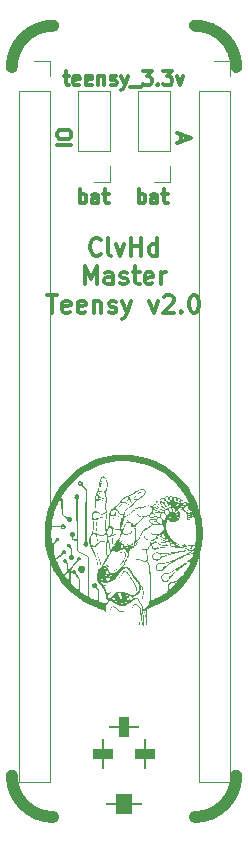
<source format=gbr>
%TF.GenerationSoftware,KiCad,Pcbnew,7.0.7-7.0.7~ubuntu22.04.1*%
%TF.CreationDate,2023-09-13T15:14:59+01:00*%
%TF.ProjectId,clvHd_master_teensy41,636c7648-645f-46d6-9173-7465725f7465,rev?*%
%TF.SameCoordinates,Original*%
%TF.FileFunction,Legend,Top*%
%TF.FilePolarity,Positive*%
%FSLAX46Y46*%
G04 Gerber Fmt 4.6, Leading zero omitted, Abs format (unit mm)*
G04 Created by KiCad (PCBNEW 7.0.7-7.0.7~ubuntu22.04.1) date 2023-09-13 15:14:59*
%MOMM*%
%LPD*%
G01*
G04 APERTURE LIST*
G04 Aperture macros list*
%AMRoundRect*
0 Rectangle with rounded corners*
0 $1 Rounding radius*
0 $2 $3 $4 $5 $6 $7 $8 $9 X,Y pos of 4 corners*
0 Add a 4 corners polygon primitive as box body*
4,1,4,$2,$3,$4,$5,$6,$7,$8,$9,$2,$3,0*
0 Add four circle primitives for the rounded corners*
1,1,$1+$1,$2,$3*
1,1,$1+$1,$4,$5*
1,1,$1+$1,$6,$7*
1,1,$1+$1,$8,$9*
0 Add four rect primitives between the rounded corners*
20,1,$1+$1,$2,$3,$4,$5,0*
20,1,$1+$1,$4,$5,$6,$7,0*
20,1,$1+$1,$6,$7,$8,$9,0*
20,1,$1+$1,$8,$9,$2,$3,0*%
G04 Aperture macros list end*
%ADD10C,1.000000*%
%ADD11C,0.300000*%
%ADD12C,0.120000*%
%ADD13R,1.700000X1.700000*%
%ADD14O,1.700000X1.700000*%
%ADD15RoundRect,0.800000X-0.050000X-0.450000X0.050000X-0.450000X0.050000X0.450000X-0.050000X0.450000X0*%
%ADD16RoundRect,0.800000X-0.450000X0.050000X-0.450000X-0.050000X0.450000X-0.050000X0.450000X0.050000X0*%
%ADD17RoundRect,0.800000X-0.700000X0.050000X-0.700000X-0.050000X0.700000X-0.050000X0.700000X0.050000X0*%
G04 APERTURE END LIST*
D10*
X109499997Y-70000003D02*
G75*
G03*
X106000003Y-66500003I-3499997J3D01*
G01*
X105999998Y-133499998D02*
G75*
G03*
X109499998Y-130000000I2J3499998D01*
G01*
X90500002Y-129999998D02*
G75*
G03*
X94000000Y-133499998I3499998J-2D01*
G01*
X94000003Y-66500003D02*
G75*
G03*
X90500003Y-70000001I-3J-3499997D01*
G01*
D11*
X98035714Y-85827971D02*
X97964286Y-85899400D01*
X97964286Y-85899400D02*
X97750000Y-85970828D01*
X97750000Y-85970828D02*
X97607143Y-85970828D01*
X97607143Y-85970828D02*
X97392857Y-85899400D01*
X97392857Y-85899400D02*
X97250000Y-85756542D01*
X97250000Y-85756542D02*
X97178571Y-85613685D01*
X97178571Y-85613685D02*
X97107143Y-85327971D01*
X97107143Y-85327971D02*
X97107143Y-85113685D01*
X97107143Y-85113685D02*
X97178571Y-84827971D01*
X97178571Y-84827971D02*
X97250000Y-84685114D01*
X97250000Y-84685114D02*
X97392857Y-84542257D01*
X97392857Y-84542257D02*
X97607143Y-84470828D01*
X97607143Y-84470828D02*
X97750000Y-84470828D01*
X97750000Y-84470828D02*
X97964286Y-84542257D01*
X97964286Y-84542257D02*
X98035714Y-84613685D01*
X98892857Y-85970828D02*
X98750000Y-85899400D01*
X98750000Y-85899400D02*
X98678571Y-85756542D01*
X98678571Y-85756542D02*
X98678571Y-84470828D01*
X99321428Y-84970828D02*
X99678571Y-85970828D01*
X99678571Y-85970828D02*
X100035714Y-84970828D01*
X100607142Y-85970828D02*
X100607142Y-84470828D01*
X100607142Y-85185114D02*
X101464285Y-85185114D01*
X101464285Y-85970828D02*
X101464285Y-84470828D01*
X102821429Y-85970828D02*
X102821429Y-84470828D01*
X102821429Y-85899400D02*
X102678571Y-85970828D01*
X102678571Y-85970828D02*
X102392857Y-85970828D01*
X102392857Y-85970828D02*
X102250000Y-85899400D01*
X102250000Y-85899400D02*
X102178571Y-85827971D01*
X102178571Y-85827971D02*
X102107143Y-85685114D01*
X102107143Y-85685114D02*
X102107143Y-85256542D01*
X102107143Y-85256542D02*
X102178571Y-85113685D01*
X102178571Y-85113685D02*
X102250000Y-85042257D01*
X102250000Y-85042257D02*
X102392857Y-84970828D01*
X102392857Y-84970828D02*
X102678571Y-84970828D01*
X102678571Y-84970828D02*
X102821429Y-85042257D01*
X96678571Y-88385828D02*
X96678571Y-86885828D01*
X96678571Y-86885828D02*
X97178571Y-87957257D01*
X97178571Y-87957257D02*
X97678571Y-86885828D01*
X97678571Y-86885828D02*
X97678571Y-88385828D01*
X99035715Y-88385828D02*
X99035715Y-87600114D01*
X99035715Y-87600114D02*
X98964286Y-87457257D01*
X98964286Y-87457257D02*
X98821429Y-87385828D01*
X98821429Y-87385828D02*
X98535715Y-87385828D01*
X98535715Y-87385828D02*
X98392857Y-87457257D01*
X99035715Y-88314400D02*
X98892857Y-88385828D01*
X98892857Y-88385828D02*
X98535715Y-88385828D01*
X98535715Y-88385828D02*
X98392857Y-88314400D01*
X98392857Y-88314400D02*
X98321429Y-88171542D01*
X98321429Y-88171542D02*
X98321429Y-88028685D01*
X98321429Y-88028685D02*
X98392857Y-87885828D01*
X98392857Y-87885828D02*
X98535715Y-87814400D01*
X98535715Y-87814400D02*
X98892857Y-87814400D01*
X98892857Y-87814400D02*
X99035715Y-87742971D01*
X99678572Y-88314400D02*
X99821429Y-88385828D01*
X99821429Y-88385828D02*
X100107143Y-88385828D01*
X100107143Y-88385828D02*
X100250000Y-88314400D01*
X100250000Y-88314400D02*
X100321429Y-88171542D01*
X100321429Y-88171542D02*
X100321429Y-88100114D01*
X100321429Y-88100114D02*
X100250000Y-87957257D01*
X100250000Y-87957257D02*
X100107143Y-87885828D01*
X100107143Y-87885828D02*
X99892858Y-87885828D01*
X99892858Y-87885828D02*
X99750000Y-87814400D01*
X99750000Y-87814400D02*
X99678572Y-87671542D01*
X99678572Y-87671542D02*
X99678572Y-87600114D01*
X99678572Y-87600114D02*
X99750000Y-87457257D01*
X99750000Y-87457257D02*
X99892858Y-87385828D01*
X99892858Y-87385828D02*
X100107143Y-87385828D01*
X100107143Y-87385828D02*
X100250000Y-87457257D01*
X100750001Y-87385828D02*
X101321429Y-87385828D01*
X100964286Y-86885828D02*
X100964286Y-88171542D01*
X100964286Y-88171542D02*
X101035715Y-88314400D01*
X101035715Y-88314400D02*
X101178572Y-88385828D01*
X101178572Y-88385828D02*
X101321429Y-88385828D01*
X102392858Y-88314400D02*
X102250001Y-88385828D01*
X102250001Y-88385828D02*
X101964287Y-88385828D01*
X101964287Y-88385828D02*
X101821429Y-88314400D01*
X101821429Y-88314400D02*
X101750001Y-88171542D01*
X101750001Y-88171542D02*
X101750001Y-87600114D01*
X101750001Y-87600114D02*
X101821429Y-87457257D01*
X101821429Y-87457257D02*
X101964287Y-87385828D01*
X101964287Y-87385828D02*
X102250001Y-87385828D01*
X102250001Y-87385828D02*
X102392858Y-87457257D01*
X102392858Y-87457257D02*
X102464287Y-87600114D01*
X102464287Y-87600114D02*
X102464287Y-87742971D01*
X102464287Y-87742971D02*
X101750001Y-87885828D01*
X103107143Y-88385828D02*
X103107143Y-87385828D01*
X103107143Y-87671542D02*
X103178572Y-87528685D01*
X103178572Y-87528685D02*
X103250001Y-87457257D01*
X103250001Y-87457257D02*
X103392858Y-87385828D01*
X103392858Y-87385828D02*
X103535715Y-87385828D01*
X93500001Y-89300828D02*
X94357144Y-89300828D01*
X93928572Y-90800828D02*
X93928572Y-89300828D01*
X95428572Y-90729400D02*
X95285715Y-90800828D01*
X95285715Y-90800828D02*
X95000001Y-90800828D01*
X95000001Y-90800828D02*
X94857143Y-90729400D01*
X94857143Y-90729400D02*
X94785715Y-90586542D01*
X94785715Y-90586542D02*
X94785715Y-90015114D01*
X94785715Y-90015114D02*
X94857143Y-89872257D01*
X94857143Y-89872257D02*
X95000001Y-89800828D01*
X95000001Y-89800828D02*
X95285715Y-89800828D01*
X95285715Y-89800828D02*
X95428572Y-89872257D01*
X95428572Y-89872257D02*
X95500001Y-90015114D01*
X95500001Y-90015114D02*
X95500001Y-90157971D01*
X95500001Y-90157971D02*
X94785715Y-90300828D01*
X96714286Y-90729400D02*
X96571429Y-90800828D01*
X96571429Y-90800828D02*
X96285715Y-90800828D01*
X96285715Y-90800828D02*
X96142857Y-90729400D01*
X96142857Y-90729400D02*
X96071429Y-90586542D01*
X96071429Y-90586542D02*
X96071429Y-90015114D01*
X96071429Y-90015114D02*
X96142857Y-89872257D01*
X96142857Y-89872257D02*
X96285715Y-89800828D01*
X96285715Y-89800828D02*
X96571429Y-89800828D01*
X96571429Y-89800828D02*
X96714286Y-89872257D01*
X96714286Y-89872257D02*
X96785715Y-90015114D01*
X96785715Y-90015114D02*
X96785715Y-90157971D01*
X96785715Y-90157971D02*
X96071429Y-90300828D01*
X97428571Y-89800828D02*
X97428571Y-90800828D01*
X97428571Y-89943685D02*
X97500000Y-89872257D01*
X97500000Y-89872257D02*
X97642857Y-89800828D01*
X97642857Y-89800828D02*
X97857143Y-89800828D01*
X97857143Y-89800828D02*
X98000000Y-89872257D01*
X98000000Y-89872257D02*
X98071429Y-90015114D01*
X98071429Y-90015114D02*
X98071429Y-90800828D01*
X98714286Y-90729400D02*
X98857143Y-90800828D01*
X98857143Y-90800828D02*
X99142857Y-90800828D01*
X99142857Y-90800828D02*
X99285714Y-90729400D01*
X99285714Y-90729400D02*
X99357143Y-90586542D01*
X99357143Y-90586542D02*
X99357143Y-90515114D01*
X99357143Y-90515114D02*
X99285714Y-90372257D01*
X99285714Y-90372257D02*
X99142857Y-90300828D01*
X99142857Y-90300828D02*
X98928572Y-90300828D01*
X98928572Y-90300828D02*
X98785714Y-90229400D01*
X98785714Y-90229400D02*
X98714286Y-90086542D01*
X98714286Y-90086542D02*
X98714286Y-90015114D01*
X98714286Y-90015114D02*
X98785714Y-89872257D01*
X98785714Y-89872257D02*
X98928572Y-89800828D01*
X98928572Y-89800828D02*
X99142857Y-89800828D01*
X99142857Y-89800828D02*
X99285714Y-89872257D01*
X99857143Y-89800828D02*
X100214286Y-90800828D01*
X100571429Y-89800828D02*
X100214286Y-90800828D01*
X100214286Y-90800828D02*
X100071429Y-91157971D01*
X100071429Y-91157971D02*
X100000000Y-91229400D01*
X100000000Y-91229400D02*
X99857143Y-91300828D01*
X102142857Y-89800828D02*
X102500000Y-90800828D01*
X102500000Y-90800828D02*
X102857143Y-89800828D01*
X103357143Y-89443685D02*
X103428571Y-89372257D01*
X103428571Y-89372257D02*
X103571429Y-89300828D01*
X103571429Y-89300828D02*
X103928571Y-89300828D01*
X103928571Y-89300828D02*
X104071429Y-89372257D01*
X104071429Y-89372257D02*
X104142857Y-89443685D01*
X104142857Y-89443685D02*
X104214286Y-89586542D01*
X104214286Y-89586542D02*
X104214286Y-89729400D01*
X104214286Y-89729400D02*
X104142857Y-89943685D01*
X104142857Y-89943685D02*
X103285714Y-90800828D01*
X103285714Y-90800828D02*
X104214286Y-90800828D01*
X104857142Y-90657971D02*
X104928571Y-90729400D01*
X104928571Y-90729400D02*
X104857142Y-90800828D01*
X104857142Y-90800828D02*
X104785714Y-90729400D01*
X104785714Y-90729400D02*
X104857142Y-90657971D01*
X104857142Y-90657971D02*
X104857142Y-90800828D01*
X105857143Y-89300828D02*
X106000000Y-89300828D01*
X106000000Y-89300828D02*
X106142857Y-89372257D01*
X106142857Y-89372257D02*
X106214286Y-89443685D01*
X106214286Y-89443685D02*
X106285714Y-89586542D01*
X106285714Y-89586542D02*
X106357143Y-89872257D01*
X106357143Y-89872257D02*
X106357143Y-90229400D01*
X106357143Y-90229400D02*
X106285714Y-90515114D01*
X106285714Y-90515114D02*
X106214286Y-90657971D01*
X106214286Y-90657971D02*
X106142857Y-90729400D01*
X106142857Y-90729400D02*
X106000000Y-90800828D01*
X106000000Y-90800828D02*
X105857143Y-90800828D01*
X105857143Y-90800828D02*
X105714286Y-90729400D01*
X105714286Y-90729400D02*
X105642857Y-90657971D01*
X105642857Y-90657971D02*
X105571428Y-90515114D01*
X105571428Y-90515114D02*
X105500000Y-90229400D01*
X105500000Y-90229400D02*
X105500000Y-89872257D01*
X105500000Y-89872257D02*
X105571428Y-89586542D01*
X105571428Y-89586542D02*
X105642857Y-89443685D01*
X105642857Y-89443685D02*
X105714286Y-89372257D01*
X105714286Y-89372257D02*
X105857143Y-89300828D01*
X101231204Y-81539542D02*
X101231204Y-80339542D01*
X101231204Y-80796685D02*
X101345490Y-80739542D01*
X101345490Y-80739542D02*
X101574061Y-80739542D01*
X101574061Y-80739542D02*
X101688347Y-80796685D01*
X101688347Y-80796685D02*
X101745490Y-80853828D01*
X101745490Y-80853828D02*
X101802632Y-80968114D01*
X101802632Y-80968114D02*
X101802632Y-81310971D01*
X101802632Y-81310971D02*
X101745490Y-81425257D01*
X101745490Y-81425257D02*
X101688347Y-81482400D01*
X101688347Y-81482400D02*
X101574061Y-81539542D01*
X101574061Y-81539542D02*
X101345490Y-81539542D01*
X101345490Y-81539542D02*
X101231204Y-81482400D01*
X102831204Y-81539542D02*
X102831204Y-80910971D01*
X102831204Y-80910971D02*
X102774061Y-80796685D01*
X102774061Y-80796685D02*
X102659775Y-80739542D01*
X102659775Y-80739542D02*
X102431204Y-80739542D01*
X102431204Y-80739542D02*
X102316918Y-80796685D01*
X102831204Y-81482400D02*
X102716918Y-81539542D01*
X102716918Y-81539542D02*
X102431204Y-81539542D01*
X102431204Y-81539542D02*
X102316918Y-81482400D01*
X102316918Y-81482400D02*
X102259775Y-81368114D01*
X102259775Y-81368114D02*
X102259775Y-81253828D01*
X102259775Y-81253828D02*
X102316918Y-81139542D01*
X102316918Y-81139542D02*
X102431204Y-81082400D01*
X102431204Y-81082400D02*
X102716918Y-81082400D01*
X102716918Y-81082400D02*
X102831204Y-81025257D01*
X103231203Y-80739542D02*
X103688346Y-80739542D01*
X103402632Y-80339542D02*
X103402632Y-81368114D01*
X103402632Y-81368114D02*
X103459775Y-81482400D01*
X103459775Y-81482400D02*
X103574060Y-81539542D01*
X103574060Y-81539542D02*
X103688346Y-81539542D01*
X94914285Y-70739542D02*
X95371428Y-70739542D01*
X95085714Y-70339542D02*
X95085714Y-71368114D01*
X95085714Y-71368114D02*
X95142857Y-71482400D01*
X95142857Y-71482400D02*
X95257142Y-71539542D01*
X95257142Y-71539542D02*
X95371428Y-71539542D01*
X96228571Y-71482400D02*
X96114285Y-71539542D01*
X96114285Y-71539542D02*
X95885714Y-71539542D01*
X95885714Y-71539542D02*
X95771428Y-71482400D01*
X95771428Y-71482400D02*
X95714285Y-71368114D01*
X95714285Y-71368114D02*
X95714285Y-70910971D01*
X95714285Y-70910971D02*
X95771428Y-70796685D01*
X95771428Y-70796685D02*
X95885714Y-70739542D01*
X95885714Y-70739542D02*
X96114285Y-70739542D01*
X96114285Y-70739542D02*
X96228571Y-70796685D01*
X96228571Y-70796685D02*
X96285714Y-70910971D01*
X96285714Y-70910971D02*
X96285714Y-71025257D01*
X96285714Y-71025257D02*
X95714285Y-71139542D01*
X97257142Y-71482400D02*
X97142856Y-71539542D01*
X97142856Y-71539542D02*
X96914285Y-71539542D01*
X96914285Y-71539542D02*
X96799999Y-71482400D01*
X96799999Y-71482400D02*
X96742856Y-71368114D01*
X96742856Y-71368114D02*
X96742856Y-70910971D01*
X96742856Y-70910971D02*
X96799999Y-70796685D01*
X96799999Y-70796685D02*
X96914285Y-70739542D01*
X96914285Y-70739542D02*
X97142856Y-70739542D01*
X97142856Y-70739542D02*
X97257142Y-70796685D01*
X97257142Y-70796685D02*
X97314285Y-70910971D01*
X97314285Y-70910971D02*
X97314285Y-71025257D01*
X97314285Y-71025257D02*
X96742856Y-71139542D01*
X97828570Y-70739542D02*
X97828570Y-71539542D01*
X97828570Y-70853828D02*
X97885713Y-70796685D01*
X97885713Y-70796685D02*
X97999998Y-70739542D01*
X97999998Y-70739542D02*
X98171427Y-70739542D01*
X98171427Y-70739542D02*
X98285713Y-70796685D01*
X98285713Y-70796685D02*
X98342856Y-70910971D01*
X98342856Y-70910971D02*
X98342856Y-71539542D01*
X98857141Y-71482400D02*
X98971427Y-71539542D01*
X98971427Y-71539542D02*
X99199998Y-71539542D01*
X99199998Y-71539542D02*
X99314284Y-71482400D01*
X99314284Y-71482400D02*
X99371427Y-71368114D01*
X99371427Y-71368114D02*
X99371427Y-71310971D01*
X99371427Y-71310971D02*
X99314284Y-71196685D01*
X99314284Y-71196685D02*
X99199998Y-71139542D01*
X99199998Y-71139542D02*
X99028570Y-71139542D01*
X99028570Y-71139542D02*
X98914284Y-71082400D01*
X98914284Y-71082400D02*
X98857141Y-70968114D01*
X98857141Y-70968114D02*
X98857141Y-70910971D01*
X98857141Y-70910971D02*
X98914284Y-70796685D01*
X98914284Y-70796685D02*
X99028570Y-70739542D01*
X99028570Y-70739542D02*
X99199998Y-70739542D01*
X99199998Y-70739542D02*
X99314284Y-70796685D01*
X99771427Y-70739542D02*
X100057141Y-71539542D01*
X100342856Y-70739542D02*
X100057141Y-71539542D01*
X100057141Y-71539542D02*
X99942856Y-71825257D01*
X99942856Y-71825257D02*
X99885713Y-71882400D01*
X99885713Y-71882400D02*
X99771427Y-71939542D01*
X100514285Y-71653828D02*
X101428570Y-71653828D01*
X101599999Y-70339542D02*
X102342856Y-70339542D01*
X102342856Y-70339542D02*
X101942856Y-70796685D01*
X101942856Y-70796685D02*
X102114285Y-70796685D01*
X102114285Y-70796685D02*
X102228571Y-70853828D01*
X102228571Y-70853828D02*
X102285713Y-70910971D01*
X102285713Y-70910971D02*
X102342856Y-71025257D01*
X102342856Y-71025257D02*
X102342856Y-71310971D01*
X102342856Y-71310971D02*
X102285713Y-71425257D01*
X102285713Y-71425257D02*
X102228571Y-71482400D01*
X102228571Y-71482400D02*
X102114285Y-71539542D01*
X102114285Y-71539542D02*
X101771428Y-71539542D01*
X101771428Y-71539542D02*
X101657142Y-71482400D01*
X101657142Y-71482400D02*
X101599999Y-71425257D01*
X102857142Y-71425257D02*
X102914285Y-71482400D01*
X102914285Y-71482400D02*
X102857142Y-71539542D01*
X102857142Y-71539542D02*
X102799999Y-71482400D01*
X102799999Y-71482400D02*
X102857142Y-71425257D01*
X102857142Y-71425257D02*
X102857142Y-71539542D01*
X103314285Y-70339542D02*
X104057142Y-70339542D01*
X104057142Y-70339542D02*
X103657142Y-70796685D01*
X103657142Y-70796685D02*
X103828571Y-70796685D01*
X103828571Y-70796685D02*
X103942857Y-70853828D01*
X103942857Y-70853828D02*
X103999999Y-70910971D01*
X103999999Y-70910971D02*
X104057142Y-71025257D01*
X104057142Y-71025257D02*
X104057142Y-71310971D01*
X104057142Y-71310971D02*
X103999999Y-71425257D01*
X103999999Y-71425257D02*
X103942857Y-71482400D01*
X103942857Y-71482400D02*
X103828571Y-71539542D01*
X103828571Y-71539542D02*
X103485714Y-71539542D01*
X103485714Y-71539542D02*
X103371428Y-71482400D01*
X103371428Y-71482400D02*
X103314285Y-71425257D01*
X104457142Y-70739542D02*
X104742856Y-71539542D01*
X104742856Y-71539542D02*
X105028571Y-70739542D01*
X104803314Y-75714286D02*
X104803314Y-76285715D01*
X104460457Y-75600000D02*
X105660457Y-76000000D01*
X105660457Y-76000000D02*
X104460457Y-76400000D01*
X95539542Y-76628571D02*
X94339542Y-76628571D01*
X94339542Y-75828571D02*
X94339542Y-75599999D01*
X94339542Y-75599999D02*
X94396685Y-75485714D01*
X94396685Y-75485714D02*
X94510971Y-75371428D01*
X94510971Y-75371428D02*
X94739542Y-75314285D01*
X94739542Y-75314285D02*
X95139542Y-75314285D01*
X95139542Y-75314285D02*
X95368114Y-75371428D01*
X95368114Y-75371428D02*
X95482400Y-75485714D01*
X95482400Y-75485714D02*
X95539542Y-75599999D01*
X95539542Y-75599999D02*
X95539542Y-75828571D01*
X95539542Y-75828571D02*
X95482400Y-75942857D01*
X95482400Y-75942857D02*
X95368114Y-76057142D01*
X95368114Y-76057142D02*
X95139542Y-76114285D01*
X95139542Y-76114285D02*
X94739542Y-76114285D01*
X94739542Y-76114285D02*
X94510971Y-76057142D01*
X94510971Y-76057142D02*
X94396685Y-75942857D01*
X94396685Y-75942857D02*
X94339542Y-75828571D01*
X96231204Y-81539542D02*
X96231204Y-80339542D01*
X96231204Y-80796685D02*
X96345490Y-80739542D01*
X96345490Y-80739542D02*
X96574061Y-80739542D01*
X96574061Y-80739542D02*
X96688347Y-80796685D01*
X96688347Y-80796685D02*
X96745490Y-80853828D01*
X96745490Y-80853828D02*
X96802632Y-80968114D01*
X96802632Y-80968114D02*
X96802632Y-81310971D01*
X96802632Y-81310971D02*
X96745490Y-81425257D01*
X96745490Y-81425257D02*
X96688347Y-81482400D01*
X96688347Y-81482400D02*
X96574061Y-81539542D01*
X96574061Y-81539542D02*
X96345490Y-81539542D01*
X96345490Y-81539542D02*
X96231204Y-81482400D01*
X97831204Y-81539542D02*
X97831204Y-80910971D01*
X97831204Y-80910971D02*
X97774061Y-80796685D01*
X97774061Y-80796685D02*
X97659775Y-80739542D01*
X97659775Y-80739542D02*
X97431204Y-80739542D01*
X97431204Y-80739542D02*
X97316918Y-80796685D01*
X97831204Y-81482400D02*
X97716918Y-81539542D01*
X97716918Y-81539542D02*
X97431204Y-81539542D01*
X97431204Y-81539542D02*
X97316918Y-81482400D01*
X97316918Y-81482400D02*
X97259775Y-81368114D01*
X97259775Y-81368114D02*
X97259775Y-81253828D01*
X97259775Y-81253828D02*
X97316918Y-81139542D01*
X97316918Y-81139542D02*
X97431204Y-81082400D01*
X97431204Y-81082400D02*
X97716918Y-81082400D01*
X97716918Y-81082400D02*
X97831204Y-81025257D01*
X98231203Y-80739542D02*
X98688346Y-80739542D01*
X98402632Y-80339542D02*
X98402632Y-81368114D01*
X98402632Y-81368114D02*
X98459775Y-81482400D01*
X98459775Y-81482400D02*
X98574060Y-81539542D01*
X98574060Y-81539542D02*
X98688346Y-81539542D01*
D12*
%TO.C,J3*%
X106315000Y-72070000D02*
X106315000Y-130550000D01*
X106315000Y-72070000D02*
X108975000Y-72070000D01*
X106315000Y-130550000D02*
X108975000Y-130550000D01*
X107645000Y-69470000D02*
X108975000Y-69470000D01*
X108975000Y-69470000D02*
X108975000Y-70800000D01*
X108975000Y-72070000D02*
X108975000Y-130550000D01*
%TO.C,G\u002A\u002A\u002A*%
G36*
X103321883Y-109561897D02*
G01*
X103327201Y-109568888D01*
X103333905Y-109594581D01*
X103334244Y-109634847D01*
X103329481Y-109681413D01*
X103320882Y-109726007D01*
X103309712Y-109760356D01*
X103297235Y-109776189D01*
X103295462Y-109776457D01*
X103288893Y-109763175D01*
X103287792Y-109725048D01*
X103291223Y-109675165D01*
X103298067Y-109612460D01*
X103304782Y-109574678D01*
X103312383Y-109558822D01*
X103321883Y-109561897D01*
G37*
G36*
X105845966Y-107839479D02*
G01*
X105826217Y-107865038D01*
X105797487Y-107897246D01*
X105765582Y-107929987D01*
X105736313Y-107957146D01*
X105715489Y-107972607D01*
X105710842Y-107974147D01*
X105707105Y-107964136D01*
X105713077Y-107948492D01*
X105731028Y-107924205D01*
X105759695Y-107894137D01*
X105792573Y-107864035D01*
X105823156Y-107839647D01*
X105844940Y-107826722D01*
X105850922Y-107826683D01*
X105845966Y-107839479D01*
G37*
G36*
X101170766Y-110216136D02*
G01*
X101169304Y-110236888D01*
X101148896Y-110273405D01*
X101108890Y-110327268D01*
X101101500Y-110336516D01*
X101061533Y-110390310D01*
X101024165Y-110447588D01*
X100997056Y-110496557D01*
X100995690Y-110499477D01*
X100970843Y-110547140D01*
X100952183Y-110569253D01*
X100940377Y-110565432D01*
X100936089Y-110535298D01*
X100936083Y-110533656D01*
X100944041Y-110493331D01*
X100965391Y-110441804D01*
X100996353Y-110384701D01*
X101033143Y-110327647D01*
X101071981Y-110276270D01*
X101109085Y-110236196D01*
X101140671Y-110213050D01*
X101153935Y-110209571D01*
X101170766Y-110216136D01*
G37*
G36*
X98540200Y-112138496D02*
G01*
X98550916Y-112142545D01*
X98603979Y-112175312D01*
X98657484Y-112225834D01*
X98702806Y-112285435D01*
X98716148Y-112308773D01*
X98732241Y-112344650D01*
X98732291Y-112358120D01*
X98716783Y-112349301D01*
X98686208Y-112318313D01*
X98667333Y-112296783D01*
X98591844Y-112223124D01*
X98514541Y-112177041D01*
X98434488Y-112158179D01*
X98350748Y-112166184D01*
X98333911Y-112170845D01*
X98304103Y-112175612D01*
X98295536Y-112168505D01*
X98307305Y-112154690D01*
X98338506Y-112139336D01*
X98339488Y-112138990D01*
X98404145Y-112125949D01*
X98475918Y-112125866D01*
X98540200Y-112138496D01*
G37*
G36*
X101715827Y-109704084D02*
G01*
X101737764Y-109732821D01*
X101745224Y-109746161D01*
X101778087Y-109794469D01*
X101827763Y-109848974D01*
X101886466Y-109902612D01*
X101946415Y-109948320D01*
X101999824Y-109979032D01*
X102003580Y-109980629D01*
X102040483Y-109997727D01*
X102063671Y-110012162D01*
X102067714Y-110017464D01*
X102064475Y-110025333D01*
X102050862Y-110025566D01*
X102021200Y-110017294D01*
X101984013Y-110004638D01*
X101883083Y-109955423D01*
X101792323Y-109884131D01*
X101718649Y-109796439D01*
X101705987Y-109776457D01*
X101682462Y-109730307D01*
X101678710Y-109702740D01*
X101694620Y-109692708D01*
X101697241Y-109692629D01*
X101715827Y-109704084D01*
G37*
G36*
X98699732Y-113035740D02*
G01*
X98702643Y-113082614D01*
X98702795Y-113087678D01*
X98705357Y-113178493D01*
X98714631Y-113094664D01*
X98719685Y-113056103D01*
X98723888Y-113036740D01*
X98726254Y-113040321D01*
X98729549Y-113071823D01*
X98735119Y-113116850D01*
X98737787Y-113136812D01*
X98741649Y-113177607D01*
X98738221Y-113194605D01*
X98730801Y-113193823D01*
X98716405Y-113193004D01*
X98714631Y-113198625D01*
X98707279Y-113212664D01*
X98692115Y-113207718D01*
X98681198Y-113191321D01*
X98674801Y-113157965D01*
X98673099Y-113111876D01*
X98675723Y-113064705D01*
X98682303Y-113028105D01*
X98686688Y-113017821D01*
X98694555Y-113014757D01*
X98699732Y-113035740D01*
G37*
G36*
X101044740Y-107658221D02*
G01*
X101048651Y-107666776D01*
X101085818Y-107746411D01*
X101118669Y-107805730D01*
X101151053Y-107851139D01*
X101175667Y-107878244D01*
X101243878Y-107935188D01*
X101325841Y-107986478D01*
X101407538Y-108023364D01*
X101408934Y-108023847D01*
X101442651Y-108040865D01*
X101459106Y-108059855D01*
X101455481Y-108075424D01*
X101439054Y-108081462D01*
X101413297Y-108079257D01*
X101374102Y-108070226D01*
X101359754Y-108065969D01*
X101265929Y-108023652D01*
X101182974Y-107961658D01*
X101115072Y-107884803D01*
X101066408Y-107797902D01*
X101041166Y-107705770D01*
X101040277Y-107698257D01*
X101036937Y-107660981D01*
X101038175Y-107648573D01*
X101044740Y-107658221D01*
G37*
G36*
X97826192Y-106769455D02*
G01*
X97819053Y-106820719D01*
X97818912Y-106821507D01*
X97814464Y-106857785D01*
X97809703Y-106916129D01*
X97805003Y-106990669D01*
X97800735Y-107075537D01*
X97797423Y-107160313D01*
X97793550Y-107255260D01*
X97788968Y-107332187D01*
X97783902Y-107388452D01*
X97778577Y-107421417D01*
X97774503Y-107429263D01*
X97769360Y-107415496D01*
X97766487Y-107374835D01*
X97765904Y-107308236D01*
X97767635Y-107216656D01*
X97768713Y-107181270D01*
X97773179Y-107077446D01*
X97779324Y-106981067D01*
X97786736Y-106896063D01*
X97795004Y-106826367D01*
X97803716Y-106775911D01*
X97812461Y-106748625D01*
X97814287Y-106746182D01*
X97824605Y-106744641D01*
X97826192Y-106769455D01*
G37*
G36*
X99876301Y-106990218D02*
G01*
X99869322Y-107009051D01*
X99849952Y-107030744D01*
X99835836Y-107040840D01*
X99801035Y-107066691D01*
X99754296Y-107108428D01*
X99701285Y-107160235D01*
X99647665Y-107216296D01*
X99599102Y-107270794D01*
X99561261Y-107317914D01*
X99549372Y-107334956D01*
X99522030Y-107376053D01*
X99506216Y-107396060D01*
X99498896Y-107397737D01*
X99497034Y-107383841D01*
X99497029Y-107382529D01*
X99505512Y-107357220D01*
X99528439Y-107316254D01*
X99562029Y-107265156D01*
X99602498Y-107209450D01*
X99646067Y-107154659D01*
X99678410Y-107117591D01*
X99723803Y-107072982D01*
X99772674Y-107032787D01*
X99818543Y-107001667D01*
X99854932Y-106984281D01*
X99866715Y-106982178D01*
X99876301Y-106990218D01*
G37*
G36*
X99021758Y-109842835D02*
G01*
X99021822Y-109846314D01*
X99024418Y-109910521D01*
X99030376Y-109991224D01*
X99038846Y-110080676D01*
X99048979Y-110171124D01*
X99059923Y-110254820D01*
X99070829Y-110324012D01*
X99078267Y-110360866D01*
X99093900Y-110429344D01*
X99102580Y-110475019D01*
X99104723Y-110502042D01*
X99100744Y-110514566D01*
X99093894Y-110516941D01*
X99084544Y-110504545D01*
X99070677Y-110471753D01*
X99055012Y-110425161D01*
X99052161Y-110415649D01*
X99034351Y-110347441D01*
X99018096Y-110272271D01*
X99008489Y-110216556D01*
X99001456Y-110152296D01*
X98996984Y-110080963D01*
X98995080Y-110009005D01*
X98995753Y-109942868D01*
X98999011Y-109889000D01*
X99004862Y-109853848D01*
X99008031Y-109846314D01*
X99018955Y-109832405D01*
X99021758Y-109842835D01*
G37*
G36*
X99159881Y-108117063D02*
G01*
X99159142Y-108130907D01*
X99147854Y-108161748D01*
X99141985Y-108175952D01*
X99106132Y-108289359D01*
X99085542Y-108417201D01*
X99081681Y-108549614D01*
X99082875Y-108573144D01*
X99087571Y-108637340D01*
X99092939Y-108695971D01*
X99098107Y-108739991D01*
X99100217Y-108753052D01*
X99102683Y-108787133D01*
X99094838Y-108797813D01*
X99080525Y-108785786D01*
X99063586Y-108751746D01*
X99061507Y-108746067D01*
X99052326Y-108703045D01*
X99046385Y-108640459D01*
X99043685Y-108566499D01*
X99044226Y-108489356D01*
X99048008Y-108417220D01*
X99055031Y-108358281D01*
X99061496Y-108330418D01*
X99084715Y-108261794D01*
X99107435Y-108200906D01*
X99127603Y-108152722D01*
X99143164Y-108122210D01*
X99150996Y-108113861D01*
X99159881Y-108117063D01*
G37*
G36*
X97704919Y-108418014D02*
G01*
X97703011Y-108431710D01*
X97691412Y-108485644D01*
X97682016Y-108562064D01*
X97674978Y-108655591D01*
X97670453Y-108760845D01*
X97668596Y-108872444D01*
X97669563Y-108985008D01*
X97673508Y-109093157D01*
X97680588Y-109191510D01*
X97680981Y-109195607D01*
X97687457Y-109269739D01*
X97689791Y-109317266D01*
X97687949Y-109339225D01*
X97681895Y-109336652D01*
X97676641Y-109324852D01*
X97669555Y-109293402D01*
X97662651Y-109239691D01*
X97656254Y-109169398D01*
X97650687Y-109088205D01*
X97646273Y-109001791D01*
X97643335Y-108915838D01*
X97642198Y-108836025D01*
X97643184Y-108768034D01*
X97643951Y-108750635D01*
X97650462Y-108653927D01*
X97658852Y-108568322D01*
X97668568Y-108497398D01*
X97679055Y-108444737D01*
X97689759Y-108413919D01*
X97697095Y-108407260D01*
X97704919Y-108418014D01*
G37*
G36*
X101743246Y-116171662D02*
G01*
X101741001Y-116183310D01*
X101734773Y-116205725D01*
X101724722Y-116248595D01*
X101712432Y-116304962D01*
X101703792Y-116346536D01*
X101685590Y-116458259D01*
X101670981Y-116596673D01*
X101660030Y-116760748D01*
X101652799Y-116949456D01*
X101649353Y-117161770D01*
X101649063Y-117232866D01*
X101648300Y-117346019D01*
X101646243Y-117433012D01*
X101642700Y-117495606D01*
X101637480Y-117535563D01*
X101630391Y-117554644D01*
X101621241Y-117554609D01*
X101614945Y-117546574D01*
X101609722Y-117528323D01*
X101601664Y-117488810D01*
X101591999Y-117434419D01*
X101584661Y-117389168D01*
X101571841Y-117279146D01*
X101564236Y-117152843D01*
X101561846Y-117019170D01*
X101564675Y-116887038D01*
X101572722Y-116765356D01*
X101584548Y-116671427D01*
X101602502Y-116573924D01*
X101623152Y-116478392D01*
X101645355Y-116388710D01*
X101667967Y-116308755D01*
X101689845Y-116242404D01*
X101709846Y-116193536D01*
X101726826Y-116166027D01*
X101734952Y-116161386D01*
X101743246Y-116171662D01*
G37*
G36*
X101485983Y-113912767D02*
G01*
X101506199Y-113943410D01*
X101532749Y-113990410D01*
X101562955Y-114049255D01*
X101569136Y-114061918D01*
X101612546Y-114159132D01*
X101644287Y-114250133D01*
X101664517Y-114339512D01*
X101673399Y-114431863D01*
X101671092Y-114531779D01*
X101657759Y-114643854D01*
X101633558Y-114772680D01*
X101599194Y-114920660D01*
X101580443Y-115000218D01*
X101563655Y-115078326D01*
X101550417Y-115147105D01*
X101542318Y-115198680D01*
X101541294Y-115207838D01*
X101535403Y-115256197D01*
X101527942Y-115282748D01*
X101516365Y-115293611D01*
X101504969Y-115295159D01*
X101491772Y-115293467D01*
X101484232Y-115284795D01*
X101481542Y-115263748D01*
X101482896Y-115224931D01*
X101486706Y-115172909D01*
X101492985Y-115116389D01*
X101504031Y-115040543D01*
X101518553Y-114953325D01*
X101535259Y-114862685D01*
X101545138Y-114813146D01*
X101571494Y-114679267D01*
X101590184Y-114567538D01*
X101601066Y-114473198D01*
X101603994Y-114391487D01*
X101598824Y-114317642D01*
X101585411Y-114246903D01*
X101563612Y-114174509D01*
X101533280Y-114095697D01*
X101522600Y-114070335D01*
X101494406Y-114003854D01*
X101476116Y-113958605D01*
X101466477Y-113930203D01*
X101464235Y-113914262D01*
X101468138Y-113906396D01*
X101474779Y-113902993D01*
X101485983Y-113912767D01*
G37*
G36*
X97705459Y-110588268D02*
G01*
X97705116Y-110614832D01*
X97701629Y-110657040D01*
X97698546Y-110770419D01*
X97709816Y-110895011D01*
X97735961Y-111033308D01*
X97777507Y-111187801D01*
X97834977Y-111360981D01*
X97869115Y-111453432D01*
X97900596Y-111537506D01*
X97930827Y-111620457D01*
X97957409Y-111695539D01*
X97977942Y-111756008D01*
X97987380Y-111785859D01*
X98001258Y-111841736D01*
X98013867Y-111909556D01*
X98024790Y-111984398D01*
X98033611Y-112061339D01*
X98039913Y-112135457D01*
X98043280Y-112201832D01*
X98043295Y-112255540D01*
X98039541Y-112291660D01*
X98031603Y-112305271D01*
X98031337Y-112305280D01*
X98025053Y-112292322D01*
X98018367Y-112257435D01*
X98012254Y-112206598D01*
X98009134Y-112169059D01*
X98001173Y-112077278D01*
X97990049Y-111995610D01*
X97974063Y-111916840D01*
X97951514Y-111833752D01*
X97920703Y-111739131D01*
X97883214Y-111634653D01*
X97831134Y-111491673D01*
X97788744Y-111371061D01*
X97754936Y-111269414D01*
X97728602Y-111183327D01*
X97708631Y-111109397D01*
X97699490Y-111070575D01*
X97689581Y-111012022D01*
X97682179Y-110940876D01*
X97677380Y-110863215D01*
X97675279Y-110785123D01*
X97675974Y-110712677D01*
X97679560Y-110651960D01*
X97686135Y-110609052D01*
X97691930Y-110593784D01*
X97701255Y-110582496D01*
X97705459Y-110588268D01*
G37*
G36*
X100752046Y-109104351D02*
G01*
X100752900Y-109105830D01*
X100760006Y-109131595D01*
X100767300Y-109180912D01*
X100774485Y-109249396D01*
X100781266Y-109332659D01*
X100787348Y-109426316D01*
X100792434Y-109525980D01*
X100796228Y-109627266D01*
X100798434Y-109725786D01*
X100798877Y-109787455D01*
X100796900Y-109925766D01*
X100791228Y-110056565D01*
X100782244Y-110174981D01*
X100770334Y-110276145D01*
X100755884Y-110355184D01*
X100753063Y-110366608D01*
X100733480Y-110407915D01*
X100699908Y-110428652D01*
X100649642Y-110429751D01*
X100601595Y-110418908D01*
X100508671Y-110398235D01*
X100428691Y-110395761D01*
X100353422Y-110411460D01*
X100334962Y-110417998D01*
X100277180Y-110438235D01*
X100241556Y-110446216D01*
X100225367Y-110442395D01*
X100223697Y-110436606D01*
X100236049Y-110424564D01*
X100268047Y-110407571D01*
X100312492Y-110388421D01*
X100362181Y-110369906D01*
X100409914Y-110354819D01*
X100448490Y-110345954D01*
X100460516Y-110344749D01*
X100501360Y-110347164D01*
X100555527Y-110354846D01*
X100596890Y-110363012D01*
X100643035Y-110371973D01*
X100677564Y-110375949D01*
X100692077Y-110374406D01*
X100700427Y-110353762D01*
X100710175Y-110309651D01*
X100720696Y-110246477D01*
X100731366Y-110168643D01*
X100741560Y-110080553D01*
X100750654Y-109986609D01*
X100755454Y-109927512D01*
X100762289Y-109811857D01*
X100764591Y-109700771D01*
X100762374Y-109583400D01*
X100755990Y-109454476D01*
X100749239Y-109338882D01*
X100744583Y-109248898D01*
X100742004Y-109182275D01*
X100741480Y-109136760D01*
X100742993Y-109110102D01*
X100746521Y-109100050D01*
X100752046Y-109104351D01*
G37*
G36*
X100034774Y-111044959D02*
G01*
X100083038Y-111090423D01*
X100111495Y-111138099D01*
X100126671Y-111173269D01*
X100135464Y-111207067D01*
X100138999Y-111248065D01*
X100138402Y-111304838D01*
X100137239Y-111334327D01*
X100134033Y-111392711D01*
X100128761Y-111437555D01*
X100119025Y-111477356D01*
X100102422Y-111520615D01*
X100076555Y-111575830D01*
X100059013Y-111611348D01*
X100013927Y-111695301D01*
X99957233Y-111788515D01*
X99887315Y-111893356D01*
X99802553Y-112012189D01*
X99701330Y-112147380D01*
X99622632Y-112249395D01*
X99522803Y-112372638D01*
X99433282Y-112472220D01*
X99352178Y-112549623D01*
X99277602Y-112606326D01*
X99207665Y-112643809D01*
X99140479Y-112663553D01*
X99088831Y-112667591D01*
X99040020Y-112664197D01*
X98998384Y-112656615D01*
X98983581Y-112651485D01*
X98960507Y-112635560D01*
X98952379Y-112621379D01*
X98960770Y-112615892D01*
X98976595Y-112620620D01*
X99041017Y-112636749D01*
X99114874Y-112635560D01*
X99186071Y-112617548D01*
X99199952Y-112611484D01*
X99259112Y-112574006D01*
X99328235Y-112514794D01*
X99404958Y-112437190D01*
X99486914Y-112344533D01*
X99571738Y-112240167D01*
X99657065Y-112127431D01*
X99740529Y-112009667D01*
X99819765Y-111890218D01*
X99892408Y-111772423D01*
X99956091Y-111659624D01*
X100008451Y-111555163D01*
X100047121Y-111462380D01*
X100069736Y-111384618D01*
X100070217Y-111382161D01*
X100077978Y-111297942D01*
X100069655Y-111219387D01*
X100046872Y-111152112D01*
X100011252Y-111101731D01*
X99983226Y-111081334D01*
X99958323Y-111070547D01*
X99934380Y-111067957D01*
X99902166Y-111074065D01*
X99855875Y-111088257D01*
X99774721Y-111112822D01*
X99717153Y-111125833D01*
X99681415Y-111127509D01*
X99665751Y-111118071D01*
X99664686Y-111112281D01*
X99676568Y-111093892D01*
X99700036Y-111089769D01*
X99731491Y-111084418D01*
X99777313Y-111070526D01*
X99818372Y-111054840D01*
X99903835Y-111027564D01*
X99975505Y-111024138D01*
X100034774Y-111044959D01*
G37*
G36*
X101026303Y-115452052D02*
G01*
X101035679Y-115456502D01*
X101071706Y-115480533D01*
X101119894Y-115520357D01*
X101175289Y-115571000D01*
X101232940Y-115627488D01*
X101287893Y-115684849D01*
X101335196Y-115738109D01*
X101369895Y-115782296D01*
X101385045Y-115807307D01*
X101398146Y-115840257D01*
X101408411Y-115876465D01*
X101415755Y-115918252D01*
X101420093Y-115967935D01*
X101421340Y-116027835D01*
X101419411Y-116100268D01*
X101414221Y-116187555D01*
X101405684Y-116292014D01*
X101393716Y-116415964D01*
X101378232Y-116561724D01*
X101359146Y-116731612D01*
X101347384Y-116833583D01*
X101335155Y-116940537D01*
X101324074Y-117040630D01*
X101314552Y-117129890D01*
X101306999Y-117204347D01*
X101301828Y-117260030D01*
X101299450Y-117292968D01*
X101299340Y-117297307D01*
X101295292Y-117333141D01*
X101285366Y-117355608D01*
X101283544Y-117357068D01*
X101275921Y-117354037D01*
X101273235Y-117330457D01*
X101275313Y-117283413D01*
X101277506Y-117256600D01*
X101282414Y-117204645D01*
X101289658Y-117132451D01*
X101298461Y-117047548D01*
X101308048Y-116957463D01*
X101314092Y-116901870D01*
X101333767Y-116718792D01*
X101349817Y-116560776D01*
X101362454Y-116425209D01*
X101371895Y-116309475D01*
X101378351Y-116210959D01*
X101382037Y-116127047D01*
X101383168Y-116057317D01*
X101381653Y-115977977D01*
X101375197Y-115914703D01*
X101360932Y-115861866D01*
X101335989Y-115813836D01*
X101297502Y-115764986D01*
X101242601Y-115709684D01*
X101174489Y-115647697D01*
X101118910Y-115599686D01*
X101068106Y-115558457D01*
X101026897Y-115527736D01*
X101000101Y-115511245D01*
X100995979Y-115509720D01*
X100956465Y-115512722D01*
X100907677Y-115539648D01*
X100849019Y-115590974D01*
X100779894Y-115667172D01*
X100747068Y-115707369D01*
X100691799Y-115774447D01*
X100651437Y-115818120D01*
X100626023Y-115838353D01*
X100615598Y-115835112D01*
X100618078Y-115815594D01*
X100629843Y-115791791D01*
X100654987Y-115751761D01*
X100689464Y-115701119D01*
X100729231Y-115645483D01*
X100770241Y-115590469D01*
X100808449Y-115541695D01*
X100839811Y-115504776D01*
X100848556Y-115495560D01*
X100905445Y-115454062D01*
X100965470Y-115439398D01*
X101026303Y-115452052D01*
G37*
G36*
X99122426Y-115662717D02*
G01*
X99176351Y-115678012D01*
X99236620Y-115709415D01*
X99306332Y-115758684D01*
X99388584Y-115827575D01*
X99430079Y-115865047D01*
X99495305Y-115922474D01*
X99559484Y-115974501D01*
X99616439Y-116016347D01*
X99659995Y-116043229D01*
X99660607Y-116043541D01*
X99699404Y-116062065D01*
X99733159Y-116073995D01*
X99769945Y-116080763D01*
X99817835Y-116083800D01*
X99884900Y-116084540D01*
X99891728Y-116084543D01*
X99966530Y-116085768D01*
X100015044Y-116089552D01*
X100038819Y-116096062D01*
X100041921Y-116100614D01*
X100028946Y-116115078D01*
X99994033Y-116127848D01*
X99943180Y-116137868D01*
X99882383Y-116144087D01*
X99817640Y-116145449D01*
X99792573Y-116144433D01*
X99726458Y-116137312D01*
X99667336Y-116122719D01*
X99610466Y-116097996D01*
X99551107Y-116060488D01*
X99484517Y-116007536D01*
X99405956Y-115936483D01*
X99383395Y-115915109D01*
X99293902Y-115833618D01*
X99218980Y-115774048D01*
X99157187Y-115735420D01*
X99107081Y-115716756D01*
X99087810Y-115714608D01*
X99046991Y-115723957D01*
X98997974Y-115748909D01*
X98950432Y-115783588D01*
X98916694Y-115818530D01*
X98892149Y-115858719D01*
X98866937Y-115912499D01*
X98851082Y-115954880D01*
X98842960Y-115981936D01*
X98836469Y-116010056D01*
X98831394Y-116042769D01*
X98827516Y-116083609D01*
X98824620Y-116136104D01*
X98822487Y-116203788D01*
X98820901Y-116290189D01*
X98819646Y-116398841D01*
X98818946Y-116477865D01*
X98817619Y-116588770D01*
X98815611Y-116690222D01*
X98813049Y-116778781D01*
X98810061Y-116851006D01*
X98806774Y-116903456D01*
X98803314Y-116932690D01*
X98802002Y-116936957D01*
X98790139Y-116951646D01*
X98783077Y-116941821D01*
X98781756Y-116923736D01*
X98780564Y-116881118D01*
X98779538Y-116817375D01*
X98778716Y-116735915D01*
X98778134Y-116640149D01*
X98777830Y-116533484D01*
X98777801Y-116454785D01*
X98777958Y-116327376D01*
X98778375Y-116224604D01*
X98779236Y-116143163D01*
X98780727Y-116079749D01*
X98783035Y-116031054D01*
X98786344Y-115993775D01*
X98790842Y-115964605D01*
X98796712Y-115940238D01*
X98804142Y-115917370D01*
X98808692Y-115904947D01*
X98856183Y-115806793D01*
X98915850Y-115733393D01*
X98987407Y-115685009D01*
X99070569Y-115661908D01*
X99071748Y-115661773D01*
X99122426Y-115662717D01*
G37*
G36*
X100159935Y-112675994D02*
G01*
X100236482Y-112716075D01*
X100254387Y-112729004D01*
X100305202Y-112775775D01*
X100359347Y-112841783D01*
X100418410Y-112929246D01*
X100483979Y-113040381D01*
X100506260Y-113080693D01*
X100539947Y-113139010D01*
X100585540Y-113213047D01*
X100638603Y-113295855D01*
X100694700Y-113380486D01*
X100738165Y-113443949D01*
X100843061Y-113600165D01*
X100928099Y-113739585D01*
X100994144Y-113864157D01*
X101042061Y-113975828D01*
X101072716Y-114076546D01*
X101086974Y-114168259D01*
X101087537Y-114230439D01*
X101073155Y-114325687D01*
X101041771Y-114398974D01*
X100992923Y-114450650D01*
X100926150Y-114481065D01*
X100840990Y-114490568D01*
X100754818Y-114482632D01*
X100701154Y-114470929D01*
X100666671Y-114457156D01*
X100654910Y-114442987D01*
X100658022Y-114436881D01*
X100674036Y-114435781D01*
X100709731Y-114439162D01*
X100756684Y-114446180D01*
X100847105Y-114451951D01*
X100920451Y-114435775D01*
X100976097Y-114398168D01*
X101013416Y-114339644D01*
X101031782Y-114260718D01*
X101033696Y-114218443D01*
X101026811Y-114142369D01*
X101005868Y-114058221D01*
X100969902Y-113963991D01*
X100917944Y-113857667D01*
X100849029Y-113737241D01*
X100762190Y-113600704D01*
X100674547Y-113471892D01*
X100623341Y-113397286D01*
X100573952Y-113323285D01*
X100530231Y-113255808D01*
X100496031Y-113200774D01*
X100479098Y-113171507D01*
X100409439Y-113047307D01*
X100348061Y-112946839D01*
X100293099Y-112867801D01*
X100242683Y-112807889D01*
X100194948Y-112764801D01*
X100148027Y-112736235D01*
X100116355Y-112724145D01*
X100060955Y-112715060D01*
X100013151Y-112725518D01*
X99969202Y-112757758D01*
X99925365Y-112814016D01*
X99902021Y-112852374D01*
X99867489Y-112912494D01*
X99831555Y-112974856D01*
X99801527Y-113026780D01*
X99799363Y-113030510D01*
X99766129Y-113081624D01*
X99725478Y-113135018D01*
X99681294Y-113186669D01*
X99637459Y-113232550D01*
X99597856Y-113268639D01*
X99566368Y-113290910D01*
X99546878Y-113295339D01*
X99545078Y-113294069D01*
X99551825Y-113282473D01*
X99574394Y-113255674D01*
X99608830Y-113218209D01*
X99634374Y-113191645D01*
X99678316Y-113144068D01*
X99715816Y-113096452D01*
X99751489Y-113041906D01*
X99789951Y-112973536D01*
X99822629Y-112910568D01*
X99858534Y-112842749D01*
X99893367Y-112782044D01*
X99923850Y-112733823D01*
X99946703Y-112703456D01*
X99952504Y-112697871D01*
X100013900Y-112666475D01*
X100084392Y-112659322D01*
X100159935Y-112675994D01*
G37*
G36*
X95358065Y-110356497D02*
G01*
X95409394Y-110383031D01*
X95447843Y-110427281D01*
X95468629Y-110485853D01*
X95469848Y-110536216D01*
X95468345Y-110566771D01*
X95473625Y-110592120D01*
X95489218Y-110619652D01*
X95518652Y-110656754D01*
X95538410Y-110679760D01*
X95612981Y-110765735D01*
X95613283Y-111036030D01*
X95613586Y-111306325D01*
X95657838Y-111327282D01*
X95713100Y-111366970D01*
X95748039Y-111424734D01*
X95763221Y-111497853D01*
X95764356Y-111548519D01*
X95755849Y-111585410D01*
X95736475Y-111619397D01*
X95706041Y-111657303D01*
X95673628Y-111688705D01*
X95668867Y-111692358D01*
X95619520Y-111715035D01*
X95557867Y-111725753D01*
X95497682Y-111722579D01*
X95481920Y-111718612D01*
X95421561Y-111685894D01*
X95373557Y-111633243D01*
X95342774Y-111567645D01*
X95335444Y-111517279D01*
X95460701Y-111517279D01*
X95471272Y-111554502D01*
X95487238Y-111578768D01*
X95529160Y-111603123D01*
X95576473Y-111601771D01*
X95608131Y-111586181D01*
X95639025Y-111551108D01*
X95643847Y-111506810D01*
X95633185Y-111472705D01*
X95615251Y-111432068D01*
X95614116Y-111476332D01*
X95608882Y-111526464D01*
X95594371Y-111554207D01*
X95567525Y-111564415D01*
X95558395Y-111564796D01*
X95515485Y-111555265D01*
X95492262Y-111526071D01*
X95487238Y-111491320D01*
X95483221Y-111465014D01*
X95473267Y-111460011D01*
X95460924Y-111482028D01*
X95460701Y-111517279D01*
X95335444Y-111517279D01*
X95333783Y-111505866D01*
X95344890Y-111450392D01*
X95373322Y-111393995D01*
X95412518Y-111347646D01*
X95439849Y-111328510D01*
X95483274Y-111306458D01*
X95492185Y-111131749D01*
X95497171Y-111033427D01*
X95500315Y-110958667D01*
X95500972Y-110903117D01*
X95498493Y-110862422D01*
X95492232Y-110832228D01*
X95481541Y-110808181D01*
X95465774Y-110785926D01*
X95444282Y-110761110D01*
X95435657Y-110751429D01*
X95398108Y-110711420D01*
X95369767Y-110688853D01*
X95342977Y-110678892D01*
X95317398Y-110676747D01*
X95247803Y-110664255D01*
X95195815Y-110630575D01*
X95163250Y-110577573D01*
X95152625Y-110511467D01*
X95269682Y-110511467D01*
X95278914Y-110539398D01*
X95279137Y-110539669D01*
X95307450Y-110557634D01*
X95337039Y-110548315D01*
X95347525Y-110537898D01*
X95355028Y-110511865D01*
X95341335Y-110488086D01*
X95312392Y-110475439D01*
X95305394Y-110475027D01*
X95280099Y-110486095D01*
X95269682Y-110511467D01*
X95152625Y-110511467D01*
X95151925Y-110507114D01*
X95151925Y-110506773D01*
X95163744Y-110443479D01*
X95199452Y-110394612D01*
X95235908Y-110370162D01*
X95298642Y-110351075D01*
X95358065Y-110356497D01*
G37*
G36*
X96506833Y-112218875D02*
G01*
X96587011Y-112252585D01*
X96650343Y-112307897D01*
X96660760Y-112321364D01*
X96704484Y-112402274D01*
X96723622Y-112485891D01*
X96720133Y-112568234D01*
X96695975Y-112645323D01*
X96653106Y-112713178D01*
X96593485Y-112767820D01*
X96519071Y-112805268D01*
X96431821Y-112821543D01*
X96414446Y-112821915D01*
X96343758Y-112815410D01*
X96282660Y-112798385D01*
X96276622Y-112795734D01*
X96200786Y-112746182D01*
X96163673Y-112701136D01*
X96386065Y-112701136D01*
X96387983Y-112709442D01*
X96395379Y-112710451D01*
X96406879Y-112705339D01*
X96405905Y-112703465D01*
X96423322Y-112703465D01*
X96430308Y-112710451D01*
X96437293Y-112703465D01*
X96430308Y-112696479D01*
X96423322Y-112703465D01*
X96405905Y-112703465D01*
X96404694Y-112701136D01*
X96388113Y-112699464D01*
X96386065Y-112701136D01*
X96163673Y-112701136D01*
X96145107Y-112678602D01*
X96111579Y-112596202D01*
X96111047Y-112591694D01*
X96577007Y-112591694D01*
X96583993Y-112598680D01*
X96590979Y-112591694D01*
X96583993Y-112584708D01*
X96577007Y-112591694D01*
X96111047Y-112591694D01*
X96109398Y-112577722D01*
X96227723Y-112577722D01*
X96234708Y-112584708D01*
X96241694Y-112577722D01*
X96234708Y-112570737D01*
X96227723Y-112577722D01*
X96109398Y-112577722D01*
X96101980Y-112514851D01*
X96213751Y-112514851D01*
X96218863Y-112526351D01*
X96223065Y-112524165D01*
X96223793Y-112516951D01*
X96353465Y-112516951D01*
X96363660Y-112556486D01*
X96388925Y-112578293D01*
X96421283Y-112579903D01*
X96452758Y-112558846D01*
X96459535Y-112549780D01*
X96463312Y-112542794D01*
X96590979Y-112542794D01*
X96596091Y-112554294D01*
X96600293Y-112552108D01*
X96601965Y-112535527D01*
X96600293Y-112533480D01*
X96591987Y-112535398D01*
X96590979Y-112542794D01*
X96463312Y-112542794D01*
X96474318Y-112522435D01*
X96471927Y-112500934D01*
X96463655Y-112486908D01*
X96590979Y-112486908D01*
X96596091Y-112498408D01*
X96600293Y-112496223D01*
X96601965Y-112479642D01*
X96600293Y-112477594D01*
X96591987Y-112479512D01*
X96590979Y-112486908D01*
X96463655Y-112486908D01*
X96459535Y-112479923D01*
X96429027Y-112451026D01*
X96396836Y-112446369D01*
X96369777Y-112463571D01*
X96354669Y-112500253D01*
X96353465Y-112516951D01*
X96223793Y-112516951D01*
X96224738Y-112507585D01*
X96223065Y-112505537D01*
X96214759Y-112507455D01*
X96213751Y-112514851D01*
X96101980Y-112514851D01*
X96114410Y-112421438D01*
X96149880Y-112341540D01*
X96163286Y-112326237D01*
X96437293Y-112326237D01*
X96444279Y-112333223D01*
X96451265Y-112326237D01*
X96444279Y-112319252D01*
X96437293Y-112326237D01*
X96163286Y-112326237D01*
X96205656Y-112277870D01*
X96279007Y-112233143D01*
X96367201Y-112210073D01*
X96411369Y-112207480D01*
X96506833Y-112218875D01*
G37*
G36*
X96389528Y-105069066D02*
G01*
X96444481Y-105100121D01*
X96487844Y-105146383D01*
X96514705Y-105206860D01*
X96521070Y-105259294D01*
X96517961Y-105305598D01*
X96510213Y-105345703D01*
X96508141Y-105351905D01*
X96505169Y-105365351D01*
X96507923Y-105380958D01*
X96518611Y-105401865D01*
X96539439Y-105431210D01*
X96572616Y-105472135D01*
X96620348Y-105527778D01*
X96678075Y-105593602D01*
X96860990Y-105801156D01*
X96851694Y-107994885D01*
X96842399Y-110188614D01*
X96886986Y-110209571D01*
X96942286Y-110248910D01*
X96977134Y-110306069D01*
X96992319Y-110380141D01*
X96987652Y-110457741D01*
X96960064Y-110519901D01*
X96908535Y-110568536D01*
X96884202Y-110582957D01*
X96811150Y-110609730D01*
X96741746Y-110609744D01*
X96695764Y-110595019D01*
X96635108Y-110554074D01*
X96590159Y-110495669D01*
X96565888Y-110427303D01*
X96563477Y-110399746D01*
X96690208Y-110399746D01*
X96701120Y-110437177D01*
X96717545Y-110461880D01*
X96757720Y-110484617D01*
X96803131Y-110483985D01*
X96845419Y-110461025D01*
X96860973Y-110443995D01*
X96879179Y-110414571D01*
X96879968Y-110390387D01*
X96870480Y-110367153D01*
X96851728Y-110328328D01*
X96842073Y-110382175D01*
X96824895Y-110432414D01*
X96795748Y-110457577D01*
X96776892Y-110460842D01*
X96754678Y-110449141D01*
X96733223Y-110420346D01*
X96719050Y-110384704D01*
X96716721Y-110366308D01*
X96711909Y-110344509D01*
X96702750Y-110342299D01*
X96690293Y-110364416D01*
X96690208Y-110399746D01*
X96563477Y-110399746D01*
X96563036Y-110394700D01*
X96573834Y-110339437D01*
X96601862Y-110282612D01*
X96640571Y-110235452D01*
X96667415Y-110215798D01*
X96696831Y-110196870D01*
X96712528Y-110174390D01*
X96720406Y-110138036D01*
X96722478Y-110119424D01*
X96723334Y-110097513D01*
X96724253Y-110049255D01*
X96725224Y-109976247D01*
X96726237Y-109880084D01*
X96727282Y-109762362D01*
X96728348Y-109624678D01*
X96729424Y-109468626D01*
X96730502Y-109295804D01*
X96731569Y-109107806D01*
X96732616Y-108906230D01*
X96733633Y-108692670D01*
X96734609Y-108468724D01*
X96735533Y-108235986D01*
X96736396Y-107996053D01*
X96736545Y-107951853D01*
X96743552Y-105854807D01*
X96574261Y-105662779D01*
X96404969Y-105470751D01*
X96346051Y-105479587D01*
X96269842Y-105478758D01*
X96203246Y-105455151D01*
X96149552Y-105413039D01*
X96112049Y-105356693D01*
X96094029Y-105290386D01*
X96095984Y-105260761D01*
X96216420Y-105260761D01*
X96222862Y-105307804D01*
X96248316Y-105341084D01*
X96286089Y-105357799D01*
X96329489Y-105355146D01*
X96371825Y-105330322D01*
X96375057Y-105327202D01*
X96400951Y-105296971D01*
X96407406Y-105270754D01*
X96395966Y-105236885D01*
X96388881Y-105222725D01*
X96357966Y-105187252D01*
X96318329Y-105173087D01*
X96277242Y-105178626D01*
X96241979Y-105202265D01*
X96219812Y-105242400D01*
X96216420Y-105260761D01*
X96095984Y-105260761D01*
X96098779Y-105218390D01*
X96112826Y-105176693D01*
X96152051Y-105116801D01*
X96204245Y-105077087D01*
X96264498Y-105056555D01*
X96327896Y-105054213D01*
X96389528Y-105069066D01*
G37*
G36*
X100257116Y-102812599D02*
G01*
X100684147Y-102843684D01*
X101106148Y-102901693D01*
X101522005Y-102986186D01*
X101930605Y-103096723D01*
X102330832Y-103232867D01*
X102721573Y-103394176D01*
X103101714Y-103580213D01*
X103470140Y-103790538D01*
X103825738Y-104024710D01*
X104167393Y-104282292D01*
X104493992Y-104562844D01*
X104650905Y-104711215D01*
X104945087Y-105017452D01*
X105218799Y-105341393D01*
X105471233Y-105681510D01*
X105701583Y-106036276D01*
X105909039Y-106404163D01*
X106092793Y-106783643D01*
X106252038Y-107173188D01*
X106385966Y-107571271D01*
X106493768Y-107976364D01*
X106565179Y-108330418D01*
X106596983Y-108526393D01*
X106621879Y-108707170D01*
X106640381Y-108879828D01*
X106653001Y-109051449D01*
X106660255Y-109229110D01*
X106662655Y-109419893D01*
X106660716Y-109630876D01*
X106660486Y-109643639D01*
X106655828Y-109827664D01*
X106648620Y-109991100D01*
X106638110Y-110141239D01*
X106623549Y-110285377D01*
X106604186Y-110430808D01*
X106579272Y-110584826D01*
X106548054Y-110754726D01*
X106544065Y-110775412D01*
X106460795Y-111151529D01*
X106358894Y-111512806D01*
X106236132Y-111865969D01*
X106090277Y-112217744D01*
X106003609Y-112404339D01*
X105806506Y-112783412D01*
X105588220Y-113144781D01*
X105347845Y-113489716D01*
X105084469Y-113819486D01*
X104797186Y-114135361D01*
X104678001Y-114255521D01*
X104563084Y-114367512D01*
X104461579Y-114463605D01*
X104368040Y-114548523D01*
X104277022Y-114626989D01*
X104183080Y-114703725D01*
X104080769Y-114783455D01*
X103991995Y-114850505D01*
X103644919Y-115094979D01*
X103292964Y-115312815D01*
X102933925Y-115505190D01*
X102565596Y-115673282D01*
X102185773Y-115818268D01*
X102166077Y-115825057D01*
X101977973Y-115889559D01*
X101960544Y-115973080D01*
X101943526Y-116068714D01*
X101930875Y-116173384D01*
X101922468Y-116290369D01*
X101918181Y-116422947D01*
X101917889Y-116574399D01*
X101921469Y-116748002D01*
X101926152Y-116882939D01*
X101930196Y-116991116D01*
X101933482Y-117090108D01*
X101935930Y-117176522D01*
X101937460Y-117246967D01*
X101937992Y-117298048D01*
X101937447Y-117326373D01*
X101936708Y-117330985D01*
X101929338Y-117323455D01*
X101919134Y-117296377D01*
X101915610Y-117284001D01*
X101880083Y-117138355D01*
X101854050Y-117001783D01*
X101836133Y-116864393D01*
X101824956Y-116716295D01*
X101820370Y-116599666D01*
X101817924Y-116466150D01*
X101819096Y-116353849D01*
X101824482Y-116256195D01*
X101834682Y-116166624D01*
X101850294Y-116078569D01*
X101871918Y-115985466D01*
X101878815Y-115958801D01*
X101894571Y-115900033D01*
X101908753Y-115849100D01*
X101919158Y-115813835D01*
X101922038Y-115805115D01*
X101922251Y-115793145D01*
X101908884Y-115799689D01*
X101885354Y-115821080D01*
X101855074Y-115853652D01*
X101821461Y-115893739D01*
X101787929Y-115937673D01*
X101758754Y-115980428D01*
X101729015Y-116025081D01*
X101703894Y-116058856D01*
X101687687Y-116076097D01*
X101685206Y-116077200D01*
X101676065Y-116066262D01*
X101677763Y-116036904D01*
X101688506Y-115995633D01*
X101706501Y-115948955D01*
X101729958Y-115903375D01*
X101735624Y-115894217D01*
X101763570Y-115855316D01*
X101805473Y-115802710D01*
X101855978Y-115742885D01*
X101909731Y-115682331D01*
X101917640Y-115673698D01*
X101992115Y-115589154D01*
X102048329Y-115515870D01*
X102089968Y-115447810D01*
X102120720Y-115378937D01*
X102144269Y-115303216D01*
X102144548Y-115302145D01*
X102150580Y-115277500D01*
X102155842Y-115251707D01*
X102160455Y-115222431D01*
X102164540Y-115187334D01*
X102168220Y-115144077D01*
X102171615Y-115090324D01*
X102174846Y-115023737D01*
X102178034Y-114941979D01*
X102181302Y-114842713D01*
X102184770Y-114723600D01*
X102188559Y-114582305D01*
X102192791Y-114416488D01*
X102194925Y-114331133D01*
X102199832Y-114099203D01*
X102202291Y-113891875D01*
X102202230Y-113705909D01*
X102199578Y-113538065D01*
X102194260Y-113385103D01*
X102186206Y-113243784D01*
X102175344Y-113110867D01*
X102165660Y-113017821D01*
X102160158Y-112962531D01*
X102153740Y-112887206D01*
X102147024Y-112799715D01*
X102140624Y-112707923D01*
X102137224Y-112654565D01*
X102130894Y-112565405D01*
X102123085Y-112477290D01*
X102114564Y-112397629D01*
X102106094Y-112333833D01*
X102101161Y-112305280D01*
X102073208Y-112200769D01*
X102034316Y-112104392D01*
X101987711Y-112022991D01*
X101942463Y-111968781D01*
X101908629Y-111939034D01*
X101879917Y-111923667D01*
X101844250Y-111918133D01*
X101806744Y-111917691D01*
X101770794Y-111916671D01*
X101737235Y-111911609D01*
X101700063Y-111900510D01*
X101653270Y-111881381D01*
X101590850Y-111852228D01*
X101550825Y-111832741D01*
X101413270Y-111771796D01*
X101289011Y-111731050D01*
X101173465Y-111709227D01*
X101090358Y-111704510D01*
X101045869Y-111701568D01*
X101022384Y-111693447D01*
X101019912Y-111688652D01*
X101029509Y-111681755D01*
X101059870Y-111678049D01*
X101113352Y-111677409D01*
X101191061Y-111679662D01*
X101263461Y-111683498D01*
X101324910Y-111689677D01*
X101381675Y-111699836D01*
X101440022Y-111715608D01*
X101506219Y-111738630D01*
X101586533Y-111770535D01*
X101663927Y-111803030D01*
X101743499Y-111831811D01*
X101804660Y-111841802D01*
X101849893Y-111832766D01*
X101881683Y-111804466D01*
X101894185Y-111780970D01*
X101902841Y-111744416D01*
X101909111Y-111685697D01*
X101913006Y-111610485D01*
X101914535Y-111524455D01*
X101913708Y-111433281D01*
X101910534Y-111342637D01*
X101905023Y-111258196D01*
X101897185Y-111185633D01*
X101893124Y-111159626D01*
X101883198Y-111095788D01*
X101875792Y-111033908D01*
X101872235Y-110985483D01*
X101872102Y-110977997D01*
X101872022Y-110929310D01*
X101928053Y-110929310D01*
X101930754Y-110950455D01*
X101938136Y-110993031D01*
X101949113Y-111051125D01*
X101962603Y-111118826D01*
X101964566Y-111128419D01*
X101979875Y-111208218D01*
X101990340Y-111278268D01*
X101996804Y-111347825D01*
X102000109Y-111426143D01*
X102001097Y-111522479D01*
X102001101Y-111529964D01*
X102000397Y-111623688D01*
X101998022Y-111694056D01*
X101993613Y-111745623D01*
X101986806Y-111782945D01*
X101979066Y-111806393D01*
X101957008Y-111859183D01*
X102013161Y-111909914D01*
X102080507Y-111985611D01*
X102134689Y-112080450D01*
X102164845Y-112156483D01*
X102180452Y-112205172D01*
X102193399Y-112254458D01*
X102204262Y-112308543D01*
X102213619Y-112371632D01*
X102222048Y-112447929D01*
X102230126Y-112541636D01*
X102238432Y-112656959D01*
X102242853Y-112724076D01*
X102249094Y-112817703D01*
X102255132Y-112902423D01*
X102260642Y-112974114D01*
X102265298Y-113028657D01*
X102268775Y-113061933D01*
X102270174Y-113070016D01*
X102272669Y-113088539D01*
X102276200Y-113130662D01*
X102280477Y-113192074D01*
X102285206Y-113268463D01*
X102290095Y-113355518D01*
X102291979Y-113391358D01*
X102296058Y-113492128D01*
X102298591Y-113607487D01*
X102299554Y-113739083D01*
X102298926Y-113888561D01*
X102296685Y-114057566D01*
X102292807Y-114247744D01*
X102287270Y-114460741D01*
X102280053Y-114698202D01*
X102271132Y-114961775D01*
X102270335Y-114984296D01*
X102268168Y-115055234D01*
X102267012Y-115115019D01*
X102266910Y-115158702D01*
X102267905Y-115181335D01*
X102268596Y-115183388D01*
X102283626Y-115178591D01*
X102314870Y-115166573D01*
X102328024Y-115161256D01*
X102393735Y-115132806D01*
X102477652Y-115094134D01*
X102573434Y-115048374D01*
X102674744Y-114998661D01*
X102775243Y-114948130D01*
X102868591Y-114899914D01*
X102948450Y-114857148D01*
X102988882Y-114834472D01*
X103117335Y-114758172D01*
X103253298Y-114673254D01*
X103389211Y-114584675D01*
X103517514Y-114497391D01*
X103630647Y-114416359D01*
X103659487Y-114394776D01*
X103797417Y-114290320D01*
X103762412Y-114203658D01*
X103738690Y-114126606D01*
X103723547Y-114039403D01*
X103721279Y-114004075D01*
X103800220Y-114004075D01*
X103803704Y-114067669D01*
X103812769Y-114132061D01*
X103823360Y-114176032D01*
X103837692Y-114216615D01*
X103848837Y-114234746D01*
X103860695Y-114235001D01*
X103868767Y-114229318D01*
X103888738Y-114212580D01*
X103924066Y-114182727D01*
X103968836Y-114144761D01*
X103995819Y-114121829D01*
X104045199Y-114078659D01*
X104100754Y-114028192D01*
X104158812Y-113973993D01*
X104215698Y-113919627D01*
X104267741Y-113868661D01*
X104311266Y-113824659D01*
X104342602Y-113791187D01*
X104358074Y-113771812D01*
X104359076Y-113769203D01*
X104348307Y-113756634D01*
X104320146Y-113734111D01*
X104282790Y-113707940D01*
X104240504Y-113681172D01*
X104207921Y-113666550D01*
X104173603Y-113661107D01*
X104126114Y-113661879D01*
X104108750Y-113662813D01*
X104020607Y-113677330D01*
X103948138Y-113711765D01*
X103886793Y-113768976D01*
X103845627Y-113828089D01*
X103820749Y-113873198D01*
X103807005Y-113911699D01*
X103801230Y-113955867D01*
X103800220Y-114004075D01*
X103721279Y-114004075D01*
X103717958Y-113952337D01*
X103722899Y-113875695D01*
X103728699Y-113847780D01*
X103760087Y-113774474D01*
X103810372Y-113703816D01*
X103871686Y-113646477D01*
X103882928Y-113638632D01*
X103918526Y-113619239D01*
X103920444Y-113618592D01*
X104275260Y-113618592D01*
X104276061Y-113626954D01*
X104294099Y-113648903D01*
X104325489Y-113679728D01*
X104326288Y-113680459D01*
X104363169Y-113713134D01*
X104386127Y-113729026D01*
X104401350Y-113730754D01*
X104415025Y-113720935D01*
X104417076Y-113718880D01*
X104434416Y-113700235D01*
X104466197Y-113665122D01*
X104508385Y-113618035D01*
X104556943Y-113563466D01*
X104574170Y-113544024D01*
X104642745Y-113466002D01*
X104692762Y-113407607D01*
X104724668Y-113367983D01*
X104738909Y-113346273D01*
X104735931Y-113341619D01*
X104716180Y-113353164D01*
X104680103Y-113380050D01*
X104645080Y-113407775D01*
X104590503Y-113448460D01*
X104527184Y-113490796D01*
X104460597Y-113531664D01*
X104396214Y-113567945D01*
X104339508Y-113596518D01*
X104295951Y-113614264D01*
X104275260Y-113618592D01*
X103920444Y-113618592D01*
X103962584Y-113604379D01*
X104022120Y-113592108D01*
X104083285Y-113583154D01*
X104181016Y-113567476D01*
X104266881Y-113546388D01*
X104346432Y-113517236D01*
X104425222Y-113477366D01*
X104508803Y-113424126D01*
X104602726Y-113354861D01*
X104666446Y-113304432D01*
X104778682Y-113211921D01*
X104869949Y-113131928D01*
X104942838Y-113061949D01*
X104999942Y-112999481D01*
X105043853Y-112942018D01*
X105048080Y-112935759D01*
X105195304Y-112705807D01*
X105330777Y-112474408D01*
X105354862Y-112431023D01*
X105388792Y-112367599D01*
X105426670Y-112293741D01*
X105466677Y-112213333D01*
X105506999Y-112130257D01*
X105545817Y-112048396D01*
X105581315Y-111971635D01*
X105611676Y-111903854D01*
X105635084Y-111848939D01*
X105649722Y-111810771D01*
X105653773Y-111793234D01*
X105653496Y-111792733D01*
X105638747Y-111796850D01*
X105604264Y-111816114D01*
X105552549Y-111848752D01*
X105486106Y-111892990D01*
X105407438Y-111947054D01*
X105319048Y-112009172D01*
X105223439Y-112077570D01*
X105123113Y-112150473D01*
X105020574Y-112226110D01*
X104918325Y-112302706D01*
X104818869Y-112378488D01*
X104736303Y-112442579D01*
X104588587Y-112559604D01*
X104461371Y-112663127D01*
X104352063Y-112755382D01*
X104258071Y-112838597D01*
X104176801Y-112915006D01*
X104114374Y-112977734D01*
X104028998Y-113070615D01*
X103961585Y-113154293D01*
X103907236Y-113235632D01*
X103861051Y-113321495D01*
X103846056Y-113353559D01*
X103791951Y-113452419D01*
X103729989Y-113525415D01*
X103658229Y-113573992D01*
X103574729Y-113599594D01*
X103508838Y-113604620D01*
X103414983Y-113592400D01*
X103333125Y-113555445D01*
X103262605Y-113493311D01*
X103202764Y-113405555D01*
X103197184Y-113395049D01*
X103173552Y-113330455D01*
X103160216Y-113253480D01*
X103157750Y-113178973D01*
X103244039Y-113178973D01*
X103256057Y-113263957D01*
X103292555Y-113353595D01*
X103313276Y-113389054D01*
X103367018Y-113450915D01*
X103432563Y-113488562D01*
X103506715Y-113501354D01*
X103586279Y-113488654D01*
X103655510Y-113457493D01*
X103718415Y-113404855D01*
X103766183Y-113331136D01*
X103796561Y-113240052D01*
X103800643Y-113218320D01*
X103807943Y-113172034D01*
X103813019Y-113136614D01*
X103814555Y-113122607D01*
X103821797Y-113121340D01*
X103836454Y-113136578D01*
X103851489Y-113153640D01*
X103863466Y-113152750D01*
X103880682Y-113131616D01*
X103886981Y-113122607D01*
X103923534Y-113077266D01*
X103978527Y-113018524D01*
X104048154Y-112949886D01*
X104128610Y-112874861D01*
X104216088Y-112796954D01*
X104306782Y-112719673D01*
X104396886Y-112646524D01*
X104440623Y-112612521D01*
X104660219Y-112446382D01*
X104880349Y-112283212D01*
X105095228Y-112127225D01*
X105299070Y-111982634D01*
X105432423Y-111890232D01*
X105532685Y-111820259D01*
X105610129Y-111763392D01*
X105664387Y-111719914D01*
X105695093Y-111690113D01*
X105701763Y-111679784D01*
X105710312Y-111652764D01*
X105711199Y-111641034D01*
X105699297Y-111647973D01*
X105666754Y-111669311D01*
X105615863Y-111703487D01*
X105548919Y-111748937D01*
X105468215Y-111804100D01*
X105376046Y-111867412D01*
X105274704Y-111937313D01*
X105183388Y-112000517D01*
X104981281Y-112140394D01*
X104800550Y-112264940D01*
X104639810Y-112375033D01*
X104497677Y-112471553D01*
X104372765Y-112555377D01*
X104263690Y-112627385D01*
X104169067Y-112688455D01*
X104087511Y-112739465D01*
X104017637Y-112781294D01*
X103958061Y-112814820D01*
X103907397Y-112840922D01*
X103864261Y-112860479D01*
X103827268Y-112874369D01*
X103795034Y-112883470D01*
X103789741Y-112884644D01*
X103757863Y-112896975D01*
X103744364Y-112913797D01*
X103744334Y-112914585D01*
X103734179Y-112937157D01*
X103707993Y-112942163D01*
X103672194Y-112928672D01*
X103667475Y-112925712D01*
X103613425Y-112905699D01*
X103546789Y-112904084D01*
X103474174Y-112918959D01*
X103402189Y-112948412D01*
X103337440Y-112990535D01*
X103294021Y-113033636D01*
X103256645Y-113101311D01*
X103244039Y-113178973D01*
X103157750Y-113178973D01*
X103157580Y-113173851D01*
X103166051Y-113101297D01*
X103182851Y-113051343D01*
X103228384Y-112983837D01*
X103291574Y-112927828D01*
X103365876Y-112884224D01*
X103404565Y-112866887D01*
X103444191Y-112854560D01*
X103492120Y-112845754D01*
X103555717Y-112838983D01*
X103610375Y-112834870D01*
X103682858Y-112829502D01*
X103736167Y-112823488D01*
X103779020Y-112814534D01*
X103820139Y-112800341D01*
X103868242Y-112778614D01*
X103918977Y-112753582D01*
X103993046Y-112714410D01*
X104089143Y-112659905D01*
X104206321Y-112590636D01*
X104343631Y-112507173D01*
X104500125Y-112410086D01*
X104674856Y-112299943D01*
X104687404Y-112291976D01*
X104749825Y-112251501D01*
X104830690Y-112197811D01*
X104925666Y-112133880D01*
X105030421Y-112062680D01*
X105140623Y-111987185D01*
X105251938Y-111910369D01*
X105360037Y-111835204D01*
X105460584Y-111764666D01*
X105549250Y-111701726D01*
X105588559Y-111673467D01*
X105749230Y-111557320D01*
X105808063Y-111376556D01*
X105829165Y-111310235D01*
X105846125Y-111254058D01*
X105857505Y-111213016D01*
X105861867Y-111192101D01*
X105861640Y-111190536D01*
X105845563Y-111191243D01*
X105807567Y-111199695D01*
X105752153Y-111214535D01*
X105683820Y-111234407D01*
X105607070Y-111257953D01*
X105526403Y-111283815D01*
X105446317Y-111310638D01*
X105371315Y-111337065D01*
X105351045Y-111344502D01*
X105114470Y-111436711D01*
X104879414Y-111536961D01*
X104649241Y-111643456D01*
X104427312Y-111754405D01*
X104216990Y-111868011D01*
X104021637Y-111982484D01*
X103844617Y-112096027D01*
X103689291Y-112206848D01*
X103597635Y-112279855D01*
X103525512Y-112341514D01*
X103471337Y-112390902D01*
X103430736Y-112432555D01*
X103399334Y-112471011D01*
X103372759Y-112510807D01*
X103369025Y-112516994D01*
X103325029Y-112575295D01*
X103267447Y-112630770D01*
X103206319Y-112674412D01*
X103177098Y-112689176D01*
X103111801Y-112705919D01*
X103033897Y-112710480D01*
X102955636Y-112703185D01*
X102889269Y-112684361D01*
X102882676Y-112681338D01*
X102827670Y-112645594D01*
X102773885Y-112595340D01*
X102728804Y-112538893D01*
X102699913Y-112484575D01*
X102696723Y-112474651D01*
X102685969Y-112410393D01*
X102683249Y-112333487D01*
X102683746Y-112326237D01*
X102774585Y-112326237D01*
X102786525Y-112416494D01*
X102819993Y-112493129D01*
X102871457Y-112553595D01*
X102937387Y-112595347D01*
X103014252Y-112615836D01*
X103098520Y-112612518D01*
X103151337Y-112597976D01*
X103195157Y-112573063D01*
X103241830Y-112533212D01*
X103280861Y-112488032D01*
X103293533Y-112467780D01*
X103309405Y-112430752D01*
X103327115Y-112378877D01*
X103340181Y-112333223D01*
X103353169Y-112286264D01*
X103362801Y-112265435D01*
X103371820Y-112269598D01*
X103382969Y-112297614D01*
X103388046Y-112313362D01*
X103396264Y-112321539D01*
X103414220Y-112315036D01*
X103445934Y-112291843D01*
X103468381Y-112273212D01*
X103542268Y-112214583D01*
X103631216Y-112151509D01*
X103737137Y-112082820D01*
X103861941Y-112007345D01*
X104007539Y-111923910D01*
X104175842Y-111831346D01*
X104282233Y-111774281D01*
X104362957Y-111731164D01*
X104433467Y-111693206D01*
X104490687Y-111662088D01*
X104531540Y-111639489D01*
X104552952Y-111627091D01*
X104554675Y-111625400D01*
X104536749Y-111632878D01*
X104496908Y-111650251D01*
X104438716Y-111675937D01*
X104365738Y-111708359D01*
X104281539Y-111745938D01*
X104191419Y-111786315D01*
X104094057Y-111829556D01*
X103999165Y-111870853D01*
X103911501Y-111908198D01*
X103835823Y-111939585D01*
X103776888Y-111963008D01*
X103744334Y-111974883D01*
X103641518Y-112003123D01*
X103527061Y-112024745D01*
X103414887Y-112037443D01*
X103352124Y-112039824D01*
X103312594Y-112040953D01*
X103287695Y-112043836D01*
X103283278Y-112046011D01*
X103289702Y-112060872D01*
X103305637Y-112089990D01*
X103310624Y-112098545D01*
X103327824Y-112135939D01*
X103326219Y-112161159D01*
X103323531Y-112165708D01*
X103309523Y-112177956D01*
X103302241Y-112169760D01*
X103263648Y-112110320D01*
X103205623Y-112066163D01*
X103133435Y-112039511D01*
X103052354Y-112032587D01*
X102995070Y-112040226D01*
X102911541Y-112071759D01*
X102846261Y-112123557D01*
X102801010Y-112193309D01*
X102777570Y-112278705D01*
X102774585Y-112326237D01*
X102683746Y-112326237D01*
X102688441Y-112257755D01*
X102699117Y-112204186D01*
X102735842Y-112127560D01*
X102793900Y-112061081D01*
X102867413Y-112008547D01*
X102950503Y-111973752D01*
X103037293Y-111960492D01*
X103073707Y-111962290D01*
X103196184Y-111974489D01*
X103299415Y-111979520D01*
X103391341Y-111976671D01*
X103479902Y-111965232D01*
X103573039Y-111944493D01*
X103678692Y-111913743D01*
X103703113Y-111905979D01*
X103776385Y-111880907D01*
X103870632Y-111846281D01*
X103981302Y-111803915D01*
X104103844Y-111755621D01*
X104233705Y-111703210D01*
X104366335Y-111648495D01*
X104441661Y-111616713D01*
X104589184Y-111616713D01*
X104589604Y-111619419D01*
X104609155Y-111613253D01*
X104643596Y-111597515D01*
X104666446Y-111585753D01*
X104699058Y-111567016D01*
X104715766Y-111554793D01*
X104715346Y-111552087D01*
X104695795Y-111558254D01*
X104661355Y-111573991D01*
X104638504Y-111585753D01*
X104605892Y-111604491D01*
X104589184Y-111616713D01*
X104441661Y-111616713D01*
X104497180Y-111593288D01*
X104600366Y-111548741D01*
X104611307Y-111543839D01*
X104736303Y-111543839D01*
X104743289Y-111550825D01*
X104750275Y-111543839D01*
X104743289Y-111536853D01*
X104736303Y-111543839D01*
X104611307Y-111543839D01*
X104642489Y-111529868D01*
X104764246Y-111529868D01*
X104771232Y-111536853D01*
X104778218Y-111529868D01*
X104771232Y-111522882D01*
X104764246Y-111529868D01*
X104642489Y-111529868D01*
X104673674Y-111515896D01*
X104792189Y-111515896D01*
X104799175Y-111522882D01*
X104806160Y-111515896D01*
X104799175Y-111508911D01*
X104792189Y-111515896D01*
X104673674Y-111515896D01*
X104693476Y-111507024D01*
X104704414Y-111501925D01*
X104820132Y-111501925D01*
X104827117Y-111508911D01*
X104834103Y-111501925D01*
X104827117Y-111494939D01*
X104820132Y-111501925D01*
X104704414Y-111501925D01*
X104764353Y-111473982D01*
X104889989Y-111473982D01*
X104896974Y-111480968D01*
X104903960Y-111473982D01*
X104896974Y-111466996D01*
X104889989Y-111473982D01*
X104764353Y-111473982D01*
X104794321Y-111460011D01*
X104917932Y-111460011D01*
X104924917Y-111466996D01*
X104931903Y-111460011D01*
X104924917Y-111453025D01*
X104917932Y-111460011D01*
X104794321Y-111460011D01*
X104794879Y-111459751D01*
X104823419Y-111446039D01*
X104945874Y-111446039D01*
X104952860Y-111453025D01*
X104959846Y-111446039D01*
X104952860Y-111439054D01*
X104945874Y-111446039D01*
X104823419Y-111446039D01*
X104852498Y-111432068D01*
X104973817Y-111432068D01*
X104980803Y-111439054D01*
X104987789Y-111432068D01*
X104980803Y-111425082D01*
X104973817Y-111432068D01*
X104852498Y-111432068D01*
X104881577Y-111418097D01*
X105015731Y-111418097D01*
X105022717Y-111425082D01*
X105029703Y-111418097D01*
X105022717Y-111411111D01*
X105015731Y-111418097D01*
X104881577Y-111418097D01*
X104901935Y-111408316D01*
X104910446Y-111404125D01*
X105043674Y-111404125D01*
X105050660Y-111411111D01*
X105057646Y-111404125D01*
X105050660Y-111397139D01*
X105043674Y-111404125D01*
X104910446Y-111404125D01*
X104938817Y-111390154D01*
X105071617Y-111390154D01*
X105078603Y-111397139D01*
X105085588Y-111390154D01*
X105078603Y-111383168D01*
X105071617Y-111390154D01*
X104938817Y-111390154D01*
X104958894Y-111380267D01*
X105102348Y-111380267D01*
X105106545Y-111382740D01*
X105129506Y-111375784D01*
X105141474Y-111369197D01*
X105152657Y-111358126D01*
X105148460Y-111355653D01*
X105125499Y-111362610D01*
X105113531Y-111369197D01*
X105102348Y-111380267D01*
X104958894Y-111380267D01*
X105012006Y-111354112D01*
X105023675Y-111348240D01*
X105169417Y-111348240D01*
X105176402Y-111355225D01*
X105183388Y-111348240D01*
X105176402Y-111341254D01*
X105169417Y-111348240D01*
X105023675Y-111348240D01*
X105038801Y-111340628D01*
X105198414Y-111340628D01*
X105213950Y-111336198D01*
X105249943Y-111323705D01*
X105300781Y-111305148D01*
X105352100Y-111285864D01*
X105422404Y-111259944D01*
X105508838Y-111229304D01*
X105600879Y-111197613D01*
X105688003Y-111168542D01*
X105695383Y-111166134D01*
X105893021Y-111101793D01*
X105916025Y-111010216D01*
X105926616Y-110963129D01*
X105932287Y-110927643D01*
X105931813Y-110911425D01*
X105931805Y-110911416D01*
X105918046Y-110915495D01*
X105890125Y-110933592D01*
X105864849Y-110953120D01*
X105775558Y-111019925D01*
X105666460Y-111091241D01*
X105544326Y-111162950D01*
X105415926Y-111230934D01*
X105374820Y-111251134D01*
X105310669Y-111282330D01*
X105257321Y-111308824D01*
X105218939Y-111328504D01*
X105199687Y-111339259D01*
X105198414Y-111340628D01*
X105038801Y-111340628D01*
X105122450Y-111298534D01*
X105230628Y-111242977D01*
X105333901Y-111188834D01*
X105429628Y-111137500D01*
X105515170Y-111090368D01*
X105587887Y-111048834D01*
X105645139Y-111014290D01*
X105684287Y-110988132D01*
X105702690Y-110971754D01*
X105702015Y-110966916D01*
X105683115Y-110966481D01*
X105640838Y-110968735D01*
X105579579Y-110973271D01*
X105503731Y-110979684D01*
X105417688Y-110987566D01*
X105325844Y-110996511D01*
X105232593Y-111006113D01*
X105142329Y-111015965D01*
X105059447Y-111025660D01*
X105036688Y-111028476D01*
X104892406Y-111049393D01*
X104731358Y-111077586D01*
X104559413Y-111111685D01*
X104382438Y-111150321D01*
X104206300Y-111192123D01*
X104036867Y-111235723D01*
X103880005Y-111279751D01*
X103741583Y-111322837D01*
X103670944Y-111347260D01*
X103517933Y-111405938D01*
X103380406Y-111465174D01*
X103260872Y-111523674D01*
X103161839Y-111580143D01*
X103085817Y-111633287D01*
X103045764Y-111669803D01*
X102991142Y-111713918D01*
X102919909Y-111751430D01*
X102843367Y-111777036D01*
X102801792Y-111784263D01*
X102706505Y-111781862D01*
X102617525Y-111756835D01*
X102538037Y-111712600D01*
X102471223Y-111652571D01*
X102420266Y-111580167D01*
X102388348Y-111498802D01*
X102380280Y-111426471D01*
X102465891Y-111426471D01*
X102483346Y-111495647D01*
X102524166Y-111563172D01*
X102536951Y-111578193D01*
X102608006Y-111638712D01*
X102688515Y-111676278D01*
X102773620Y-111689781D01*
X102858464Y-111678110D01*
X102901313Y-111661507D01*
X102959893Y-111624407D01*
X103010831Y-111571535D01*
X103058992Y-111497559D01*
X103070988Y-111475483D01*
X103108636Y-111404125D01*
X103112925Y-111455725D01*
X103117214Y-111507325D01*
X103272762Y-111430985D01*
X103369111Y-111387671D01*
X103485550Y-111341718D01*
X103614709Y-111295653D01*
X103749215Y-111252004D01*
X103881698Y-111213299D01*
X103985001Y-111186702D01*
X104041430Y-111172668D01*
X104085366Y-111160641D01*
X104111315Y-111152192D01*
X104115873Y-111149280D01*
X104101116Y-111149532D01*
X104063182Y-111153291D01*
X104006545Y-111160027D01*
X103935677Y-111169210D01*
X103861235Y-111179438D01*
X103732713Y-111195223D01*
X103589880Y-111208873D01*
X103446353Y-111219212D01*
X103343814Y-111224180D01*
X103076022Y-111233753D01*
X103088836Y-111267456D01*
X103099489Y-111298119D01*
X103099135Y-111310799D01*
X103087502Y-111313311D01*
X103087252Y-111313311D01*
X103070300Y-111303595D01*
X103043430Y-111278897D01*
X103027993Y-111262218D01*
X102963515Y-111207759D01*
X102887725Y-111173991D01*
X102805615Y-111160024D01*
X102722178Y-111164970D01*
X102642407Y-111187941D01*
X102571292Y-111228047D01*
X102513826Y-111284400D01*
X102475003Y-111356112D01*
X102473354Y-111360947D01*
X102465891Y-111426471D01*
X102380280Y-111426471D01*
X102378654Y-111411895D01*
X102388921Y-111341109D01*
X102417213Y-111279629D01*
X102465874Y-111218640D01*
X102528016Y-111164777D01*
X102596751Y-111124679D01*
X102624734Y-111113920D01*
X102734574Y-111092541D01*
X102848547Y-111095942D01*
X102942284Y-111118231D01*
X103053885Y-111146822D01*
X103187736Y-111163886D01*
X103340523Y-111169181D01*
X103508934Y-111162465D01*
X103527778Y-111161022D01*
X103692834Y-111145831D01*
X103724189Y-111142314D01*
X104141593Y-111142314D01*
X104155326Y-111144551D01*
X104173447Y-111141983D01*
X104173664Y-111137213D01*
X104154964Y-111133878D01*
X104146885Y-111136110D01*
X104141593Y-111142314D01*
X103724189Y-111142314D01*
X103870149Y-111125942D01*
X103879813Y-111124697D01*
X104233333Y-111124697D01*
X104240319Y-111131683D01*
X104247304Y-111124697D01*
X104240319Y-111117711D01*
X104233333Y-111124697D01*
X103879813Y-111124697D01*
X104055497Y-111102063D01*
X104244649Y-111074906D01*
X104433379Y-111045179D01*
X104617459Y-111013593D01*
X104792662Y-110980859D01*
X104895743Y-110959763D01*
X105145494Y-110959763D01*
X105159853Y-110960902D01*
X105197236Y-110958602D01*
X105259171Y-110952960D01*
X105347183Y-110944067D01*
X105358031Y-110942946D01*
X105442142Y-110935161D01*
X105528767Y-110928714D01*
X105608007Y-110924249D01*
X105669963Y-110922414D01*
X105672762Y-110922402D01*
X105791893Y-110922112D01*
X105884581Y-110827805D01*
X105929657Y-110780449D01*
X105958858Y-110744396D01*
X105976895Y-110712057D01*
X105988482Y-110675843D01*
X105993705Y-110652055D01*
X106001230Y-110607368D01*
X106003969Y-110574598D01*
X106002132Y-110562602D01*
X105978920Y-110555560D01*
X105940514Y-110557642D01*
X105897643Y-110567533D01*
X105870013Y-110578765D01*
X105817452Y-110618667D01*
X105789451Y-110671701D01*
X105784158Y-110714825D01*
X105779840Y-110755834D01*
X105768509Y-110774841D01*
X105752600Y-110769548D01*
X105742220Y-110754411D01*
X105730377Y-110735728D01*
X105717385Y-110734220D01*
X105693043Y-110749469D01*
X105689127Y-110752228D01*
X105607691Y-110801246D01*
X105506247Y-110847001D01*
X105382190Y-110890519D01*
X105232917Y-110932824D01*
X105225302Y-110934783D01*
X105179745Y-110946798D01*
X105152634Y-110955093D01*
X105145494Y-110959763D01*
X104895743Y-110959763D01*
X104954760Y-110947685D01*
X105099527Y-110914781D01*
X105222735Y-110882859D01*
X105274202Y-110867714D01*
X105358031Y-110841764D01*
X105305504Y-110818824D01*
X105218021Y-110788030D01*
X105104749Y-110760358D01*
X104967688Y-110736014D01*
X104808840Y-110715206D01*
X104630206Y-110698142D01*
X104433787Y-110685027D01*
X104221583Y-110676070D01*
X103995596Y-110671478D01*
X103877062Y-110670883D01*
X103685358Y-110672586D01*
X103517668Y-110678045D01*
X103370254Y-110687758D01*
X103239379Y-110702226D01*
X103121305Y-110721947D01*
X103012293Y-110747421D01*
X102908606Y-110779148D01*
X102820118Y-110812106D01*
X102745015Y-110840780D01*
X102688125Y-110857691D01*
X102642552Y-110863346D01*
X102601404Y-110858249D01*
X102557786Y-110842904D01*
X102535808Y-110832928D01*
X102456529Y-110784046D01*
X102397686Y-110719846D01*
X102361821Y-110654429D01*
X102329607Y-110553378D01*
X102325127Y-110476100D01*
X102408868Y-110476100D01*
X102420598Y-110540032D01*
X102441660Y-110603591D01*
X102468898Y-110655016D01*
X102473291Y-110660918D01*
X102528876Y-110716302D01*
X102591705Y-110753735D01*
X102655714Y-110770606D01*
X102714059Y-110764569D01*
X102745501Y-110746457D01*
X102782539Y-110714766D01*
X102801229Y-110694825D01*
X102833934Y-110648371D01*
X102860243Y-110596803D01*
X102867477Y-110576426D01*
X102880615Y-110540899D01*
X102893838Y-110521043D01*
X102899065Y-110519385D01*
X102910042Y-110537024D01*
X102911236Y-110579918D01*
X102902654Y-110648512D01*
X102901596Y-110654823D01*
X102896505Y-110692089D01*
X102899090Y-110707977D01*
X102910682Y-110708322D01*
X102913572Y-110707283D01*
X102936090Y-110700776D01*
X102979008Y-110690065D01*
X103035410Y-110676832D01*
X103078167Y-110667201D01*
X103112335Y-110659856D01*
X103144500Y-110653752D01*
X103177558Y-110648776D01*
X103182031Y-110648295D01*
X104721645Y-110648295D01*
X104729131Y-110650204D01*
X104756857Y-110652909D01*
X104803284Y-110656614D01*
X104822835Y-110658121D01*
X105017388Y-110678483D01*
X105186106Y-110707683D01*
X105329704Y-110745849D01*
X105351045Y-110753022D01*
X105405495Y-110771508D01*
X105450390Y-110785966D01*
X105478858Y-110794215D01*
X105484420Y-110795318D01*
X105501855Y-110788534D01*
X105536414Y-110769472D01*
X105582103Y-110741548D01*
X105607667Y-110725055D01*
X105656113Y-110691845D01*
X105695092Y-110662488D01*
X105718913Y-110641396D01*
X105723346Y-110635370D01*
X105720924Y-110607202D01*
X105700364Y-110574022D01*
X105668048Y-110544219D01*
X105643605Y-110530565D01*
X105595874Y-110520157D01*
X105536569Y-110525211D01*
X105461655Y-110546355D01*
X105406739Y-110567351D01*
X105340844Y-110593196D01*
X105282748Y-110612445D01*
X105226203Y-110626097D01*
X105164966Y-110635152D01*
X105092789Y-110640611D01*
X105003427Y-110643473D01*
X104924917Y-110644487D01*
X104836037Y-110645276D01*
X104773558Y-110646036D01*
X104735941Y-110646974D01*
X104721645Y-110648295D01*
X103182031Y-110648295D01*
X103214403Y-110644814D01*
X103257932Y-110641754D01*
X103311040Y-110639484D01*
X103376622Y-110637889D01*
X103457574Y-110636858D01*
X103556792Y-110636276D01*
X103677170Y-110636032D01*
X103821605Y-110636012D01*
X103877062Y-110636037D01*
X104533718Y-110636375D01*
X104247304Y-110619478D01*
X104043767Y-110606376D01*
X103854947Y-110592022D01*
X103682791Y-110576636D01*
X103529242Y-110560439D01*
X103396245Y-110543650D01*
X103344861Y-110535670D01*
X103888737Y-110535670D01*
X103890258Y-110543771D01*
X103909826Y-110544884D01*
X103932612Y-110538209D01*
X103939832Y-110513354D01*
X103939934Y-110507627D01*
X103938791Y-110482418D01*
X103936292Y-110476191D01*
X103925572Y-110489999D01*
X103906184Y-110513449D01*
X103888737Y-110535670D01*
X103344861Y-110535670D01*
X103285744Y-110526489D01*
X103199685Y-110509177D01*
X103149736Y-110495363D01*
X103040961Y-110452928D01*
X102941890Y-110402565D01*
X102860287Y-110348396D01*
X102837769Y-110329727D01*
X102765564Y-110278775D01*
X102689320Y-110248300D01*
X102615450Y-110240567D01*
X102593034Y-110243326D01*
X102545839Y-110262775D01*
X102495913Y-110299749D01*
X102451135Y-110346506D01*
X102419384Y-110395300D01*
X102409626Y-110423559D01*
X102408868Y-110476100D01*
X102325127Y-110476100D01*
X102324083Y-110458091D01*
X102344804Y-110370259D01*
X102391322Y-110291573D01*
X102463192Y-110223723D01*
X102478381Y-110213063D01*
X102520064Y-110187516D01*
X102556227Y-110173853D01*
X102599335Y-110168565D01*
X102638680Y-110167963D01*
X102706866Y-110172441D01*
X102767766Y-110187371D01*
X102828338Y-110215733D01*
X102895539Y-110260509D01*
X102945584Y-110299433D01*
X102997895Y-110339024D01*
X103050844Y-110374711D01*
X103094749Y-110400066D01*
X103102987Y-110403953D01*
X103155865Y-110423610D01*
X103226775Y-110445127D01*
X103306154Y-110465989D01*
X103384435Y-110483676D01*
X103450935Y-110495515D01*
X103499644Y-110502893D01*
X103543638Y-110510260D01*
X103553185Y-110512024D01*
X103592564Y-110519582D01*
X103563402Y-110462421D01*
X103531284Y-110376881D01*
X103528744Y-110340416D01*
X103584086Y-110340416D01*
X103585569Y-110350886D01*
X103610504Y-110424143D01*
X103655098Y-110478805D01*
X103687054Y-110501102D01*
X103744302Y-110525864D01*
X103795701Y-110527556D01*
X103833818Y-110515006D01*
X103864271Y-110491180D01*
X103888842Y-110456024D01*
X103889029Y-110455627D01*
X103903788Y-110419360D01*
X103918183Y-110376722D01*
X103923552Y-110357884D01*
X103953905Y-110357884D01*
X103954573Y-110391553D01*
X103958767Y-110400675D01*
X103969776Y-110388641D01*
X103975654Y-110380336D01*
X103997251Y-110354890D01*
X104010898Y-110352896D01*
X104017202Y-110375481D01*
X104016769Y-110423773D01*
X104014654Y-110452822D01*
X104005902Y-110556359D01*
X104081196Y-110564686D01*
X104248575Y-110579501D01*
X104327828Y-110584357D01*
X104373422Y-110586798D01*
X104351664Y-110534406D01*
X104334648Y-110498436D01*
X104325810Y-110486158D01*
X104394652Y-110486158D01*
X104400944Y-110509834D01*
X104408166Y-110543881D01*
X104406089Y-110565720D01*
X104406030Y-110576093D01*
X104418782Y-110582307D01*
X104449073Y-110585228D01*
X104501630Y-110585721D01*
X104514759Y-110585610D01*
X104631518Y-110584421D01*
X104519747Y-110530143D01*
X104468808Y-110505881D01*
X104427542Y-110487114D01*
X104402259Y-110476672D01*
X104397843Y-110475446D01*
X104394652Y-110486158D01*
X104325810Y-110486158D01*
X104314397Y-110470304D01*
X104285891Y-110446345D01*
X104244109Y-110422893D01*
X104184029Y-110396283D01*
X104135533Y-110376650D01*
X104075105Y-110352606D01*
X104023450Y-110332054D01*
X103986593Y-110317389D01*
X103971369Y-110311331D01*
X103959097Y-110316497D01*
X103954107Y-110346266D01*
X103953905Y-110357884D01*
X103923552Y-110357884D01*
X103929663Y-110336439D01*
X103935675Y-110307234D01*
X103935159Y-110297939D01*
X103917831Y-110288790D01*
X103881250Y-110273929D01*
X103831860Y-110255571D01*
X103776103Y-110235931D01*
X103720422Y-110217223D01*
X103671260Y-110201662D01*
X103635060Y-110191463D01*
X103618264Y-110188842D01*
X103618070Y-110188936D01*
X103603385Y-110210683D01*
X103591446Y-110250053D01*
X103584323Y-110296734D01*
X103584086Y-110340416D01*
X103528744Y-110340416D01*
X103525660Y-110296153D01*
X103546306Y-110216864D01*
X103547010Y-110215213D01*
X103576436Y-110146699D01*
X103541698Y-110188614D01*
X103519411Y-110217670D01*
X103507504Y-110237412D01*
X103506890Y-110239867D01*
X103496098Y-110252433D01*
X103469321Y-110272188D01*
X103459764Y-110278288D01*
X103399441Y-110301468D01*
X103327330Y-110308212D01*
X103254186Y-110298594D01*
X103197169Y-110276467D01*
X103136389Y-110230141D01*
X103100884Y-110172645D01*
X103089451Y-110101741D01*
X103090498Y-110077964D01*
X103092003Y-110059817D01*
X103129645Y-110059817D01*
X103142511Y-110121118D01*
X103177015Y-110174285D01*
X103227235Y-110215810D01*
X103287251Y-110242186D01*
X103351145Y-110249907D01*
X103412995Y-110235465D01*
X103420226Y-110231958D01*
X103458657Y-110206985D01*
X103487535Y-110179006D01*
X103501625Y-110154110D01*
X103498806Y-110140573D01*
X103481053Y-110131688D01*
X103442307Y-110116718D01*
X103388294Y-110097759D01*
X103325192Y-110077050D01*
X103261234Y-110056718D01*
X103206275Y-110039245D01*
X103166218Y-110026508D01*
X103147057Y-110020413D01*
X103133866Y-110027978D01*
X103129645Y-110059817D01*
X103092003Y-110059817D01*
X103096637Y-110003927D01*
X102997851Y-109980846D01*
X102939124Y-109968711D01*
X102882536Y-109959637D01*
X102842900Y-109955760D01*
X102775204Y-109959866D01*
X102702901Y-109974631D01*
X102637043Y-109997122D01*
X102590942Y-110022644D01*
X102507961Y-110071095D01*
X102420802Y-110095373D01*
X102384270Y-110097799D01*
X102322648Y-110097799D01*
X102306863Y-110203934D01*
X102289814Y-110283289D01*
X102261409Y-110377435D01*
X102224989Y-110477398D01*
X102183894Y-110574204D01*
X102141465Y-110658879D01*
X102130208Y-110678506D01*
X102093082Y-110732791D01*
X102045659Y-110791199D01*
X102004509Y-110834774D01*
X101967635Y-110872788D01*
X101940516Y-110905788D01*
X101928286Y-110927429D01*
X101928053Y-110929310D01*
X101872022Y-110929310D01*
X101871999Y-110915126D01*
X101798733Y-110913919D01*
X101709766Y-110898759D01*
X101622182Y-110857206D01*
X101538931Y-110790766D01*
X101520607Y-110772017D01*
X101484630Y-110730475D01*
X101453151Y-110688695D01*
X101429546Y-110651963D01*
X101417191Y-110625562D01*
X101419463Y-110614776D01*
X101420112Y-110614741D01*
X101433763Y-110623841D01*
X101462354Y-110648261D01*
X101500950Y-110683680D01*
X101524043Y-110705695D01*
X101608915Y-110778515D01*
X101686869Y-110826734D01*
X101756728Y-110849684D01*
X101781353Y-110851641D01*
X101853282Y-110837850D01*
X101924841Y-110797171D01*
X101994788Y-110730644D01*
X102061881Y-110639311D01*
X102088922Y-110593784D01*
X102127823Y-110517061D01*
X102165981Y-110429180D01*
X102199627Y-110339863D01*
X102224991Y-110258836D01*
X102234815Y-110217481D01*
X102244524Y-110170418D01*
X102253553Y-110130884D01*
X102256980Y-110117767D01*
X102257968Y-110097520D01*
X102242315Y-110083740D01*
X102211680Y-110072766D01*
X102169180Y-110056494D01*
X102134345Y-110037363D01*
X102130370Y-110034379D01*
X102115714Y-110021243D01*
X102118551Y-110016637D01*
X102142807Y-110019321D01*
X102165566Y-110023252D01*
X102279106Y-110034674D01*
X102380305Y-110027067D01*
X102464834Y-110000761D01*
X102465951Y-110000227D01*
X102533088Y-109958072D01*
X102602832Y-109897676D01*
X102667528Y-109826787D01*
X102719522Y-109753155D01*
X102731813Y-109731083D01*
X102759485Y-109684056D01*
X102782433Y-109656921D01*
X102798295Y-109650863D01*
X102804706Y-109667065D01*
X102801588Y-109696122D01*
X102790444Y-109733320D01*
X102770764Y-109782760D01*
X102752626Y-109821795D01*
X102731699Y-109864598D01*
X102722883Y-109887010D01*
X102725511Y-109893488D01*
X102738914Y-109888491D01*
X102742934Y-109886452D01*
X102774084Y-109866099D01*
X102808913Y-109837622D01*
X102811598Y-109835147D01*
X102842892Y-109811995D01*
X102859609Y-109811557D01*
X102859094Y-109831892D01*
X102845563Y-109860012D01*
X102821473Y-109900793D01*
X102874240Y-109909509D01*
X102945967Y-109922736D01*
X103022226Y-109939733D01*
X103105490Y-109961298D01*
X103198232Y-109988230D01*
X103302923Y-110021326D01*
X103422037Y-110061386D01*
X103558047Y-110109207D01*
X103713425Y-110165589D01*
X103890643Y-110231329D01*
X104011588Y-110276768D01*
X104161468Y-110333524D01*
X104287984Y-110381981D01*
X104394059Y-110423325D01*
X104482614Y-110458738D01*
X104556571Y-110489407D01*
X104618851Y-110516514D01*
X104672376Y-110541246D01*
X104712483Y-110560936D01*
X104747847Y-110578366D01*
X104776799Y-110590100D01*
X104805886Y-110597018D01*
X104841656Y-110600001D01*
X104890656Y-110599928D01*
X104959433Y-110597681D01*
X104979964Y-110596902D01*
X105053905Y-110592982D01*
X105122529Y-110587358D01*
X105178446Y-110580764D01*
X105214266Y-110573931D01*
X105215636Y-110573523D01*
X105268841Y-110557093D01*
X105217208Y-110516060D01*
X105161994Y-110483732D01*
X105105750Y-110476097D01*
X105043943Y-110493175D01*
X104999602Y-110516941D01*
X104955395Y-110543451D01*
X104930493Y-110555580D01*
X104920777Y-110554184D01*
X104922131Y-110540119D01*
X104924390Y-110532574D01*
X104925781Y-110517359D01*
X104914172Y-110507758D01*
X104883931Y-110500991D01*
X104851982Y-110496839D01*
X104803014Y-110487489D01*
X104731680Y-110468834D01*
X104641496Y-110442104D01*
X104535975Y-110408530D01*
X104418633Y-110369342D01*
X104300364Y-110328328D01*
X104414961Y-110328328D01*
X104421947Y-110335313D01*
X104428933Y-110328328D01*
X104421947Y-110321342D01*
X104414961Y-110328328D01*
X104300364Y-110328328D01*
X104292985Y-110325769D01*
X104162544Y-110279044D01*
X104030827Y-110230395D01*
X103994511Y-110216556D01*
X104107591Y-110216556D01*
X104114576Y-110223542D01*
X104121562Y-110216556D01*
X104114576Y-110209571D01*
X104107591Y-110216556D01*
X103994511Y-110216556D01*
X103901347Y-110181054D01*
X103777620Y-110132251D01*
X103663160Y-110085215D01*
X103604620Y-110060193D01*
X103422409Y-109976012D01*
X103263970Y-109892272D01*
X103130553Y-109809699D01*
X103023407Y-109729017D01*
X103002866Y-109711035D01*
X102969444Y-109684886D01*
X102946982Y-109675494D01*
X102941328Y-109678092D01*
X102921026Y-109692344D01*
X102899412Y-109683864D01*
X102887218Y-109661193D01*
X102882577Y-109647836D01*
X102873339Y-109638922D01*
X102854580Y-109633554D01*
X102821372Y-109630836D01*
X102768791Y-109629871D01*
X102714554Y-109629758D01*
X102609657Y-109626867D01*
X102526434Y-109616990D01*
X102481274Y-109604466D01*
X102971923Y-109604466D01*
X103058469Y-109676490D01*
X103099426Y-109709974D01*
X103131623Y-109735172D01*
X103149553Y-109747809D01*
X103151275Y-109748515D01*
X103155204Y-109736109D01*
X103157381Y-109705135D01*
X103157536Y-109692849D01*
X103149490Y-109641520D01*
X103121440Y-109596844D01*
X103118343Y-109593320D01*
X103079150Y-109549455D01*
X103025536Y-109576961D01*
X102971923Y-109604466D01*
X102481274Y-109604466D01*
X102459098Y-109598316D01*
X102401862Y-109569036D01*
X102348943Y-109527340D01*
X102330546Y-109509654D01*
X102296641Y-109473736D01*
X102272495Y-109444311D01*
X102263366Y-109427838D01*
X102271755Y-109413618D01*
X102294272Y-109419085D01*
X102326938Y-109442639D01*
X102346294Y-109461172D01*
X102417666Y-109515734D01*
X102506718Y-109553550D01*
X102608482Y-109574243D01*
X102717992Y-109577435D01*
X102830280Y-109562750D01*
X102927939Y-109533532D01*
X103106453Y-109533532D01*
X103108636Y-109538944D01*
X103121190Y-109552272D01*
X103123432Y-109552915D01*
X103129433Y-109542105D01*
X103129593Y-109538944D01*
X103118852Y-109525509D01*
X103114797Y-109524972D01*
X103106453Y-109533532D01*
X102927939Y-109533532D01*
X102940379Y-109529810D01*
X102986144Y-109509778D01*
X102993248Y-109505464D01*
X103180091Y-109505464D01*
X103186199Y-109552286D01*
X103188963Y-109566886D01*
X103198237Y-109624513D01*
X103204585Y-109683212D01*
X103205941Y-109706905D01*
X103210779Y-109760868D01*
X103222816Y-109790960D01*
X103244358Y-109800819D01*
X103263845Y-109798280D01*
X103289184Y-109796399D01*
X103297115Y-109811614D01*
X103297249Y-109816159D01*
X103308949Y-109838458D01*
X103345061Y-109865952D01*
X103384571Y-109888378D01*
X103428908Y-109911346D01*
X103451914Y-109921663D01*
X103456822Y-109919995D01*
X103446866Y-109907011D01*
X103440456Y-109899903D01*
X103415752Y-109868523D01*
X103410556Y-109851047D01*
X103425351Y-109849774D01*
X103430259Y-109851475D01*
X103441671Y-109851809D01*
X103447488Y-109838175D01*
X103448816Y-109805401D01*
X103447723Y-109769682D01*
X103447667Y-109723503D01*
X103451207Y-109690636D01*
X103457178Y-109678549D01*
X103466492Y-109690508D01*
X103479051Y-109723219D01*
X103492399Y-109770077D01*
X103494647Y-109779301D01*
X103514537Y-109858426D01*
X103532928Y-109915607D01*
X103553488Y-109956361D01*
X103579881Y-109986204D01*
X103615775Y-110010653D01*
X103664657Y-110035143D01*
X103722486Y-110061594D01*
X103759037Y-110076535D01*
X103778113Y-110080777D01*
X103783518Y-110075127D01*
X103779053Y-110060394D01*
X103778615Y-110059378D01*
X103768236Y-110033037D01*
X103752746Y-109991069D01*
X103740978Y-109958086D01*
X103736124Y-109946639D01*
X103772671Y-109946639D01*
X103782509Y-109983581D01*
X103806516Y-110029553D01*
X103838292Y-110074668D01*
X103871439Y-110109042D01*
X103883103Y-110117255D01*
X103914889Y-110133935D01*
X103958493Y-110154529D01*
X104006095Y-110175643D01*
X104049874Y-110193880D01*
X104082011Y-110205844D01*
X104093619Y-110208666D01*
X104088159Y-110200170D01*
X104066783Y-110178468D01*
X104043275Y-110156605D01*
X103980899Y-110101478D01*
X103920912Y-110050724D01*
X103866762Y-110007019D01*
X103821895Y-109973036D01*
X103789758Y-109951450D01*
X103773799Y-109944936D01*
X103772671Y-109946639D01*
X103736124Y-109946639D01*
X103728836Y-109929454D01*
X103868475Y-109929454D01*
X103882174Y-109943588D01*
X103909305Y-109969654D01*
X103947451Y-110005365D01*
X103994197Y-110048434D01*
X104047126Y-110096574D01*
X104102752Y-110146543D01*
X104182111Y-110211931D01*
X104258047Y-110264240D01*
X104326157Y-110300833D01*
X104382038Y-110319075D01*
X104393233Y-110320436D01*
X104387629Y-110313549D01*
X104362716Y-110294107D01*
X104322446Y-110265043D01*
X104270768Y-110229291D01*
X104267447Y-110227035D01*
X104125341Y-110127492D01*
X103995241Y-110030166D01*
X103891034Y-109946130D01*
X103870623Y-109929539D01*
X103868475Y-109929454D01*
X103728836Y-109929454D01*
X103712209Y-109890244D01*
X103680053Y-109844533D01*
X103642400Y-109816159D01*
X103628894Y-109810875D01*
X103622396Y-109817110D01*
X103621801Y-109840091D01*
X103626006Y-109885047D01*
X103626631Y-109890803D01*
X103630614Y-109940950D01*
X103629295Y-109964885D01*
X103623607Y-109963632D01*
X103614482Y-109938218D01*
X103602853Y-109889667D01*
X103596508Y-109857664D01*
X103589113Y-109819814D01*
X103580955Y-109789311D01*
X103569052Y-109762694D01*
X103550420Y-109736502D01*
X103522078Y-109707272D01*
X103481042Y-109671543D01*
X103424330Y-109625855D01*
X103348959Y-109566744D01*
X103339379Y-109559256D01*
X103274911Y-109510481D01*
X103228938Y-109480603D01*
X103199271Y-109469734D01*
X103183718Y-109477983D01*
X103180091Y-109505464D01*
X102993248Y-109505464D01*
X103057598Y-109466389D01*
X103130537Y-109408433D01*
X103254547Y-109408433D01*
X103255881Y-109421475D01*
X103273606Y-109439739D01*
X103308106Y-109466682D01*
X103343780Y-109494562D01*
X103392913Y-109534257D01*
X103451585Y-109582467D01*
X103515875Y-109635889D01*
X103581861Y-109691221D01*
X103645622Y-109745163D01*
X103703238Y-109794412D01*
X103750786Y-109835667D01*
X103784347Y-109865626D01*
X103799661Y-109880570D01*
X103818136Y-109898394D01*
X103826075Y-109902200D01*
X103818741Y-109892908D01*
X103793789Y-109866693D01*
X103753698Y-109826042D01*
X103700948Y-109773446D01*
X103638018Y-109711393D01*
X103625431Y-109699093D01*
X103705270Y-109699093D01*
X103708615Y-109712328D01*
X103723478Y-109734487D01*
X103741588Y-109754768D01*
X103753807Y-109762486D01*
X103750806Y-109752439D01*
X103736457Y-109728161D01*
X103735778Y-109727121D01*
X103717535Y-109704556D01*
X103705480Y-109698905D01*
X103705270Y-109699093D01*
X103625431Y-109699093D01*
X103567389Y-109642373D01*
X103562517Y-109637634D01*
X103481355Y-109558899D01*
X103417687Y-109497833D01*
X103369121Y-109452474D01*
X103333264Y-109420862D01*
X103307722Y-109401037D01*
X103290104Y-109391038D01*
X103278016Y-109388905D01*
X103269064Y-109392676D01*
X103266309Y-109394957D01*
X103254547Y-109408433D01*
X103130537Y-109408433D01*
X103134881Y-109404981D01*
X103211092Y-109332388D01*
X103230650Y-109310334D01*
X103347347Y-109310334D01*
X103350682Y-109339138D01*
X103376882Y-109377055D01*
X103420054Y-109424414D01*
X103464536Y-109471718D01*
X103506161Y-109514722D01*
X103540766Y-109549180D01*
X103564183Y-109570849D01*
X103572167Y-109576054D01*
X103569935Y-109561910D01*
X103560586Y-109527290D01*
X103553257Y-109502946D01*
X103593446Y-109502946D01*
X103598060Y-109524272D01*
X103598233Y-109524972D01*
X103611044Y-109575134D01*
X103620908Y-109607051D01*
X103631001Y-109629739D01*
X103641326Y-109647222D01*
X103660116Y-109673416D01*
X103667310Y-109674462D01*
X103662712Y-109650724D01*
X103653878Y-109623786D01*
X103644551Y-109600439D01*
X103705675Y-109600439D01*
X103718226Y-109626265D01*
X103778076Y-109729387D01*
X103841428Y-109822673D01*
X103903043Y-109898549D01*
X103916356Y-109912678D01*
X103951511Y-109948197D01*
X103978289Y-109974249D01*
X103991542Y-109985843D01*
X103992017Y-109986028D01*
X103985803Y-109975924D01*
X103965708Y-109948797D01*
X103935324Y-109909430D01*
X103915652Y-109884445D01*
X103869708Y-109824388D01*
X103821486Y-109758028D01*
X103780203Y-109698106D01*
X103774129Y-109688846D01*
X103741962Y-109640693D01*
X103718752Y-109608699D01*
X103706116Y-109594677D01*
X103705675Y-109600439D01*
X103644551Y-109600439D01*
X103635294Y-109577269D01*
X103614921Y-109534635D01*
X103612073Y-109529479D01*
X103609412Y-109524972D01*
X103666508Y-109524972D01*
X103666603Y-109535240D01*
X103674477Y-109552915D01*
X103688906Y-109574872D01*
X103696417Y-109580858D01*
X103696322Y-109570590D01*
X103688449Y-109552915D01*
X103674020Y-109530958D01*
X103666508Y-109524972D01*
X103609412Y-109524972D01*
X103597267Y-109504405D01*
X103596246Y-109504015D01*
X103646534Y-109504015D01*
X103653520Y-109511001D01*
X103660506Y-109504015D01*
X103653520Y-109497029D01*
X103646534Y-109504015D01*
X103596246Y-109504015D01*
X103593446Y-109502946D01*
X103553257Y-109502946D01*
X103545817Y-109478234D01*
X103545131Y-109476072D01*
X103576677Y-109476072D01*
X103583663Y-109483058D01*
X103590649Y-109476072D01*
X103583663Y-109469087D01*
X103576677Y-109476072D01*
X103545131Y-109476072D01*
X103539752Y-109459120D01*
X103620844Y-109459120D01*
X103624243Y-109466928D01*
X103638311Y-109481927D01*
X103646398Y-109478850D01*
X103646534Y-109476897D01*
X103636611Y-109465080D01*
X103630404Y-109460767D01*
X103620844Y-109459120D01*
X103539752Y-109459120D01*
X103535964Y-109447184D01*
X103531726Y-109434158D01*
X103604620Y-109434158D01*
X103611606Y-109441144D01*
X103618592Y-109434158D01*
X103611606Y-109427172D01*
X103604620Y-109434158D01*
X103531726Y-109434158D01*
X103522634Y-109406215D01*
X103590649Y-109406215D01*
X103597635Y-109413201D01*
X103604620Y-109406215D01*
X103597635Y-109399230D01*
X103590649Y-109406215D01*
X103522634Y-109406215D01*
X103517208Y-109389537D01*
X103507206Y-109361320D01*
X103564958Y-109361320D01*
X103568358Y-109369128D01*
X103582425Y-109384127D01*
X103590513Y-109381050D01*
X103590649Y-109379097D01*
X103580725Y-109367280D01*
X103574519Y-109362967D01*
X103564958Y-109361320D01*
X103507206Y-109361320D01*
X103505358Y-109356105D01*
X103498740Y-109344508D01*
X103495681Y-109352368D01*
X103494507Y-109377306D01*
X103494269Y-109387927D01*
X103490188Y-109437512D01*
X103482433Y-109460331D01*
X103473636Y-109456841D01*
X103466427Y-109427498D01*
X103463514Y-109382590D01*
X103461520Y-109336358D01*
X103548735Y-109336358D01*
X103555720Y-109343344D01*
X103562706Y-109336358D01*
X103555720Y-109329373D01*
X103548735Y-109336358D01*
X103461520Y-109336358D01*
X103461234Y-109329729D01*
X103459173Y-109308416D01*
X103534763Y-109308416D01*
X103541749Y-109315401D01*
X103548735Y-109308416D01*
X103541749Y-109301430D01*
X103534763Y-109308416D01*
X103459173Y-109308416D01*
X103456762Y-109283474D01*
X103456216Y-109280473D01*
X103520792Y-109280473D01*
X103527778Y-109287458D01*
X103534763Y-109280473D01*
X103527778Y-109273487D01*
X103520792Y-109280473D01*
X103456216Y-109280473D01*
X103452405Y-109259516D01*
X103437032Y-109230270D01*
X103418524Y-109226071D01*
X103403084Y-109245629D01*
X103397588Y-109270913D01*
X103392299Y-109300835D01*
X103382695Y-109306988D01*
X103374770Y-109301992D01*
X103357273Y-109295689D01*
X103347347Y-109310334D01*
X103230650Y-109310334D01*
X103279331Y-109255441D01*
X103332696Y-109180972D01*
X103350561Y-109149006D01*
X103351058Y-109147744D01*
X103457353Y-109147744D01*
X103458821Y-109158760D01*
X103470549Y-109186655D01*
X103478878Y-109203630D01*
X103497390Y-109237161D01*
X103511118Y-109257104D01*
X103514374Y-109259516D01*
X103512906Y-109248500D01*
X103501178Y-109220605D01*
X103492849Y-109203630D01*
X103474337Y-109170099D01*
X103460609Y-109150156D01*
X103457353Y-109147744D01*
X103351058Y-109147744D01*
X103362065Y-109119802D01*
X103520792Y-109119802D01*
X103525904Y-109131302D01*
X103530106Y-109129116D01*
X103531778Y-109112535D01*
X103530106Y-109110487D01*
X103521800Y-109112405D01*
X103520792Y-109119802D01*
X103362065Y-109119802D01*
X103384080Y-109063916D01*
X103506820Y-109063916D01*
X103511932Y-109075416D01*
X103516135Y-109073230D01*
X103517807Y-109056650D01*
X103516135Y-109054602D01*
X103507829Y-109056520D01*
X103506820Y-109063916D01*
X103384080Y-109063916D01*
X103385452Y-109060433D01*
X103393355Y-108999881D01*
X103493952Y-108999881D01*
X103496521Y-109018002D01*
X103501290Y-109018218D01*
X103504625Y-108999519D01*
X103502393Y-108991439D01*
X103496189Y-108986147D01*
X103493952Y-108999881D01*
X103393355Y-108999881D01*
X103395494Y-108983490D01*
X103388068Y-108950626D01*
X103562706Y-108950626D01*
X103573507Y-109095114D01*
X103606846Y-109237998D01*
X103664124Y-109384759D01*
X103684582Y-109427172D01*
X103718234Y-109489673D01*
X103763278Y-109566687D01*
X103816125Y-109652683D01*
X103873184Y-109742131D01*
X103930866Y-109829500D01*
X103985581Y-109909261D01*
X104033738Y-109975882D01*
X104071748Y-110023833D01*
X104072303Y-110024474D01*
X104106861Y-110057634D01*
X104160453Y-110100958D01*
X104227809Y-110150820D01*
X104303660Y-110203595D01*
X104382734Y-110255656D01*
X104459763Y-110303379D01*
X104529478Y-110343137D01*
X104554212Y-110356037D01*
X104672917Y-110410058D01*
X104776552Y-110444142D01*
X104868917Y-110458961D01*
X104953816Y-110455184D01*
X105021336Y-110438408D01*
X105081888Y-110424401D01*
X105138107Y-110422565D01*
X105141928Y-110423019D01*
X105191916Y-110436562D01*
X105236785Y-110460360D01*
X105269040Y-110489308D01*
X105281188Y-110517893D01*
X105282702Y-110540003D01*
X105284681Y-110544649D01*
X105298260Y-110539632D01*
X105331757Y-110526376D01*
X105379236Y-110507246D01*
X105406930Y-110495984D01*
X105497101Y-110463977D01*
X105570322Y-110449849D01*
X105631312Y-110453834D01*
X105684789Y-110476165D01*
X105730237Y-110511994D01*
X105755709Y-110534252D01*
X105775129Y-110539396D01*
X105801703Y-110529121D01*
X105814065Y-110522755D01*
X105854690Y-110507702D01*
X105908699Y-110495234D01*
X105944750Y-110490170D01*
X106028500Y-110482013D01*
X106045411Y-110349285D01*
X106067862Y-110151536D01*
X106085613Y-109950250D01*
X106098052Y-109754194D01*
X106104567Y-109572133D01*
X106105411Y-109490044D01*
X106101062Y-109292433D01*
X106088468Y-109081260D01*
X106068462Y-108863239D01*
X106041878Y-108645085D01*
X106009551Y-108433513D01*
X105972313Y-108235238D01*
X105931000Y-108056976D01*
X105924281Y-108031551D01*
X105908786Y-107974006D01*
X105868206Y-107994991D01*
X105807577Y-108033952D01*
X105740747Y-108088995D01*
X105676014Y-108152315D01*
X105621677Y-108216108D01*
X105600132Y-108247118D01*
X105559135Y-108304347D01*
X105521272Y-108341581D01*
X105504291Y-108351557D01*
X105458150Y-108361427D01*
X105409927Y-108357785D01*
X105369973Y-108342513D01*
X105351215Y-108323749D01*
X105338710Y-108277316D01*
X105340311Y-108219933D01*
X105351825Y-108174682D01*
X105351995Y-108173975D01*
X105387122Y-108173975D01*
X105389178Y-108200244D01*
X105397994Y-108248853D01*
X105401059Y-108264054D01*
X105416899Y-108289895D01*
X105446240Y-108295557D01*
X105483890Y-108281631D01*
X105523269Y-108250138D01*
X105567602Y-108204786D01*
X105496147Y-108197536D01*
X105450682Y-108190061D01*
X105414912Y-108179148D01*
X105403754Y-108172908D01*
X105391942Y-108166159D01*
X105387122Y-108173975D01*
X105351995Y-108173975D01*
X105359798Y-108141537D01*
X105366825Y-108091048D01*
X105370707Y-108043010D01*
X105406930Y-108043010D01*
X105420268Y-108093629D01*
X105441224Y-108121482D01*
X105468056Y-108146488D01*
X105487037Y-108153970D01*
X105509750Y-108146479D01*
X105520478Y-108140894D01*
X105619927Y-108140894D01*
X105621838Y-108141804D01*
X105634588Y-108131968D01*
X105637459Y-108127832D01*
X105641019Y-108114771D01*
X105639108Y-108113861D01*
X105626358Y-108123697D01*
X105623487Y-108127832D01*
X105619927Y-108140894D01*
X105520478Y-108140894D01*
X105523113Y-108139522D01*
X105564500Y-108107563D01*
X105569370Y-108098980D01*
X105675813Y-108098980D01*
X105677724Y-108099890D01*
X105690474Y-108090054D01*
X105693344Y-108085918D01*
X105696904Y-108072857D01*
X105694993Y-108071947D01*
X105682243Y-108081782D01*
X105679373Y-108085918D01*
X105675813Y-108098980D01*
X105569370Y-108098980D01*
X105586248Y-108069230D01*
X105588114Y-108055889D01*
X105579580Y-108039242D01*
X105569915Y-108035935D01*
X105627259Y-108035935D01*
X105627594Y-108040511D01*
X105634942Y-108065029D01*
X105641923Y-108071882D01*
X105655768Y-108063292D01*
X105685946Y-108040074D01*
X105727735Y-108005968D01*
X105728044Y-108005707D01*
X105791144Y-108005707D01*
X105843364Y-107972463D01*
X105875030Y-107950171D01*
X105893674Y-107932927D01*
X105895756Y-107928740D01*
X105888318Y-107918311D01*
X105866636Y-107929550D01*
X105832727Y-107961402D01*
X105832179Y-107961984D01*
X105791144Y-108005707D01*
X105728044Y-108005707D01*
X105767441Y-107972428D01*
X105818383Y-107928218D01*
X105851252Y-107897247D01*
X105869480Y-107874910D01*
X105876498Y-107856603D01*
X105875735Y-107837720D01*
X105874087Y-107829286D01*
X105867024Y-107798388D01*
X105862653Y-107783063D01*
X105862530Y-107782873D01*
X105852273Y-107790899D01*
X105825972Y-107814718D01*
X105787619Y-107850641D01*
X105741555Y-107894645D01*
X105687561Y-107948180D01*
X105652316Y-107987268D01*
X105633116Y-108015366D01*
X105627259Y-108035935D01*
X105569915Y-108035935D01*
X105550046Y-108029137D01*
X105529180Y-108026152D01*
X105483641Y-108019426D01*
X105445063Y-108011129D01*
X105438366Y-108009145D01*
X105416671Y-108005213D01*
X105408202Y-108017598D01*
X105406930Y-108043010D01*
X105370707Y-108043010D01*
X105371450Y-108033809D01*
X105371611Y-108030565D01*
X105369342Y-107946400D01*
X105351791Y-107873657D01*
X105316041Y-107805998D01*
X105259174Y-107737085D01*
X105217677Y-107696201D01*
X105156038Y-107640743D01*
X105090831Y-107585778D01*
X105028238Y-107536226D01*
X104974442Y-107497011D01*
X104955640Y-107485148D01*
X105032850Y-107485148D01*
X105033339Y-107492607D01*
X105052607Y-107512362D01*
X105086685Y-107540481D01*
X105095342Y-107547074D01*
X105140216Y-107583583D01*
X105191447Y-107629658D01*
X105244996Y-107681110D01*
X105296826Y-107733755D01*
X105342897Y-107783403D01*
X105379170Y-107825870D01*
X105401608Y-107856966D01*
X105406930Y-107870109D01*
X105416242Y-107893451D01*
X105439489Y-107924474D01*
X105448711Y-107934249D01*
X105492841Y-107965733D01*
X105534253Y-107971894D01*
X105569117Y-107952929D01*
X105586484Y-107927157D01*
X105591113Y-107911707D01*
X105653817Y-107911707D01*
X105657107Y-107918780D01*
X105675971Y-107906004D01*
X105700696Y-107883333D01*
X105742594Y-107840609D01*
X105783739Y-107795101D01*
X105800482Y-107775063D01*
X105825891Y-107739553D01*
X105834621Y-107713275D01*
X105829960Y-107685909D01*
X105829408Y-107684249D01*
X105822950Y-107667858D01*
X105815540Y-107662365D01*
X105803980Y-107670633D01*
X105785069Y-107695525D01*
X105755608Y-107739904D01*
X105739620Y-107764576D01*
X105694850Y-107835286D01*
X105666323Y-107884103D01*
X105653817Y-107911707D01*
X105591113Y-107911707D01*
X105598159Y-107888193D01*
X105590379Y-107853807D01*
X105576064Y-107832619D01*
X105552585Y-107822819D01*
X105511380Y-107820462D01*
X105475107Y-107818279D01*
X105445842Y-107808983D01*
X105417754Y-107788450D01*
X105385011Y-107752559D01*
X105347350Y-107704519D01*
X105321826Y-107678223D01*
X105280850Y-107643751D01*
X105230104Y-107605068D01*
X105175272Y-107566137D01*
X105122034Y-107530922D01*
X105080614Y-107506105D01*
X105155445Y-107506105D01*
X105162431Y-107513091D01*
X105169417Y-107506105D01*
X105162431Y-107499120D01*
X105155445Y-107506105D01*
X105080614Y-107506105D01*
X105076076Y-107503386D01*
X105043078Y-107487495D01*
X105032850Y-107485148D01*
X104955640Y-107485148D01*
X104940752Y-107475755D01*
X104908645Y-107464664D01*
X104856275Y-107453471D01*
X104791298Y-107443272D01*
X104721368Y-107435161D01*
X104654140Y-107430237D01*
X104616044Y-107429263D01*
X104578399Y-107430187D01*
X104556618Y-107435231D01*
X104551217Y-107447800D01*
X104562714Y-107471299D01*
X104591625Y-107509132D01*
X104636193Y-107562042D01*
X104709668Y-107667869D01*
X104757472Y-107782157D01*
X104778687Y-107902479D01*
X104779709Y-107942026D01*
X104773519Y-108043400D01*
X104757032Y-108120198D01*
X104729848Y-108173977D01*
X104716562Y-108188765D01*
X104689925Y-108223529D01*
X104675341Y-108257059D01*
X104655210Y-108292809D01*
X104616860Y-108326736D01*
X104613790Y-108328737D01*
X104571366Y-108359618D01*
X104532902Y-108393571D01*
X104526732Y-108399986D01*
X104490760Y-108430828D01*
X104442762Y-108461660D01*
X104392236Y-108487357D01*
X104348678Y-108502792D01*
X104332086Y-108505060D01*
X104302714Y-108509466D01*
X104259891Y-108520647D01*
X104237314Y-108527854D01*
X104200791Y-108539077D01*
X104170304Y-108543498D01*
X104136003Y-108541040D01*
X104088038Y-108531631D01*
X104065676Y-108526561D01*
X103984628Y-108506082D01*
X103926637Y-108486412D01*
X103886985Y-108465284D01*
X103860959Y-108440428D01*
X103849904Y-108422749D01*
X103826703Y-108391107D01*
X103800563Y-108372446D01*
X103800085Y-108372289D01*
X103778004Y-108355263D01*
X103752212Y-108321408D01*
X103737326Y-108295445D01*
X103714305Y-108254305D01*
X103693755Y-108224859D01*
X103684671Y-108216536D01*
X103788671Y-108216536D01*
X103791665Y-108260414D01*
X103800485Y-108288649D01*
X103816575Y-108330418D01*
X103830132Y-108294995D01*
X103893473Y-108294995D01*
X103894118Y-108354636D01*
X103920899Y-108406744D01*
X103942033Y-108427840D01*
X103974839Y-108454001D01*
X103989305Y-108460554D01*
X103987331Y-108447163D01*
X103975221Y-108421926D01*
X103956293Y-108358737D01*
X103957636Y-108319069D01*
X104014412Y-108319069D01*
X104029475Y-108379496D01*
X104071829Y-108434003D01*
X104088238Y-108447941D01*
X104125478Y-108472756D01*
X104145388Y-108476910D01*
X104146194Y-108461899D01*
X104126124Y-108429218D01*
X104119892Y-108421244D01*
X104089402Y-108375896D01*
X104076506Y-108332941D01*
X104075002Y-108306115D01*
X104140295Y-108306115D01*
X104157158Y-108349685D01*
X104191328Y-108390410D01*
X104237914Y-108423445D01*
X104292024Y-108443946D01*
X104331133Y-108448250D01*
X104350710Y-108446849D01*
X104349748Y-108440887D01*
X104326260Y-108426952D01*
X104315360Y-108421148D01*
X104259670Y-108381386D01*
X104209760Y-108327763D01*
X104175744Y-108271257D01*
X104174555Y-108268334D01*
X104160440Y-108232618D01*
X104145633Y-108264544D01*
X104140295Y-108306115D01*
X104075002Y-108306115D01*
X104074991Y-108305920D01*
X104083825Y-108238144D01*
X104101076Y-108207324D01*
X104240640Y-108207324D01*
X104261569Y-108254241D01*
X104307059Y-108304284D01*
X104318550Y-108314394D01*
X104370108Y-108350933D01*
X104413951Y-108364585D01*
X104420969Y-108364790D01*
X104463861Y-108364233D01*
X104409194Y-108336954D01*
X104353871Y-108305189D01*
X104317093Y-108271001D01*
X104290322Y-108225093D01*
X104277558Y-108193598D01*
X104262327Y-108154604D01*
X104253157Y-108139048D01*
X104246971Y-108143961D01*
X104242352Y-108159635D01*
X104240640Y-108207324D01*
X104101076Y-108207324D01*
X104110045Y-108191301D01*
X104143369Y-108169424D01*
X104167504Y-108152765D01*
X104176577Y-108124158D01*
X104170871Y-108079431D01*
X104153368Y-108022043D01*
X104129288Y-107953190D01*
X104120137Y-108034933D01*
X104104969Y-108106870D01*
X104073854Y-108168974D01*
X104066147Y-108180289D01*
X104026637Y-108252680D01*
X104014412Y-108319069D01*
X103957636Y-108319069D01*
X103958570Y-108291488D01*
X103980437Y-108229205D01*
X104018069Y-108182700D01*
X104047542Y-108145702D01*
X104072691Y-108092175D01*
X104088977Y-108033532D01*
X104092671Y-107995104D01*
X104092337Y-107939219D01*
X104053305Y-108023502D01*
X104025035Y-108077291D01*
X103992487Y-108128825D01*
X103970071Y-108158127D01*
X103918834Y-108229074D01*
X103893473Y-108294995D01*
X103830132Y-108294995D01*
X103842083Y-108263770D01*
X103864670Y-108220084D01*
X103900107Y-108167846D01*
X103941046Y-108117812D01*
X103944028Y-108114563D01*
X103994579Y-108052776D01*
X104031261Y-107993274D01*
X104043070Y-107965657D01*
X104057032Y-107921089D01*
X104152916Y-107921089D01*
X104159660Y-107942587D01*
X104172245Y-107969299D01*
X104191282Y-108011147D01*
X104203269Y-108045661D01*
X104205390Y-108058015D01*
X104210400Y-108083623D01*
X104214705Y-108090575D01*
X104233992Y-108099054D01*
X104254365Y-108097479D01*
X104261145Y-108089411D01*
X104253882Y-108069385D01*
X104235714Y-108034820D01*
X104211698Y-107994114D01*
X104186894Y-107955661D01*
X104179195Y-107945237D01*
X104233929Y-107945237D01*
X104265067Y-108006395D01*
X104288787Y-108044551D01*
X104309024Y-108060952D01*
X104314928Y-108060786D01*
X104329007Y-108065066D01*
X104330845Y-108087433D01*
X104329837Y-108133050D01*
X104339533Y-108165719D01*
X104364785Y-108198590D01*
X104376334Y-108210675D01*
X104433967Y-108257130D01*
X104491015Y-108279757D01*
X104544049Y-108277688D01*
X104576455Y-108261446D01*
X104591166Y-108248578D01*
X104587549Y-108240887D01*
X104561666Y-108234642D01*
X104545228Y-108231882D01*
X104470302Y-108210131D01*
X104414487Y-108170379D01*
X104372843Y-108108850D01*
X104366506Y-108095250D01*
X104333766Y-108037926D01*
X104293712Y-107991534D01*
X104283904Y-107983354D01*
X104233929Y-107945237D01*
X104179195Y-107945237D01*
X104166358Y-107927858D01*
X104159594Y-107920837D01*
X104152916Y-107921089D01*
X104057032Y-107921089D01*
X104057240Y-107920424D01*
X104063936Y-107891494D01*
X104063017Y-107881791D01*
X104054338Y-107894239D01*
X104045663Y-107912827D01*
X104024317Y-107945458D01*
X103989028Y-107984176D01*
X103959410Y-108010627D01*
X103885260Y-108073764D01*
X103833439Y-108126761D01*
X103801920Y-108173169D01*
X103788671Y-108216536D01*
X103684671Y-108216536D01*
X103679294Y-108211610D01*
X103674477Y-108217262D01*
X103671273Y-108233041D01*
X103662634Y-108269786D01*
X103650021Y-108321384D01*
X103640056Y-108361294D01*
X103613991Y-108480534D01*
X103591896Y-108612023D01*
X103575131Y-108745400D01*
X103565056Y-108870307D01*
X103562706Y-108950626D01*
X103388068Y-108950626D01*
X103382098Y-108924202D01*
X103481084Y-108924202D01*
X103483279Y-108944036D01*
X103488131Y-108941666D01*
X103489976Y-108913062D01*
X103488131Y-108906738D01*
X103483031Y-108904983D01*
X103481084Y-108924202D01*
X103382098Y-108924202D01*
X103380322Y-108916342D01*
X103339571Y-108857154D01*
X103283384Y-108810945D01*
X103246680Y-108789216D01*
X103206498Y-108772383D01*
X103159009Y-108759954D01*
X103100382Y-108751439D01*
X103026787Y-108746346D01*
X102934394Y-108744183D01*
X102819373Y-108744461D01*
X102769892Y-108745089D01*
X102665036Y-108746680D01*
X102583314Y-108748956D01*
X102519927Y-108753383D01*
X102470079Y-108761424D01*
X102428969Y-108774543D01*
X102391802Y-108794206D01*
X102353777Y-108821876D01*
X102310098Y-108859017D01*
X102264832Y-108899225D01*
X102212756Y-108942042D01*
X102158032Y-108981498D01*
X102110896Y-109010321D01*
X102102695Y-109014450D01*
X102043231Y-109052682D01*
X102002406Y-109099858D01*
X101984425Y-109150807D01*
X101983938Y-109160379D01*
X101978923Y-109183807D01*
X101971462Y-109189659D01*
X101955275Y-109177766D01*
X101948468Y-109148910D01*
X101951595Y-109121149D01*
X101954913Y-109103347D01*
X101950450Y-109095081D01*
X101934104Y-109097051D01*
X101901773Y-109109954D01*
X101849354Y-109134492D01*
X101836180Y-109140818D01*
X101750466Y-109190477D01*
X101688507Y-109247248D01*
X101646241Y-109315600D01*
X101626590Y-109371287D01*
X101609335Y-109429644D01*
X101594773Y-109466095D01*
X101580169Y-109486146D01*
X101565399Y-109494500D01*
X101554252Y-109491893D01*
X101552621Y-109470077D01*
X101555706Y-109446431D01*
X101564371Y-109392244D01*
X101541030Y-109441144D01*
X101526326Y-109472166D01*
X101502831Y-109521987D01*
X101473607Y-109584101D01*
X101441717Y-109652006D01*
X101436977Y-109662110D01*
X101372067Y-109794711D01*
X101311437Y-109905306D01*
X101251859Y-109998804D01*
X101190104Y-110080113D01*
X101122941Y-110154141D01*
X101095364Y-110181352D01*
X101047475Y-110225733D01*
X101005395Y-110261805D01*
X100973914Y-110285643D01*
X100958478Y-110293399D01*
X100941759Y-110305871D01*
X100929535Y-110337344D01*
X100929234Y-110338806D01*
X100911383Y-110411138D01*
X100887125Y-110486364D01*
X100859462Y-110556795D01*
X100831398Y-110614741D01*
X100807306Y-110650992D01*
X100771420Y-110684229D01*
X100735888Y-110697537D01*
X100719197Y-110698570D01*
X100691376Y-110702071D01*
X100665162Y-110715565D01*
X100633928Y-110743534D01*
X100602533Y-110777477D01*
X100547327Y-110848009D01*
X100495394Y-110929726D01*
X100452227Y-111012974D01*
X100423318Y-111088100D01*
X100420896Y-111096754D01*
X100413551Y-111136184D01*
X100406645Y-111193498D01*
X100401304Y-111258645D01*
X100399864Y-111284510D01*
X100393636Y-111416380D01*
X100279505Y-111647766D01*
X100227829Y-111749667D01*
X100170900Y-111857006D01*
X100111419Y-111965083D01*
X100052089Y-112069198D01*
X99995611Y-112164652D01*
X99944689Y-112246745D01*
X99902022Y-112310777D01*
X99884765Y-112334375D01*
X99837448Y-112396094D01*
X99934570Y-112347558D01*
X99990710Y-112321394D01*
X100036166Y-112306630D01*
X100084101Y-112300103D01*
X100138095Y-112298664D01*
X100204070Y-112300772D01*
X100255125Y-112309282D01*
X100304009Y-112326695D01*
X100321342Y-112334587D01*
X100374859Y-112363563D01*
X100424617Y-112399381D01*
X100473029Y-112444978D01*
X100522507Y-112503291D01*
X100575466Y-112577259D01*
X100634318Y-112669818D01*
X100701477Y-112783907D01*
X100726311Y-112827556D01*
X100774434Y-112907893D01*
X100830764Y-112994456D01*
X100888368Y-113076964D01*
X100940314Y-113145138D01*
X100941433Y-113146513D01*
X100999199Y-113217316D01*
X101065188Y-113298214D01*
X101129969Y-113377644D01*
X101169780Y-113426469D01*
X101267316Y-113555717D01*
X101341334Y-113676568D01*
X101393455Y-113792824D01*
X101425297Y-113908290D01*
X101438482Y-114026769D01*
X101439054Y-114058691D01*
X101426620Y-114205853D01*
X101389046Y-114341072D01*
X101325920Y-114465288D01*
X101236833Y-114579442D01*
X101192047Y-114624172D01*
X101076120Y-114717765D01*
X100957869Y-114783969D01*
X100843398Y-114821772D01*
X100765503Y-114839204D01*
X100774862Y-114909750D01*
X100780641Y-114950289D01*
X100785210Y-114976988D01*
X100786802Y-114982796D01*
X100800242Y-114979866D01*
X100833573Y-114969856D01*
X100880258Y-114954754D01*
X100892739Y-114950587D01*
X100986037Y-114927050D01*
X101065627Y-114924984D01*
X101136115Y-114944752D01*
X101185250Y-114973744D01*
X101230381Y-115012898D01*
X101268298Y-115061914D01*
X101302975Y-115126915D01*
X101334613Y-115203917D01*
X101362169Y-115274301D01*
X101387347Y-115329755D01*
X101415334Y-115379621D01*
X101451319Y-115433243D01*
X101494789Y-115492380D01*
X101543094Y-115563594D01*
X101579210Y-115634545D01*
X101603556Y-115709197D01*
X101616552Y-115791516D01*
X101618617Y-115885464D01*
X101610169Y-115995008D01*
X101591629Y-116124109D01*
X101572686Y-116229200D01*
X101551093Y-116349612D01*
X101529316Y-116486439D01*
X101506971Y-116642384D01*
X101483675Y-116820146D01*
X101459048Y-117022424D01*
X101452713Y-117076494D01*
X101443660Y-117154502D01*
X101435852Y-117222155D01*
X101429814Y-117274871D01*
X101426071Y-117308071D01*
X101425082Y-117317500D01*
X101414078Y-117320858D01*
X101409530Y-117321012D01*
X101404712Y-117311979D01*
X101401314Y-117283738D01*
X101399298Y-117234575D01*
X101398629Y-117162777D01*
X101399270Y-117066630D01*
X101401187Y-116944421D01*
X101401398Y-116933306D01*
X101403827Y-116814395D01*
X101406549Y-116716839D01*
X101410264Y-116634769D01*
X101415675Y-116562319D01*
X101423483Y-116493623D01*
X101434389Y-116422813D01*
X101449096Y-116344024D01*
X101468305Y-116251388D01*
X101492718Y-116139040D01*
X101500803Y-116102245D01*
X101524466Y-115971490D01*
X101535253Y-115854874D01*
X101533043Y-115755804D01*
X101517713Y-115677690D01*
X101516145Y-115673091D01*
X101498350Y-115635620D01*
X101468235Y-115584957D01*
X101431042Y-115529646D01*
X101413173Y-115505225D01*
X101339642Y-115392175D01*
X101286377Y-115279242D01*
X101250006Y-115189142D01*
X101217552Y-115122005D01*
X101186239Y-115073665D01*
X101153287Y-115039954D01*
X101115921Y-115016708D01*
X101109309Y-115013665D01*
X101071146Y-114997887D01*
X101044840Y-114993557D01*
X101016861Y-115000686D01*
X100986190Y-115013758D01*
X100951682Y-115034132D01*
X100903789Y-115069216D01*
X100848941Y-115114020D01*
X100795525Y-115161718D01*
X100637653Y-115299978D01*
X100484301Y-115415419D01*
X100336842Y-115507172D01*
X100196650Y-115574371D01*
X100083828Y-115611636D01*
X99975795Y-115629903D01*
X99858426Y-115634198D01*
X99743129Y-115624753D01*
X99643729Y-115602582D01*
X99590406Y-115584766D01*
X99542931Y-115566447D01*
X99495907Y-115544868D01*
X99443934Y-115517269D01*
X99381615Y-115480894D01*
X99303551Y-115432982D01*
X99266501Y-115409841D01*
X99163571Y-115346750D01*
X99079597Y-115298721D01*
X99011099Y-115264159D01*
X98954599Y-115241467D01*
X98906617Y-115229051D01*
X98864130Y-115225313D01*
X98814791Y-115229525D01*
X98770649Y-115240116D01*
X98758620Y-115245187D01*
X98711321Y-115279241D01*
X98659497Y-115332218D01*
X98609092Y-115397133D01*
X98566051Y-115467003D01*
X98560147Y-115478370D01*
X98532186Y-115536128D01*
X98508618Y-115591406D01*
X98489002Y-115647316D01*
X98472894Y-115706972D01*
X98459853Y-115773486D01*
X98449435Y-115849971D01*
X98441197Y-115939540D01*
X98434698Y-116045307D01*
X98429494Y-116170383D01*
X98425143Y-116317883D01*
X98422082Y-116449271D01*
X98419194Y-116567711D01*
X98415863Y-116677914D01*
X98412236Y-116776618D01*
X98408461Y-116860563D01*
X98404685Y-116926488D01*
X98401055Y-116971132D01*
X98397719Y-116991234D01*
X98397588Y-116991492D01*
X98393463Y-116984843D01*
X98388732Y-116953885D01*
X98383593Y-116902243D01*
X98378240Y-116833539D01*
X98372872Y-116751396D01*
X98367684Y-116659439D01*
X98362874Y-116561290D01*
X98358637Y-116460572D01*
X98355171Y-116360909D01*
X98352672Y-116265924D01*
X98351337Y-116179240D01*
X98351170Y-116136111D01*
X98350251Y-116074327D01*
X98347599Y-116025239D01*
X98343631Y-115994053D01*
X98339135Y-115985673D01*
X98321701Y-115984563D01*
X98282049Y-115976038D01*
X98224527Y-115961352D01*
X98153481Y-115941754D01*
X98073259Y-115918497D01*
X97988209Y-115892831D01*
X97902677Y-115866007D01*
X97821011Y-115839279D01*
X97770458Y-115821989D01*
X97371315Y-115667879D01*
X96984294Y-115489060D01*
X96610467Y-115286475D01*
X96250905Y-115061068D01*
X95906681Y-114813781D01*
X95578866Y-114545558D01*
X95268532Y-114257342D01*
X94976751Y-113950075D01*
X94704594Y-113624702D01*
X94453135Y-113282166D01*
X94223443Y-112923409D01*
X94016592Y-112549375D01*
X93988541Y-112493894D01*
X93831384Y-112159383D01*
X93696037Y-111827210D01*
X93581096Y-111492606D01*
X93485158Y-111150804D01*
X93406821Y-110797035D01*
X93344680Y-110426531D01*
X93316387Y-110209571D01*
X93307502Y-110116602D01*
X93299852Y-110001919D01*
X93293553Y-109871410D01*
X93288723Y-109730958D01*
X93285482Y-109586452D01*
X93283945Y-109443776D01*
X93284025Y-109406192D01*
X93847489Y-109406192D01*
X93848192Y-109579511D01*
X93853788Y-109761253D01*
X93863875Y-109945109D01*
X93878052Y-110124766D01*
X93895917Y-110293915D01*
X93917067Y-110446245D01*
X93934688Y-110544884D01*
X93940425Y-110570597D01*
X93944243Y-110577883D01*
X93946617Y-110564302D01*
X93948023Y-110527415D01*
X93948854Y-110472254D01*
X93950385Y-110336752D01*
X94072259Y-110208683D01*
X94122629Y-110155345D01*
X94156842Y-110116948D01*
X94178108Y-110088288D01*
X94189634Y-110064160D01*
X94194629Y-110039362D01*
X94196300Y-110008689D01*
X94196338Y-110007425D01*
X94199619Y-109986521D01*
X94315197Y-109986521D01*
X94322942Y-110016447D01*
X94330581Y-110025323D01*
X94355682Y-110037707D01*
X94380020Y-110022691D01*
X94389249Y-110009909D01*
X94394245Y-109982805D01*
X94381047Y-109960119D01*
X94357834Y-109949794D01*
X94335299Y-109957504D01*
X94315197Y-109986521D01*
X94199619Y-109986521D01*
X94208072Y-109932673D01*
X94238321Y-109878805D01*
X94287370Y-109845530D01*
X94355503Y-109832556D01*
X94367075Y-109832343D01*
X94429813Y-109844419D01*
X94478572Y-109880683D01*
X94502335Y-109916326D01*
X94521690Y-109979475D01*
X94516130Y-110038998D01*
X94488671Y-110090385D01*
X94442325Y-110129130D01*
X94380109Y-110150726D01*
X94343591Y-110153685D01*
X94318169Y-110155117D01*
X94296210Y-110161825D01*
X94272713Y-110177433D01*
X94242678Y-110205559D01*
X94201106Y-110249827D01*
X94182226Y-110270551D01*
X94076127Y-110387416D01*
X94076127Y-110782833D01*
X94076127Y-111178249D01*
X94139824Y-111379534D01*
X94166714Y-111461903D01*
X94187545Y-111519409D01*
X94203249Y-111554242D01*
X94214760Y-111568593D01*
X94220159Y-111568198D01*
X94235275Y-111556116D01*
X94268821Y-111528940D01*
X94317602Y-111489270D01*
X94378423Y-111439707D01*
X94448089Y-111382851D01*
X94498762Y-111341449D01*
X94580610Y-111274437D01*
X94643344Y-111222470D01*
X94689504Y-111182937D01*
X94721633Y-111153225D01*
X94742272Y-111130722D01*
X94753964Y-111112816D01*
X94759249Y-111096895D01*
X94760670Y-111080347D01*
X94760726Y-111072220D01*
X94761899Y-111066938D01*
X94879037Y-111066938D01*
X94881129Y-111093253D01*
X94893235Y-111108510D01*
X94923015Y-111123380D01*
X94950322Y-111112799D01*
X94962744Y-111093194D01*
X94961858Y-111065114D01*
X94943506Y-111043751D01*
X94917156Y-111037409D01*
X94904502Y-111042104D01*
X94879037Y-111066938D01*
X94761899Y-111066938D01*
X94773565Y-111014428D01*
X94807939Y-110966053D01*
X94857630Y-110933249D01*
X94912357Y-110922112D01*
X94984021Y-110932590D01*
X95036800Y-110963421D01*
X95069770Y-111013704D01*
X95082011Y-111082536D01*
X95082068Y-111088211D01*
X95075162Y-111137663D01*
X95050416Y-111180139D01*
X95041279Y-111190841D01*
X95016632Y-111215897D01*
X94993203Y-111229588D01*
X94961292Y-111235313D01*
X94911194Y-111236468D01*
X94910996Y-111236468D01*
X94821501Y-111236468D01*
X94558059Y-111453025D01*
X94483778Y-111514022D01*
X94415859Y-111569674D01*
X94357543Y-111617333D01*
X94312073Y-111654354D01*
X94282692Y-111678088D01*
X94273489Y-111685338D01*
X94265035Y-111695585D01*
X94263768Y-111712316D01*
X94270819Y-111740630D01*
X94287318Y-111785625D01*
X94306021Y-111832038D01*
X94385930Y-112016063D01*
X94477678Y-112208721D01*
X94575033Y-112397333D01*
X94650410Y-112532720D01*
X94693319Y-112605824D01*
X94739431Y-112682487D01*
X94785721Y-112757872D01*
X94829166Y-112827144D01*
X94866741Y-112885465D01*
X94895423Y-112927999D01*
X94908914Y-112946188D01*
X94920658Y-112939998D01*
X94949070Y-112919187D01*
X94989544Y-112887250D01*
X95025570Y-112857661D01*
X95137954Y-112763925D01*
X95138037Y-112538096D01*
X95138643Y-112450511D01*
X95140252Y-112362521D01*
X95142645Y-112282451D01*
X95145606Y-112218630D01*
X95146914Y-112199338D01*
X95150809Y-112142921D01*
X95150675Y-112106319D01*
X95144893Y-112081510D01*
X95131848Y-112060470D01*
X95114981Y-112040832D01*
X95086297Y-112013029D01*
X95057131Y-111998901D01*
X95015483Y-111993437D01*
X94999894Y-111992775D01*
X94952547Y-111988834D01*
X94921076Y-111977639D01*
X94893506Y-111954206D01*
X94885043Y-111944984D01*
X94858408Y-111908774D01*
X94846665Y-111870659D01*
X94845235Y-111843868D01*
X94957621Y-111843868D01*
X94973447Y-111863715D01*
X94976306Y-111865887D01*
X94999976Y-111878493D01*
X95020210Y-111870222D01*
X95028250Y-111863310D01*
X95045025Y-111839446D01*
X95038762Y-111813680D01*
X95016076Y-111793145D01*
X94988257Y-111796762D01*
X94964809Y-111820592D01*
X94957621Y-111843868D01*
X94845235Y-111843868D01*
X94844554Y-111831107D01*
X94847690Y-111784179D01*
X94860595Y-111751210D01*
X94887543Y-111719556D01*
X94919355Y-111692474D01*
X94951666Y-111679821D01*
X94997703Y-111676573D01*
X95000711Y-111676567D01*
X95047069Y-111679281D01*
X95079671Y-111691262D01*
X95112486Y-111718269D01*
X95120138Y-111725814D01*
X95149713Y-111758073D01*
X95163008Y-111784986D01*
X95164750Y-111819635D01*
X95162779Y-111843810D01*
X95160420Y-111885492D01*
X95166450Y-111913704D01*
X95185446Y-111940211D01*
X95209935Y-111965055D01*
X95263696Y-112017552D01*
X95263650Y-112206823D01*
X95262961Y-112294000D01*
X95261114Y-112397064D01*
X95258376Y-112503999D01*
X95255017Y-112602785D01*
X95254471Y-112616283D01*
X95245339Y-112836472D01*
X95114803Y-112943875D01*
X95064498Y-112985677D01*
X95023188Y-113020785D01*
X94995056Y-113045592D01*
X94984280Y-113056488D01*
X94984268Y-113056568D01*
X94992651Y-113070846D01*
X95015898Y-113103053D01*
X95051158Y-113149510D01*
X95095580Y-113206536D01*
X95146314Y-113270451D01*
X95200508Y-113337575D01*
X95228037Y-113371222D01*
X95340539Y-113508067D01*
X95344221Y-113054334D01*
X95347904Y-112600601D01*
X95696250Y-112144508D01*
X95782448Y-112031507D01*
X95853051Y-111938485D01*
X95909518Y-111863284D01*
X95953311Y-111803749D01*
X95985889Y-111757724D01*
X96008714Y-111723055D01*
X96023245Y-111697584D01*
X96030943Y-111679156D01*
X96033268Y-111665615D01*
X96031682Y-111654806D01*
X96030446Y-111651201D01*
X96025976Y-111619363D01*
X96146213Y-111619363D01*
X96162951Y-111641921D01*
X96189239Y-111646112D01*
X96214210Y-111634051D01*
X96220737Y-111606710D01*
X96213058Y-111577929D01*
X96189239Y-111567309D01*
X96159767Y-111572384D01*
X96149323Y-111584773D01*
X96146213Y-111619363D01*
X96025976Y-111619363D01*
X96022188Y-111592378D01*
X96039510Y-111533808D01*
X96075129Y-111486908D01*
X96108727Y-111460308D01*
X96144316Y-111448410D01*
X96185808Y-111446039D01*
X96233740Y-111449544D01*
X96268074Y-111463465D01*
X96296488Y-111486908D01*
X96336274Y-111541525D01*
X96348961Y-111602318D01*
X96334806Y-111666236D01*
X96298547Y-111721476D01*
X96245155Y-111754642D01*
X96191332Y-111765204D01*
X96177505Y-111766595D01*
X96164286Y-111770262D01*
X96149848Y-111778271D01*
X96132366Y-111792692D01*
X96110014Y-111815593D01*
X96080966Y-111849041D01*
X96043396Y-111895104D01*
X95995479Y-111955851D01*
X95935388Y-112033350D01*
X95861297Y-112129669D01*
X95806487Y-112201105D01*
X95474756Y-112633608D01*
X95474012Y-113144347D01*
X95473267Y-113655085D01*
X95651402Y-113836699D01*
X95710552Y-113895488D01*
X95778473Y-113960512D01*
X95851417Y-114028430D01*
X95925637Y-114095903D01*
X95997386Y-114159592D01*
X96062916Y-114216159D01*
X96118480Y-114262263D01*
X96160331Y-114294566D01*
X96179315Y-114307097D01*
X96185107Y-114307404D01*
X96189714Y-114299340D01*
X96193267Y-114280225D01*
X96195895Y-114247376D01*
X96197729Y-114198110D01*
X96198899Y-114129746D01*
X96199535Y-114039601D01*
X96199769Y-113924993D01*
X96199780Y-113885835D01*
X96199780Y-113453119D01*
X96014659Y-113186742D01*
X95955655Y-113101986D01*
X95910132Y-113037434D01*
X95875638Y-112990332D01*
X95849722Y-112957928D01*
X95829933Y-112937469D01*
X95813821Y-112926201D01*
X95798935Y-112921373D01*
X95782823Y-112920230D01*
X95777365Y-112920194D01*
X95727312Y-112910997D01*
X95680879Y-112880420D01*
X95679566Y-112879254D01*
X95653030Y-112852625D01*
X95639391Y-112826839D01*
X95634460Y-112790887D01*
X95634089Y-112768485D01*
X95749182Y-112768485D01*
X95761245Y-112786861D01*
X95787834Y-112798086D01*
X95816355Y-112791382D01*
X95834721Y-112770971D01*
X95836523Y-112760570D01*
X95824941Y-112733492D01*
X95798657Y-112717481D01*
X95776503Y-112718276D01*
X95750951Y-112739398D01*
X95749182Y-112768485D01*
X95634089Y-112768485D01*
X95633938Y-112759351D01*
X95635621Y-112711825D01*
X95643462Y-112681164D01*
X95661651Y-112656359D01*
X95679566Y-112639448D01*
X95718669Y-112611318D01*
X95760419Y-112599932D01*
X95789241Y-112598680D01*
X95832981Y-112601983D01*
X95865613Y-112615803D01*
X95900606Y-112646004D01*
X95902687Y-112648078D01*
X95930202Y-112677329D01*
X95944113Y-112701369D01*
X95947857Y-112731010D01*
X95944868Y-112777063D01*
X95944602Y-112780004D01*
X95937118Y-112862533D01*
X96124335Y-113129531D01*
X96311551Y-113396530D01*
X96311551Y-113905116D01*
X96311551Y-114413702D01*
X96454758Y-114515245D01*
X96513020Y-114555586D01*
X96580374Y-114600673D01*
X96652082Y-114647504D01*
X96723403Y-114693078D01*
X96789600Y-114734394D01*
X96845935Y-114768452D01*
X96887669Y-114792249D01*
X96907384Y-114801894D01*
X96910309Y-114799532D01*
X96912910Y-114789159D01*
X96915200Y-114769402D01*
X96917192Y-114738890D01*
X96918899Y-114696249D01*
X96920334Y-114640107D01*
X96921510Y-114569092D01*
X96922439Y-114481831D01*
X96923135Y-114376952D01*
X96923611Y-114253083D01*
X96923879Y-114108851D01*
X96923954Y-113942884D01*
X96923846Y-113753810D01*
X96923571Y-113540256D01*
X96923140Y-113300849D01*
X96922857Y-113164884D01*
X96919307Y-111520573D01*
X96465236Y-111265557D01*
X96011166Y-111010541D01*
X96002204Y-110927905D01*
X95999664Y-110890976D01*
X95997280Y-110831018D01*
X95995168Y-110752947D01*
X95993446Y-110661678D01*
X95992229Y-110562125D01*
X95991725Y-110486589D01*
X95990209Y-110127909D01*
X95944802Y-110113594D01*
X95911860Y-110103867D01*
X95860235Y-110089360D01*
X95798268Y-110072399D01*
X95759681Y-110062033D01*
X95685248Y-110042194D01*
X95633471Y-110026556D01*
X95600250Y-110011257D01*
X95581487Y-109992435D01*
X95573084Y-109966230D01*
X95570940Y-109928778D01*
X95570979Y-109884244D01*
X95570496Y-109827569D01*
X95567787Y-109792012D01*
X95560798Y-109770749D01*
X95547479Y-109756954D01*
X95529356Y-109745839D01*
X95478780Y-109702608D01*
X95446805Y-109645346D01*
X95433589Y-109580574D01*
X95434179Y-109573764D01*
X95550620Y-109573764D01*
X95553029Y-109594829D01*
X95559952Y-109617362D01*
X95564710Y-109615962D01*
X95571084Y-109588955D01*
X95571571Y-109586624D01*
X95581048Y-109550873D01*
X95590619Y-109527245D01*
X95613061Y-109513614D01*
X95646265Y-109512683D01*
X95676144Y-109524368D01*
X95680044Y-109527766D01*
X95692452Y-109553113D01*
X95697755Y-109587145D01*
X95699121Y-109615272D01*
X95703632Y-109617679D01*
X95714083Y-109597825D01*
X95718172Y-109561193D01*
X95701397Y-109525551D01*
X95669879Y-109499131D01*
X95633938Y-109490044D01*
X95593172Y-109502288D01*
X95563127Y-109533136D01*
X95550620Y-109573764D01*
X95434179Y-109573764D01*
X95439285Y-109514813D01*
X95464050Y-109454587D01*
X95508040Y-109406415D01*
X95521049Y-109397632D01*
X95574527Y-109377934D01*
X95639761Y-109371879D01*
X95703973Y-109379743D01*
X95740035Y-109392922D01*
X95790306Y-109433115D01*
X95822097Y-109487922D01*
X95835442Y-109551034D01*
X95830377Y-109616139D01*
X95806937Y-109676924D01*
X95765160Y-109727079D01*
X95738045Y-109745839D01*
X95713805Y-109761645D01*
X95701868Y-109779711D01*
X95698678Y-109809304D01*
X95699916Y-109845187D01*
X95703795Y-109920903D01*
X95843329Y-109959467D01*
X95901475Y-109975037D01*
X95948633Y-109986722D01*
X95978989Y-109993137D01*
X95987200Y-109993694D01*
X95987654Y-109979429D01*
X95987826Y-109939051D01*
X95987729Y-109874390D01*
X95987374Y-109787276D01*
X95986775Y-109679538D01*
X95985944Y-109553004D01*
X95984894Y-109409505D01*
X95983637Y-109250869D01*
X95982187Y-109078926D01*
X95980556Y-108895504D01*
X95978757Y-108702434D01*
X95976958Y-108517204D01*
X95974940Y-108311398D01*
X95973005Y-108109830D01*
X95971170Y-107914713D01*
X95969454Y-107728255D01*
X95967878Y-107552667D01*
X95966459Y-107390158D01*
X95965218Y-107242941D01*
X95964172Y-107113223D01*
X95963342Y-107003217D01*
X95962745Y-106915131D01*
X95962402Y-106851177D01*
X95962323Y-106821191D01*
X95962266Y-106597333D01*
X95913036Y-106570821D01*
X95855386Y-106524835D01*
X95818818Y-106461986D01*
X95805384Y-106385870D01*
X95805356Y-106382035D01*
X95807385Y-106368360D01*
X95925649Y-106368360D01*
X95932854Y-106415309D01*
X95934965Y-106419829D01*
X95954063Y-106458251D01*
X95961657Y-106395379D01*
X95967620Y-106356793D01*
X95977649Y-106338477D01*
X95998520Y-106332889D01*
X96018152Y-106332508D01*
X96048365Y-106334182D01*
X96063825Y-106344232D01*
X96071308Y-106370198D01*
X96074646Y-106395379D01*
X96082240Y-106458251D01*
X96101338Y-106419829D01*
X96110833Y-106374887D01*
X96098355Y-106333935D01*
X96069516Y-106302889D01*
X96029928Y-106287661D01*
X95985203Y-106294168D01*
X95983017Y-106295131D01*
X95943267Y-106325974D01*
X95925649Y-106368360D01*
X95807385Y-106368360D01*
X95816980Y-106303684D01*
X95850494Y-106241762D01*
X95903857Y-106198266D01*
X95975033Y-106175194D01*
X96019801Y-106171929D01*
X96098985Y-106183201D01*
X96160559Y-106215804D01*
X96203026Y-106268244D01*
X96224891Y-106339025D01*
X96227630Y-106379759D01*
X96216899Y-106459251D01*
X96184260Y-106521604D01*
X96129373Y-106567448D01*
X96124142Y-106570350D01*
X96075787Y-106596391D01*
X96082153Y-106988377D01*
X96083081Y-107052642D01*
X96084206Y-107142663D01*
X96085506Y-107256255D01*
X96086961Y-107391232D01*
X96088549Y-107545409D01*
X96090249Y-107716600D01*
X96092040Y-107902618D01*
X96093901Y-108101280D01*
X96095811Y-108310398D01*
X96097749Y-108527788D01*
X96099693Y-108751263D01*
X96101623Y-108978639D01*
X96103081Y-109154412D01*
X96104909Y-109374649D01*
X96106712Y-109587048D01*
X96108473Y-109789947D01*
X96110177Y-109981683D01*
X96111807Y-110160593D01*
X96113347Y-110325014D01*
X96114781Y-110473284D01*
X96116093Y-110603739D01*
X96117267Y-110714718D01*
X96118286Y-110804557D01*
X96119136Y-110871593D01*
X96119799Y-110914165D01*
X96120259Y-110930609D01*
X96120290Y-110930750D01*
X96132663Y-110937863D01*
X96166571Y-110957001D01*
X96219157Y-110986563D01*
X96287562Y-111024943D01*
X96368929Y-111070538D01*
X96460400Y-111121744D01*
X96528108Y-111159618D01*
X96627719Y-111215452D01*
X96721649Y-111268343D01*
X96806550Y-111316391D01*
X96879075Y-111357690D01*
X96935879Y-111390339D01*
X96973613Y-111412434D01*
X96985671Y-111419809D01*
X97038064Y-111453421D01*
X97038064Y-113169545D01*
X97038064Y-114885669D01*
X97279070Y-115001494D01*
X97365207Y-115042400D01*
X97452829Y-115083153D01*
X97534919Y-115120547D01*
X97604459Y-115151379D01*
X97645819Y-115168953D01*
X97771562Y-115220587D01*
X97766792Y-114751410D01*
X97762022Y-114282233D01*
X97682666Y-114192893D01*
X97603311Y-114103552D01*
X97505808Y-114102079D01*
X97432526Y-114095874D01*
X97378743Y-114077469D01*
X97337386Y-114043306D01*
X97308998Y-114003087D01*
X97288925Y-113946219D01*
X97286278Y-113894104D01*
X97401320Y-113894104D01*
X97410854Y-113925167D01*
X97433991Y-113958958D01*
X97462532Y-113985739D01*
X97486949Y-113995819D01*
X97490314Y-113987354D01*
X97476325Y-113966510D01*
X97472544Y-113962346D01*
X97447451Y-113918771D01*
X97445659Y-113888996D01*
X97453873Y-113860002D01*
X97475667Y-113847543D01*
X97494011Y-113844862D01*
X97531867Y-113848171D01*
X97561581Y-113871149D01*
X97567361Y-113878182D01*
X97587929Y-113899722D01*
X97596702Y-113897724D01*
X97596919Y-113894802D01*
X97585258Y-113859823D01*
X97556839Y-113826286D01*
X97521505Y-113804055D01*
X97502499Y-113800220D01*
X97461513Y-113811626D01*
X97425574Y-113840124D01*
X97403931Y-113877128D01*
X97401320Y-113894104D01*
X97286278Y-113894104D01*
X97285516Y-113879112D01*
X97298624Y-113813850D01*
X97311631Y-113785154D01*
X97356983Y-113731382D01*
X97416020Y-113697083D01*
X97482562Y-113682391D01*
X97550427Y-113687441D01*
X97613435Y-113712371D01*
X97665404Y-113757315D01*
X97679399Y-113777080D01*
X97698912Y-113825564D01*
X97708317Y-113884420D01*
X97706684Y-113941499D01*
X97695040Y-113981249D01*
X97692003Y-113996120D01*
X97699192Y-114016201D01*
X97719194Y-114045544D01*
X97754593Y-114088205D01*
X97785779Y-114123537D01*
X97890168Y-114240319D01*
X97890244Y-114753283D01*
X97890319Y-115266248D01*
X98117354Y-115338044D01*
X98195007Y-115362621D01*
X98265521Y-115384979D01*
X98323644Y-115403448D01*
X98364123Y-115416359D01*
X98379318Y-115421254D01*
X98414139Y-115430557D01*
X98438129Y-115427846D01*
X98458648Y-115409040D01*
X98483058Y-115370058D01*
X98488281Y-115360855D01*
X98552222Y-115262688D01*
X98621170Y-115187513D01*
X98660347Y-115155891D01*
X98711850Y-115118583D01*
X98666842Y-115106545D01*
X98742574Y-115106545D01*
X98749560Y-115113531D01*
X98756545Y-115106545D01*
X98980088Y-115106545D01*
X98987073Y-115113531D01*
X98994059Y-115106545D01*
X98987073Y-115099560D01*
X98980088Y-115106545D01*
X98756545Y-115106545D01*
X98750693Y-115100693D01*
X98791474Y-115100693D01*
X98833388Y-115091175D01*
X98864348Y-115083263D01*
X98880219Y-115077536D01*
X98880250Y-115077510D01*
X98880942Y-115065651D01*
X98940138Y-115065651D01*
X98947052Y-115087925D01*
X98957130Y-115099550D01*
X98957384Y-115099560D01*
X98959297Y-115088250D01*
X98956048Y-115071063D01*
X98947479Y-115051263D01*
X98941659Y-115049503D01*
X98940138Y-115065651D01*
X98880942Y-115065651D01*
X98881091Y-115063103D01*
X98880250Y-115060645D01*
X98866717Y-115058798D01*
X98839676Y-115070527D01*
X98833388Y-115074309D01*
X98791474Y-115100693D01*
X98750693Y-115100693D01*
X98749560Y-115099560D01*
X98742574Y-115106545D01*
X98666842Y-115106545D01*
X98651314Y-115102392D01*
X98598154Y-115078362D01*
X98553023Y-115035701D01*
X98545195Y-115022717D01*
X98924202Y-115022717D01*
X98931188Y-115029703D01*
X98938174Y-115022717D01*
X98931188Y-115015731D01*
X98924202Y-115022717D01*
X98545195Y-115022717D01*
X98514851Y-114972387D01*
X98482566Y-114886401D01*
X98455101Y-114775723D01*
X98442407Y-114707972D01*
X98410046Y-114551827D01*
X98367581Y-114408514D01*
X98312497Y-114272914D01*
X98242281Y-114139908D01*
X98154419Y-114004377D01*
X98046397Y-113861202D01*
X97996627Y-113800220D01*
X97906537Y-113686619D01*
X97836198Y-113585534D01*
X97782984Y-113492739D01*
X97744271Y-113404011D01*
X97736340Y-113381335D01*
X97718187Y-113303680D01*
X97711304Y-113211538D01*
X97712076Y-113192464D01*
X97791993Y-113192464D01*
X97799342Y-113241364D01*
X97809498Y-113280049D01*
X97828453Y-113331106D01*
X97847883Y-113374544D01*
X97876282Y-113423560D01*
X97917850Y-113483936D01*
X97967860Y-113549891D01*
X98021585Y-113615639D01*
X98074294Y-113675398D01*
X98121262Y-113723384D01*
X98157760Y-113753813D01*
X98158120Y-113754052D01*
X98235541Y-113798175D01*
X98328968Y-113840880D01*
X98426692Y-113877176D01*
X98491252Y-113896063D01*
X98545811Y-113911483D01*
X98573137Y-113923306D01*
X98573678Y-113931734D01*
X98572201Y-113932429D01*
X98542106Y-113936057D01*
X98493408Y-113932714D01*
X98434174Y-113923771D01*
X98372471Y-113910599D01*
X98316364Y-113894569D01*
X98289152Y-113884326D01*
X98252485Y-113870707D01*
X98234810Y-113868863D01*
X98234862Y-113873764D01*
X98247758Y-113893230D01*
X98271730Y-113928273D01*
X98301788Y-113971606D01*
X98304342Y-113975264D01*
X98375738Y-114089563D01*
X98440607Y-114216596D01*
X98495873Y-114348777D01*
X98538465Y-114478524D01*
X98565307Y-114598252D01*
X98569709Y-114630032D01*
X98579236Y-114712375D01*
X98604087Y-114663936D01*
X98636924Y-114615933D01*
X98683649Y-114567501D01*
X98737417Y-114523930D01*
X98791384Y-114490510D01*
X98838707Y-114472531D01*
X98853896Y-114470847D01*
X98868633Y-114476817D01*
X98860662Y-114492886D01*
X98832080Y-114516289D01*
X98807770Y-114531617D01*
X98745833Y-114576685D01*
X98687465Y-114634449D01*
X98641012Y-114695889D01*
X98621328Y-114733119D01*
X98607953Y-114797562D01*
X98619261Y-114869823D01*
X98646225Y-114934746D01*
X98667440Y-114969418D01*
X98689883Y-114984672D01*
X98718408Y-114987736D01*
X98762270Y-114980131D01*
X98805914Y-114961829D01*
X98807149Y-114961087D01*
X98834057Y-114939484D01*
X98838415Y-114935243D01*
X98990058Y-114935243D01*
X99021806Y-115032083D01*
X99039424Y-115082884D01*
X99055549Y-115115243D01*
X99076839Y-115137448D01*
X99109950Y-115157785D01*
X99132085Y-115169361D01*
X99186175Y-115198492D01*
X99249240Y-115234297D01*
X99301430Y-115265286D01*
X99345223Y-115291055D01*
X99378898Y-115309014D01*
X99396315Y-115315934D01*
X99397311Y-115315706D01*
X99397186Y-115300478D01*
X99391495Y-115266642D01*
X99384935Y-115236535D01*
X99355957Y-115138342D01*
X99314856Y-115031894D01*
X99267121Y-114930630D01*
X99240377Y-114882598D01*
X99207198Y-114827379D01*
X99185040Y-114792278D01*
X99170672Y-114773378D01*
X99160862Y-114766763D01*
X99152381Y-114768515D01*
X99148256Y-114770916D01*
X99142001Y-114785146D01*
X99158269Y-114809436D01*
X99160752Y-114812120D01*
X99181552Y-114841714D01*
X99205237Y-114887110D01*
X99229995Y-114943118D01*
X99254011Y-115004547D01*
X99275475Y-115066204D01*
X99292571Y-115122899D01*
X99303488Y-115169440D01*
X99306413Y-115200636D01*
X99300165Y-115211331D01*
X99289591Y-115199218D01*
X99277414Y-115168993D01*
X99273965Y-115157219D01*
X99256862Y-115103737D01*
X99231883Y-115037548D01*
X99203019Y-114968195D01*
X99174264Y-114905220D01*
X99149609Y-114858166D01*
X99147139Y-114854080D01*
X99125361Y-114825181D01*
X99104646Y-114816566D01*
X99080185Y-114829292D01*
X99047168Y-114864413D01*
X99035617Y-114878551D01*
X98990058Y-114935243D01*
X98838415Y-114935243D01*
X98872720Y-114901860D01*
X98917427Y-114854005D01*
X98952059Y-114814203D01*
X99031485Y-114727318D01*
X99042433Y-114716938D01*
X99205713Y-114716938D01*
X99207929Y-114734662D01*
X99217391Y-114743159D01*
X99233866Y-114761805D01*
X99258580Y-114799794D01*
X99288187Y-114851041D01*
X99319338Y-114909462D01*
X99348686Y-114968973D01*
X99372884Y-115023488D01*
X99376362Y-115032118D01*
X99403580Y-115107296D01*
X99428223Y-115190218D01*
X99452775Y-115289511D01*
X99461038Y-115326242D01*
X99478439Y-115357369D01*
X99510213Y-115387206D01*
X99544403Y-115405103D01*
X99550977Y-115406371D01*
X99551976Y-115394627D01*
X99548195Y-115364740D01*
X99546420Y-115354538D01*
X99536417Y-115311038D01*
X99521099Y-115257008D01*
X99502592Y-115198586D01*
X99483025Y-115141914D01*
X99464526Y-115093130D01*
X99449223Y-115058375D01*
X99439245Y-115043788D01*
X99438667Y-115043674D01*
X99425443Y-115032051D01*
X99409057Y-115003291D01*
X99405474Y-114995154D01*
X99383540Y-114948543D01*
X99354460Y-114894722D01*
X99321690Y-114839153D01*
X99314029Y-114827117D01*
X99343344Y-114827117D01*
X99350330Y-114834103D01*
X99357315Y-114827117D01*
X99350330Y-114820132D01*
X99343344Y-114827117D01*
X99314029Y-114827117D01*
X99296243Y-114799175D01*
X99329373Y-114799175D01*
X99336358Y-114806160D01*
X99343344Y-114799175D01*
X99336358Y-114792189D01*
X99329373Y-114799175D01*
X99296243Y-114799175D01*
X99288685Y-114787301D01*
X99265638Y-114754280D01*
X99303682Y-114754280D01*
X99307081Y-114762087D01*
X99321149Y-114777086D01*
X99329237Y-114774010D01*
X99329373Y-114772056D01*
X99319449Y-114760239D01*
X99313243Y-114755926D01*
X99303682Y-114754280D01*
X99265638Y-114754280D01*
X99258901Y-114744627D01*
X99235795Y-114716596D01*
X99224047Y-114708361D01*
X99205713Y-114716938D01*
X99042433Y-114716938D01*
X99066103Y-114694495D01*
X99260431Y-114694495D01*
X99263900Y-114701730D01*
X99271705Y-114711853D01*
X99292098Y-114733574D01*
X99301201Y-114733480D01*
X99301430Y-114731028D01*
X99291882Y-114719366D01*
X99276980Y-114706578D01*
X99260431Y-114694495D01*
X99066103Y-114694495D01*
X99118668Y-114644656D01*
X99118954Y-114644420D01*
X99315401Y-114644420D01*
X99322083Y-114658015D01*
X99339732Y-114689141D01*
X99364751Y-114731479D01*
X99368893Y-114738368D01*
X99412225Y-114819147D01*
X99457970Y-114919818D01*
X99503286Y-115032826D01*
X99545329Y-115150620D01*
X99581255Y-115265646D01*
X99608221Y-115370352D01*
X99610127Y-115379086D01*
X99618421Y-115414022D01*
X99629118Y-115435951D01*
X99648871Y-115450806D01*
X99684336Y-115464524D01*
X99718084Y-115475361D01*
X99718980Y-115463603D01*
X99716703Y-115431662D01*
X99712907Y-115396452D01*
X99695699Y-115295854D01*
X99667019Y-115178179D01*
X99628911Y-115050809D01*
X99583416Y-114921125D01*
X99576040Y-114901823D01*
X99546708Y-114828452D01*
X99517014Y-114758567D01*
X99488810Y-114696018D01*
X99463947Y-114644657D01*
X99444277Y-114608334D01*
X99435101Y-114595668D01*
X99507822Y-114595668D01*
X99521009Y-114630270D01*
X99531461Y-114651493D01*
X99575695Y-114747452D01*
X99620316Y-114859728D01*
X99663080Y-114981233D01*
X99701747Y-115104877D01*
X99734074Y-115223573D01*
X99757819Y-115330230D01*
X99769279Y-115403438D01*
X99775247Y-115450928D01*
X99782136Y-115477043D01*
X99793981Y-115488174D01*
X99814819Y-115490716D01*
X99824401Y-115490759D01*
X99857398Y-115488989D01*
X99875611Y-115484700D01*
X99875950Y-115484409D01*
X99878761Y-115466195D01*
X99877359Y-115424325D01*
X99872263Y-115362681D01*
X99863993Y-115285145D01*
X99853070Y-115195601D01*
X99840012Y-115097930D01*
X99825339Y-114996015D01*
X99809572Y-114893739D01*
X99793229Y-114794984D01*
X99776832Y-114703633D01*
X99760899Y-114623567D01*
X99760361Y-114621039D01*
X99749827Y-114571676D01*
X99810865Y-114571676D01*
X99811724Y-114586155D01*
X99817045Y-114622074D01*
X99825881Y-114673457D01*
X99833571Y-114715012D01*
X99849889Y-114805360D01*
X99866431Y-114904888D01*
X99882478Y-115008430D01*
X99897310Y-115110820D01*
X99910209Y-115206894D01*
X99920455Y-115291484D01*
X99927331Y-115359428D01*
X99930117Y-115405557D01*
X99930143Y-115408876D01*
X99930143Y-115485919D01*
X99973166Y-115479605D01*
X100005617Y-115469695D01*
X100023316Y-115454719D01*
X100023330Y-115454683D01*
X100024326Y-115432793D01*
X100020940Y-115387995D01*
X100013874Y-115324857D01*
X100008172Y-115281188D01*
X100044120Y-115281188D01*
X100046316Y-115301022D01*
X100051167Y-115298652D01*
X100053012Y-115270048D01*
X100051167Y-115263724D01*
X100046067Y-115261968D01*
X100044120Y-115281188D01*
X100008172Y-115281188D01*
X100003832Y-115247947D01*
X99991602Y-115162431D01*
X100030666Y-115162431D01*
X100032176Y-115186292D01*
X100036550Y-115188392D01*
X100037107Y-115187147D01*
X100039871Y-115159411D01*
X100037625Y-115145233D01*
X100033177Y-115139535D01*
X100030758Y-115158092D01*
X100030666Y-115162431D01*
X99991602Y-115162431D01*
X99991516Y-115161833D01*
X99977627Y-115071083D01*
X99962869Y-114980267D01*
X99947943Y-114893951D01*
X99933553Y-114816704D01*
X99920399Y-114753095D01*
X99909186Y-114707691D01*
X99907722Y-114702757D01*
X99905088Y-114684275D01*
X99910943Y-114684805D01*
X99918342Y-114701690D01*
X99930752Y-114740823D01*
X99946746Y-114797262D01*
X99964895Y-114866063D01*
X99975517Y-114908348D01*
X99994898Y-114985261D01*
X100008685Y-115035975D01*
X100017256Y-115061587D01*
X100020989Y-115063194D01*
X100020264Y-115041895D01*
X100019784Y-115036688D01*
X100012801Y-114976368D01*
X100002847Y-114905913D01*
X99990997Y-114831413D01*
X99978327Y-114758963D01*
X99965912Y-114694653D01*
X99954830Y-114644576D01*
X99946714Y-114616743D01*
X100017103Y-114616743D01*
X100017264Y-114631726D01*
X100021519Y-114668815D01*
X100029150Y-114722588D01*
X100039442Y-114787626D01*
X100040571Y-114794425D01*
X100054719Y-114884017D01*
X100068682Y-114980915D01*
X100081773Y-115079457D01*
X100093307Y-115173982D01*
X100102599Y-115258827D01*
X100108962Y-115328332D01*
X100111712Y-115376835D01*
X100111771Y-115382395D01*
X100113349Y-115416129D01*
X100117264Y-115434010D01*
X100118474Y-115434873D01*
X100134412Y-115430138D01*
X100166524Y-115418237D01*
X100181345Y-115412399D01*
X100215612Y-115396345D01*
X100235497Y-115382494D01*
X100237514Y-115378716D01*
X100234138Y-115361141D01*
X100225065Y-115323078D01*
X100211878Y-115271018D01*
X100202982Y-115237026D01*
X100173408Y-115110997D01*
X100149150Y-114979260D01*
X100131903Y-114852375D01*
X100123374Y-114741219D01*
X100121464Y-114688790D01*
X100170265Y-114688790D01*
X100171568Y-114730693D01*
X100177216Y-114790258D01*
X100186485Y-114862647D01*
X100198649Y-114943024D01*
X100212985Y-115026551D01*
X100228767Y-115108392D01*
X100245272Y-115183710D01*
X100259406Y-115239274D01*
X100274999Y-115294682D01*
X100285431Y-115327996D01*
X100292845Y-115344096D01*
X100299380Y-115347859D01*
X100305813Y-115345022D01*
X100307697Y-115329074D01*
X100301609Y-115293520D01*
X100288829Y-115245121D01*
X100283807Y-115228872D01*
X100252331Y-115118543D01*
X100228787Y-115011498D01*
X100214598Y-114915265D01*
X100211015Y-114843353D01*
X100212132Y-114802836D01*
X100214105Y-114788095D01*
X100218119Y-114796963D01*
X100223719Y-114820132D01*
X100231842Y-114859542D01*
X100241929Y-114914135D01*
X100250921Y-114966831D01*
X100262608Y-115027830D01*
X100278126Y-115094056D01*
X100295805Y-115159942D01*
X100313976Y-115219925D01*
X100330969Y-115268440D01*
X100345114Y-115299921D01*
X100353620Y-115309131D01*
X100372540Y-115301387D01*
X100403728Y-115281892D01*
X100417823Y-115271803D01*
X100448837Y-115248801D01*
X100468700Y-115234164D01*
X100471886Y-115231867D01*
X100469078Y-115218787D01*
X100457718Y-115188087D01*
X100447372Y-115163102D01*
X100428455Y-115107866D01*
X100409135Y-115031825D01*
X100390939Y-114942054D01*
X100375394Y-114845624D01*
X100369984Y-114804518D01*
X100364876Y-114770489D01*
X100363059Y-114766065D01*
X100419102Y-114766065D01*
X100427293Y-114824534D01*
X100442868Y-114926987D01*
X100458125Y-115007602D01*
X100474356Y-115072435D01*
X100490829Y-115122203D01*
X100518586Y-115196389D01*
X100626042Y-115110997D01*
X100671787Y-115073134D01*
X100707751Y-115040488D01*
X100729173Y-115017543D01*
X100733067Y-115010190D01*
X100729728Y-114970180D01*
X100722764Y-114924279D01*
X100713883Y-114880779D01*
X100704790Y-114847972D01*
X100697191Y-114834148D01*
X100696838Y-114834103D01*
X100691314Y-114846679D01*
X100689793Y-114879267D01*
X100691774Y-114914439D01*
X100693472Y-114955030D01*
X100689754Y-114970295D01*
X100682317Y-114961930D01*
X100672857Y-114931631D01*
X100663948Y-114886608D01*
X100653921Y-114849739D01*
X100635228Y-114831605D01*
X100617622Y-114826057D01*
X100583411Y-114817193D01*
X100535200Y-114803093D01*
X100499458Y-114791925D01*
X100419102Y-114766065D01*
X100363059Y-114766065D01*
X100355783Y-114748351D01*
X100336616Y-114731739D01*
X100301285Y-114714291D01*
X100271332Y-114701427D01*
X100225750Y-114683271D01*
X100191087Y-114671742D01*
X100174368Y-114669153D01*
X100174032Y-114669385D01*
X100170265Y-114688790D01*
X100121464Y-114688790D01*
X100119736Y-114641348D01*
X100071057Y-114626408D01*
X100037888Y-114617922D01*
X100018423Y-114616126D01*
X100017103Y-114616743D01*
X99946714Y-114616743D01*
X99946154Y-114614824D01*
X99944740Y-114611730D01*
X99926537Y-114597398D01*
X99893318Y-114583270D01*
X99855694Y-114572521D01*
X99824274Y-114568324D01*
X99810865Y-114571676D01*
X99749827Y-114571676D01*
X99746199Y-114554675D01*
X99639079Y-114554889D01*
X99572320Y-114556134D01*
X99530306Y-114561448D01*
X99509864Y-114573676D01*
X99507822Y-114595668D01*
X99435101Y-114595668D01*
X99431649Y-114590903D01*
X99427844Y-114593495D01*
X99433423Y-114614638D01*
X99448622Y-114651896D01*
X99467258Y-114691295D01*
X99490227Y-114740371D01*
X99516453Y-114801598D01*
X99543977Y-114869729D01*
X99570836Y-114939515D01*
X99595071Y-115005708D01*
X99614718Y-115063060D01*
X99627818Y-115106322D01*
X99632408Y-115130247D01*
X99632087Y-115132380D01*
X99623462Y-115134694D01*
X99615065Y-115120517D01*
X99588618Y-115053742D01*
X99558040Y-114977565D01*
X99525748Y-114897898D01*
X99494158Y-114820651D01*
X99465688Y-114751736D01*
X99442755Y-114697063D01*
X99427954Y-114662937D01*
X99397907Y-114596556D01*
X99356654Y-114617888D01*
X99328675Y-114633744D01*
X99315542Y-114643918D01*
X99315401Y-114644420D01*
X99118954Y-114644420D01*
X99207214Y-114571664D01*
X99290724Y-114513790D01*
X99332553Y-114490192D01*
X99446312Y-114446808D01*
X99573949Y-114423414D01*
X99708666Y-114421205D01*
X99720572Y-114422059D01*
X99840712Y-114434326D01*
X99950815Y-114452243D01*
X100058067Y-114477712D01*
X100169655Y-114512640D01*
X100292763Y-114558929D01*
X100391199Y-114599776D01*
X100506657Y-114645710D01*
X100604036Y-114676041D01*
X100688179Y-114691149D01*
X100763927Y-114691414D01*
X100836125Y-114677214D01*
X100909614Y-114648930D01*
X100924959Y-114641584D01*
X101041521Y-114570141D01*
X101138041Y-114482092D01*
X101213427Y-114380435D01*
X101266591Y-114268173D01*
X101296441Y-114148304D01*
X101301888Y-114023831D01*
X101281842Y-113897753D01*
X101238211Y-113779263D01*
X101213403Y-113730473D01*
X101185103Y-113681819D01*
X101150702Y-113629684D01*
X101107588Y-113570453D01*
X101053154Y-113500510D01*
X100984787Y-113416240D01*
X100918444Y-113336237D01*
X100840656Y-113241664D01*
X100777700Y-113161449D01*
X100725342Y-113089521D01*
X100679347Y-113019811D01*
X100635482Y-112946249D01*
X100593996Y-112871122D01*
X100515884Y-112734805D01*
X100441784Y-112624953D01*
X100370285Y-112540617D01*
X100299977Y-112480852D01*
X100229449Y-112444709D01*
X100157290Y-112431242D01*
X100082089Y-112439503D01*
X100002436Y-112468545D01*
X99997772Y-112470788D01*
X99933430Y-112507093D01*
X99869365Y-112554118D01*
X99803337Y-112614255D01*
X99733110Y-112689894D01*
X99656443Y-112783425D01*
X99571100Y-112897238D01*
X99486536Y-113016803D01*
X99425543Y-113101905D01*
X99362067Y-113185320D01*
X99301176Y-113260660D01*
X99247940Y-113321541D01*
X99228474Y-113341875D01*
X99175734Y-113392793D01*
X99128956Y-113431959D01*
X99079593Y-113465326D01*
X99019100Y-113498850D01*
X98963017Y-113526835D01*
X98820898Y-113589345D01*
X98690017Y-113632086D01*
X98563766Y-113656789D01*
X98435538Y-113665186D01*
X98435203Y-113665188D01*
X98292631Y-113655279D01*
X98167173Y-113623403D01*
X98058065Y-113569039D01*
X97964544Y-113491671D01*
X97885844Y-113390780D01*
X97821204Y-113265849D01*
X97811537Y-113242128D01*
X97791993Y-113192464D01*
X97712076Y-113192464D01*
X97713246Y-113163555D01*
X97907338Y-113163555D01*
X97916557Y-113235528D01*
X97917179Y-113237871D01*
X97927503Y-113273649D01*
X97934764Y-113294769D01*
X97936264Y-113297195D01*
X97937725Y-113284253D01*
X97939121Y-113249696D01*
X97939891Y-113215086D01*
X98031252Y-113215086D01*
X98037239Y-113307988D01*
X98059464Y-113384997D01*
X98098473Y-113443414D01*
X98108395Y-113452679D01*
X98142863Y-113477573D01*
X98183626Y-113500808D01*
X98219858Y-113516639D01*
X98235690Y-113520232D01*
X98239528Y-113510825D01*
X98339656Y-113510825D01*
X98343055Y-113518633D01*
X98357123Y-113533632D01*
X98365210Y-113530555D01*
X98365346Y-113528602D01*
X98355423Y-113516785D01*
X98349216Y-113512472D01*
X98339656Y-113510825D01*
X98239528Y-113510825D01*
X98239591Y-113510670D01*
X98227522Y-113484505D01*
X98218248Y-113469975D01*
X98209694Y-113454940D01*
X98283770Y-113454940D01*
X98287169Y-113462747D01*
X98301237Y-113477746D01*
X98309325Y-113474670D01*
X98309461Y-113472716D01*
X98299537Y-113460899D01*
X98293331Y-113456586D01*
X98283770Y-113454940D01*
X98209694Y-113454940D01*
X98187544Y-113416006D01*
X98253575Y-113416006D01*
X98260561Y-113422992D01*
X98267547Y-113416006D01*
X98260561Y-113409021D01*
X98253575Y-113416006D01*
X98187544Y-113416006D01*
X98187048Y-113415135D01*
X98177703Y-113388063D01*
X98239604Y-113388063D01*
X98246589Y-113395049D01*
X98253575Y-113388063D01*
X98246589Y-113381078D01*
X98239604Y-113388063D01*
X98177703Y-113388063D01*
X98168057Y-113360121D01*
X98225632Y-113360121D01*
X98232618Y-113367106D01*
X98239604Y-113360121D01*
X98232618Y-113353135D01*
X98225632Y-113360121D01*
X98168057Y-113360121D01*
X98166261Y-113354918D01*
X98161398Y-113325192D01*
X98211661Y-113325192D01*
X98216773Y-113336692D01*
X98220975Y-113334506D01*
X98222647Y-113317926D01*
X98220975Y-113315878D01*
X98212669Y-113317796D01*
X98211661Y-113325192D01*
X98161398Y-113325192D01*
X98154446Y-113282704D01*
X98150158Y-113191871D01*
X98150142Y-113157535D01*
X98156117Y-113037546D01*
X98173035Y-112930539D01*
X98182258Y-112892079D01*
X98200917Y-112828308D01*
X98223610Y-112762454D01*
X98248046Y-112699916D01*
X98271934Y-112646091D01*
X98292984Y-112606378D01*
X98308905Y-112586174D01*
X98312693Y-112584708D01*
X98321313Y-112592618D01*
X98320398Y-112595187D01*
X98253508Y-112743052D01*
X98209345Y-112882584D01*
X98186407Y-113019365D01*
X98182169Y-113108636D01*
X98183235Y-113168735D01*
X98186414Y-113221036D01*
X98191110Y-113257115D01*
X98193228Y-113264980D01*
X98198375Y-113266556D01*
X98202293Y-113241910D01*
X98204813Y-113192743D01*
X98205695Y-113139238D01*
X98206059Y-113129593D01*
X98261067Y-113129593D01*
X98261516Y-113198258D01*
X98264384Y-113247342D01*
X98271115Y-113285190D01*
X98283152Y-113320146D01*
X98300507Y-113357645D01*
X98346798Y-113431171D01*
X98396911Y-113479895D01*
X98430000Y-113503354D01*
X98452222Y-113518148D01*
X98457237Y-113520792D01*
X98452647Y-113509916D01*
X98436883Y-113481427D01*
X98413796Y-113442223D01*
X98363473Y-113333086D01*
X98334095Y-113207171D01*
X98332373Y-113178493D01*
X98365346Y-113178493D01*
X98372332Y-113185478D01*
X98379318Y-113178493D01*
X98372332Y-113171507D01*
X98365346Y-113178493D01*
X98332373Y-113178493D01*
X98331825Y-113169368D01*
X98431853Y-113169368D01*
X98434278Y-113201023D01*
X98445295Y-113246741D01*
X98463585Y-113300761D01*
X98482595Y-113346149D01*
X98503733Y-113386283D01*
X98530578Y-113429290D01*
X98558261Y-113468296D01*
X98581916Y-113496427D01*
X98596386Y-113506820D01*
X98610851Y-113502382D01*
X98645431Y-113490488D01*
X98693995Y-113473267D01*
X98721646Y-113463310D01*
X98778138Y-113442480D01*
X98812949Y-113427524D01*
X98830735Y-113414971D01*
X98836149Y-113401350D01*
X98833844Y-113383189D01*
X98833177Y-113380117D01*
X98832875Y-113366399D01*
X98882288Y-113366399D01*
X98884403Y-113386011D01*
X98895867Y-113385935D01*
X98914637Y-113374498D01*
X98936463Y-113351772D01*
X98949555Y-113320895D01*
X98976522Y-113320895D01*
X98979477Y-113330417D01*
X98989657Y-113327378D01*
X99002938Y-113310104D01*
X99022859Y-113272196D01*
X99046095Y-113220613D01*
X99105830Y-113220613D01*
X99112414Y-113225544D01*
X99128901Y-113212808D01*
X99150394Y-113188436D01*
X99171996Y-113158463D01*
X99188812Y-113128922D01*
X99195426Y-113110216D01*
X99205530Y-113077278D01*
X99225123Y-113028534D01*
X99239585Y-112996864D01*
X99301430Y-112996864D01*
X99308416Y-113003850D01*
X99315401Y-112996864D01*
X99308416Y-112989879D01*
X99301430Y-112996864D01*
X99239585Y-112996864D01*
X99250186Y-112973650D01*
X99318908Y-112973650D01*
X99320004Y-112975907D01*
X99330359Y-112965268D01*
X99353119Y-112936516D01*
X99384624Y-112894397D01*
X99411603Y-112857150D01*
X99450147Y-112801358D01*
X99474276Y-112762358D01*
X99483550Y-112741445D01*
X99477531Y-112739917D01*
X99455777Y-112759072D01*
X99438859Y-112776815D01*
X99418627Y-112802456D01*
X99393460Y-112839390D01*
X99367131Y-112881298D01*
X99343414Y-112921858D01*
X99326081Y-112954749D01*
X99318908Y-112973650D01*
X99250186Y-112973650D01*
X99250556Y-112972839D01*
X99259627Y-112954409D01*
X99284319Y-112904086D01*
X99296273Y-112876341D01*
X99296089Y-112869200D01*
X99284365Y-112880686D01*
X99280648Y-112885093D01*
X99262914Y-112911033D01*
X99237756Y-112953600D01*
X99208302Y-113006789D01*
X99177681Y-113064596D01*
X99149021Y-113121018D01*
X99125450Y-113170052D01*
X99110096Y-113205692D01*
X99105830Y-113220613D01*
X99046095Y-113220613D01*
X99046671Y-113219335D01*
X99070450Y-113160302D01*
X99096046Y-113095431D01*
X99120638Y-113036981D01*
X99141242Y-112991820D01*
X99153769Y-112968428D01*
X99162026Y-112954950D01*
X99189659Y-112954950D01*
X99196644Y-112961936D01*
X99203630Y-112954950D01*
X99196644Y-112947964D01*
X99189659Y-112954950D01*
X99162026Y-112954950D01*
X99169205Y-112943232D01*
X99168590Y-112934723D01*
X99152374Y-112936386D01*
X99132648Y-112951707D01*
X99106782Y-112988022D01*
X99077578Y-113039848D01*
X99047838Y-113101704D01*
X99020364Y-113168109D01*
X98997956Y-113233582D01*
X98994626Y-113245026D01*
X98981479Y-113293969D01*
X98976522Y-113320895D01*
X98949555Y-113320895D01*
X98953049Y-113312656D01*
X98964752Y-113263919D01*
X98980185Y-113206292D01*
X99004208Y-113138152D01*
X99031867Y-113073425D01*
X99034369Y-113068236D01*
X99058987Y-113016295D01*
X99071671Y-112984402D01*
X99073593Y-112967926D01*
X99065926Y-112962236D01*
X99061297Y-112961936D01*
X99038608Y-112975442D01*
X99010364Y-113015472D01*
X98994365Y-113045159D01*
X98968059Y-113102036D01*
X98941492Y-113167478D01*
X98917170Y-113234312D01*
X98897594Y-113295360D01*
X98885269Y-113343449D01*
X98882288Y-113366399D01*
X98832875Y-113366399D01*
X98832181Y-113334906D01*
X98843001Y-113271943D01*
X98863876Y-113197897D01*
X98893041Y-113119438D01*
X98915019Y-113070457D01*
X98960634Y-112975907D01*
X98924954Y-112975294D01*
X98887380Y-112970088D01*
X98843298Y-112958206D01*
X98838887Y-112956673D01*
X98788501Y-112938665D01*
X98821423Y-112987179D01*
X98849478Y-113049797D01*
X98856455Y-113117912D01*
X98842632Y-113182933D01*
X98813577Y-113230665D01*
X98770960Y-113265335D01*
X98722077Y-113278526D01*
X98663809Y-113270072D01*
X98593036Y-113239809D01*
X98552755Y-113216914D01*
X98505406Y-113189356D01*
X98466422Y-113168597D01*
X98442499Y-113158140D01*
X98439341Y-113157535D01*
X98431853Y-113169368D01*
X98331825Y-113169368D01*
X98325469Y-113063529D01*
X98327141Y-113012120D01*
X98333264Y-112944752D01*
X98343864Y-112875157D01*
X98357566Y-112808862D01*
X98372994Y-112751391D01*
X98388771Y-112708268D01*
X98403523Y-112685019D01*
X98409226Y-112682508D01*
X98416904Y-112682846D01*
X98419614Y-112687705D01*
X98416232Y-112702853D01*
X98405635Y-112734057D01*
X98391440Y-112773806D01*
X98372269Y-112844061D01*
X98361063Y-112928318D01*
X98357397Y-112996864D01*
X98353147Y-113136578D01*
X98365147Y-113023344D01*
X98375126Y-112958084D01*
X98419437Y-112958084D01*
X98423827Y-113018002D01*
X98428024Y-113054315D01*
X98438745Y-113074684D01*
X98463550Y-113087627D01*
X98493895Y-113096993D01*
X98534576Y-113111401D01*
X98562366Y-113126020D01*
X98573033Y-113137778D01*
X98562347Y-113143601D01*
X98558278Y-113143778D01*
X98549114Y-113147635D01*
X98560946Y-113157535D01*
X98580471Y-113169177D01*
X98585396Y-113171293D01*
X98586987Y-113158818D01*
X98587332Y-113126545D01*
X98587174Y-113118183D01*
X98634582Y-113118183D01*
X98636143Y-113148969D01*
X98652239Y-113185362D01*
X98676685Y-113214703D01*
X98701366Y-113227369D01*
X98702293Y-113227392D01*
X98720374Y-113218320D01*
X98747160Y-113196022D01*
X98751892Y-113191402D01*
X98775427Y-113162348D01*
X98782811Y-113131812D01*
X98780254Y-113098537D01*
X98766887Y-113049276D01*
X98744276Y-113012988D01*
X98716884Y-112994616D01*
X98689989Y-112998580D01*
X98664796Y-113027084D01*
X98644844Y-113071093D01*
X98634582Y-113118183D01*
X98587174Y-113118183D01*
X98586795Y-113098157D01*
X98584778Y-113065018D01*
X98581680Y-113053845D01*
X98578882Y-113063229D01*
X98570122Y-113095329D01*
X98559912Y-113102928D01*
X98551744Y-113089024D01*
X98549108Y-113056620D01*
X98550427Y-113038779D01*
X98553219Y-112999645D01*
X98548667Y-112981004D01*
X98534858Y-112975934D01*
X98533033Y-112975907D01*
X98502062Y-112973213D01*
X98463995Y-112966996D01*
X98419437Y-112958084D01*
X98375126Y-112958084D01*
X98379879Y-112927007D01*
X99203630Y-112927007D01*
X99210616Y-112933993D01*
X99217602Y-112927007D01*
X99210616Y-112920022D01*
X99203630Y-112927007D01*
X98379879Y-112927007D01*
X98381868Y-112913998D01*
X98382943Y-112909480D01*
X98435203Y-112909480D01*
X98448242Y-112914042D01*
X98483677Y-112917178D01*
X98535981Y-112918590D01*
X98594951Y-112918094D01*
X98754698Y-112914378D01*
X98709528Y-112864380D01*
X98682971Y-112827541D01*
X98652746Y-112774329D01*
X98624405Y-112714751D01*
X98618067Y-112699545D01*
X98596959Y-112648535D01*
X98579627Y-112609162D01*
X98568698Y-112587285D01*
X98566562Y-112584708D01*
X98555000Y-112596948D01*
X98537104Y-112629589D01*
X98515348Y-112676514D01*
X98492206Y-112731608D01*
X98470152Y-112788751D01*
X98451661Y-112841829D01*
X98439207Y-112884724D01*
X98435203Y-112909480D01*
X98382943Y-112909480D01*
X98407800Y-112805052D01*
X98440642Y-112703853D01*
X98478096Y-112617748D01*
X98507748Y-112567613D01*
X98524973Y-112535455D01*
X98523094Y-112509447D01*
X98519229Y-112501248D01*
X98503309Y-112479023D01*
X98493549Y-112472937D01*
X98480174Y-112484667D01*
X98457765Y-112516406D01*
X98429396Y-112562979D01*
X98398139Y-112619212D01*
X98367068Y-112679929D01*
X98352516Y-112710451D01*
X98305637Y-112826813D01*
X98276631Y-112939277D01*
X98262961Y-113059479D01*
X98261067Y-113129593D01*
X98206059Y-113129593D01*
X98209470Y-113039110D01*
X98218827Y-112948539D01*
X98230405Y-112886596D01*
X98256008Y-112803818D01*
X98293430Y-112709543D01*
X98337765Y-112614659D01*
X98384108Y-112530053D01*
X98407544Y-112493482D01*
X98452558Y-112428056D01*
X98417739Y-112393237D01*
X98382920Y-112358418D01*
X98305809Y-112475056D01*
X98225812Y-112606640D01*
X98158784Y-112738524D01*
X98105269Y-112868010D01*
X98065812Y-112992398D01*
X98040958Y-113108990D01*
X98031252Y-113215086D01*
X97939891Y-113215086D01*
X97940230Y-113199855D01*
X97940567Y-113174945D01*
X97946353Y-113101650D01*
X97976353Y-113101650D01*
X97978549Y-113121484D01*
X97983400Y-113119114D01*
X97985245Y-113090510D01*
X97983400Y-113084186D01*
X97978301Y-113082430D01*
X97976353Y-113101650D01*
X97946353Y-113101650D01*
X97950720Y-113046327D01*
X97972813Y-112933993D01*
X97987675Y-112885044D01*
X98008653Y-112826670D01*
X98033666Y-112763495D01*
X98060631Y-112700140D01*
X98087465Y-112641227D01*
X98112086Y-112591378D01*
X98132410Y-112555215D01*
X98146356Y-112537360D01*
X98151178Y-112538152D01*
X98148465Y-112558261D01*
X98135324Y-112594723D01*
X98116388Y-112635952D01*
X98076640Y-112722590D01*
X98041639Y-112813080D01*
X98014380Y-112898763D01*
X97997862Y-112970980D01*
X97996022Y-112983749D01*
X97993080Y-113012318D01*
X97994426Y-113019982D01*
X98000996Y-113005050D01*
X98013722Y-112965831D01*
X98023472Y-112933993D01*
X98061140Y-112827120D01*
X98111256Y-112709766D01*
X98168705Y-112592695D01*
X98228370Y-112486672D01*
X98258455Y-112439651D01*
X98288237Y-112395004D01*
X98310834Y-112360031D01*
X98322570Y-112340469D01*
X98323432Y-112338359D01*
X98311293Y-112334706D01*
X98282813Y-112333223D01*
X98243158Y-112346136D01*
X98198316Y-112382600D01*
X98150431Y-112439203D01*
X98101652Y-112512534D01*
X98054125Y-112599180D01*
X98009997Y-112695731D01*
X97971414Y-112798774D01*
X97953405Y-112856732D01*
X97926290Y-112968597D01*
X97910758Y-113072725D01*
X97907338Y-113163555D01*
X97713246Y-113163555D01*
X97715744Y-113101797D01*
X97722960Y-113042271D01*
X97834647Y-113042271D01*
X97836528Y-113074045D01*
X97842540Y-113080571D01*
X97848405Y-113073707D01*
X97859661Y-113042743D01*
X97862162Y-113021314D01*
X97857070Y-112996784D01*
X97848405Y-112989879D01*
X97839474Y-113002217D01*
X97834838Y-113032812D01*
X97834647Y-113042271D01*
X97722960Y-113042271D01*
X97731559Y-112971345D01*
X97744690Y-112892079D01*
X97749388Y-112861468D01*
X97877329Y-112861468D01*
X97879023Y-112885953D01*
X97884021Y-112884628D01*
X97890319Y-112871122D01*
X97900684Y-112839963D01*
X97903308Y-112824890D01*
X97896457Y-112813317D01*
X97890319Y-112815236D01*
X97880237Y-112834262D01*
X97877329Y-112861468D01*
X97749388Y-112861468D01*
X97755655Y-112820640D01*
X97762034Y-112757379D01*
X97871727Y-112757379D01*
X97876581Y-112764795D01*
X97890201Y-112766324D01*
X97894115Y-112766336D01*
X97918240Y-112760715D01*
X97934413Y-112739171D01*
X97944293Y-112711320D01*
X97958424Y-112672702D01*
X97981197Y-112619363D01*
X98008280Y-112561328D01*
X98015269Y-112547156D01*
X98069761Y-112438008D01*
X98025447Y-112488759D01*
X97998220Y-112524947D01*
X97964624Y-112576745D01*
X97930675Y-112634717D01*
X97920777Y-112652923D01*
X97892722Y-112706132D01*
X97876740Y-112739388D01*
X97871727Y-112757379D01*
X97762034Y-112757379D01*
X97763243Y-112745394D01*
X97767763Y-112661551D01*
X97820462Y-112661551D01*
X97827448Y-112668537D01*
X97834433Y-112661551D01*
X97827448Y-112654565D01*
X97820462Y-112661551D01*
X97767763Y-112661551D01*
X97767862Y-112659719D01*
X97769919Y-112556992D01*
X97770083Y-112479923D01*
X97769417Y-112381729D01*
X97767588Y-112304015D01*
X97763899Y-112239321D01*
X97757653Y-112180188D01*
X97748153Y-112119157D01*
X97734702Y-112048767D01*
X97725687Y-112004895D01*
X97690304Y-111852170D01*
X97646647Y-111691120D01*
X97597829Y-111532230D01*
X97546969Y-111385985D01*
X97524320Y-111327282D01*
X97507573Y-111288229D01*
X97480404Y-111228228D01*
X97444747Y-111151393D01*
X97402531Y-111061840D01*
X97355689Y-110963685D01*
X97306152Y-110861043D01*
X97288287Y-110824312D01*
X97233083Y-110710612D01*
X97202947Y-110647637D01*
X97317492Y-110647637D01*
X97323212Y-110661237D01*
X97339063Y-110695820D01*
X97363082Y-110747180D01*
X97393303Y-110811109D01*
X97420249Y-110867687D01*
X97554504Y-111172703D01*
X97662283Y-111470588D01*
X97743841Y-111762350D01*
X97799434Y-112048998D01*
X97829316Y-112331539D01*
X97835051Y-112506799D01*
X97835668Y-112647579D01*
X97864012Y-112593851D01*
X97884125Y-112560318D01*
X97916284Y-112511770D01*
X97955604Y-112455425D01*
X97986978Y-112412223D01*
X98018142Y-112368513D01*
X98061608Y-112305269D01*
X98107822Y-112236704D01*
X98186683Y-112236704D01*
X98196476Y-112238475D01*
X98225953Y-112233672D01*
X98254803Y-112226862D01*
X98345079Y-112215915D01*
X98427758Y-112231811D01*
X98502742Y-112274474D01*
X98569930Y-112343830D01*
X98629225Y-112439803D01*
X98674399Y-112545130D01*
X98702959Y-112620836D01*
X98726758Y-112676631D01*
X98749247Y-112719314D01*
X98773872Y-112755686D01*
X98793767Y-112780485D01*
X98849910Y-112829504D01*
X98917516Y-112855712D01*
X98997969Y-112859214D01*
X99092651Y-112840116D01*
X99176833Y-112809782D01*
X99318601Y-112739027D01*
X99460894Y-112646221D01*
X99597473Y-112536421D01*
X99722098Y-112414688D01*
X99828529Y-112286080D01*
X99836664Y-112274815D01*
X99899282Y-112180641D01*
X99967172Y-112067463D01*
X100036967Y-111941836D01*
X100105304Y-111810319D01*
X100168815Y-111679469D01*
X100224136Y-111555843D01*
X100267901Y-111445998D01*
X100280584Y-111409886D01*
X100303064Y-111337625D01*
X100314785Y-111280290D01*
X100315039Y-111229692D01*
X100303120Y-111177642D01*
X100278323Y-111115951D01*
X100250144Y-111057001D01*
X100195400Y-110955869D01*
X100185079Y-110941331D01*
X100321342Y-110941331D01*
X100325328Y-110974325D01*
X100335205Y-111013467D01*
X100347850Y-111049243D01*
X100360140Y-111072139D01*
X100365468Y-111075797D01*
X100376497Y-111064711D01*
X100377364Y-111058333D01*
X100382900Y-111036925D01*
X100397103Y-110999368D01*
X100412339Y-110964026D01*
X100427105Y-110928805D01*
X100432048Y-110910955D01*
X100426319Y-110914106D01*
X100407479Y-110931394D01*
X100396625Y-110932195D01*
X100399340Y-110916760D01*
X100415865Y-110884781D01*
X100422835Y-110873488D01*
X100450843Y-110873488D01*
X100451972Y-110880198D01*
X100462846Y-110869830D01*
X100481058Y-110844761D01*
X100481855Y-110843549D01*
X100493959Y-110821471D01*
X100492038Y-110815575D01*
X100490523Y-110816384D01*
X100475630Y-110831371D01*
X100460318Y-110853857D01*
X100450843Y-110873488D01*
X100422835Y-110873488D01*
X100442554Y-110841537D01*
X100475762Y-110792303D01*
X100476635Y-110791094D01*
X100502970Y-110791094D01*
X100509766Y-110795276D01*
X100528339Y-110777329D01*
X100532695Y-110771919D01*
X100544778Y-110755370D01*
X100537543Y-110758840D01*
X100527420Y-110766644D01*
X100508070Y-110783879D01*
X100502970Y-110791094D01*
X100476635Y-110791094D01*
X100511844Y-110742359D01*
X100513303Y-110740484D01*
X100546199Y-110740484D01*
X100558979Y-110731311D01*
X100584625Y-110707646D01*
X100607756Y-110684598D01*
X100636146Y-110654380D01*
X100653073Y-110634087D01*
X100655341Y-110628713D01*
X100642561Y-110637885D01*
X100616915Y-110661551D01*
X100593784Y-110684598D01*
X100565394Y-110714816D01*
X100548467Y-110735109D01*
X100546199Y-110740484D01*
X100513303Y-110740484D01*
X100547155Y-110696979D01*
X100578048Y-110661443D01*
X100594515Y-110645723D01*
X100623722Y-110620500D01*
X100633759Y-110605051D01*
X100627224Y-110591636D01*
X100616205Y-110581137D01*
X100602454Y-110570557D01*
X100589552Y-110569329D01*
X100572874Y-110580550D01*
X100547793Y-110607317D01*
X100510218Y-110652082D01*
X100454247Y-110722508D01*
X100404662Y-110790267D01*
X100364257Y-110851083D01*
X100335822Y-110900682D01*
X100322148Y-110934789D01*
X100321342Y-110941331D01*
X100185079Y-110941331D01*
X100142335Y-110881119D01*
X100087907Y-110831594D01*
X100087223Y-110831298D01*
X100279428Y-110831298D01*
X100286413Y-110838284D01*
X100293399Y-110831298D01*
X100286413Y-110824312D01*
X100279428Y-110831298D01*
X100087223Y-110831298D01*
X100029073Y-110806135D01*
X99962790Y-110803585D01*
X99886016Y-110822785D01*
X99795707Y-110862578D01*
X99771868Y-110874964D01*
X99677261Y-110924745D01*
X99602847Y-110962460D01*
X99544529Y-110989854D01*
X99498210Y-111008675D01*
X99459791Y-111020668D01*
X99425177Y-111027579D01*
X99409069Y-111029567D01*
X99315799Y-111025668D01*
X99224752Y-110996571D01*
X99141268Y-110944844D01*
X99103996Y-110906933D01*
X99369332Y-110906933D01*
X99428706Y-110889742D01*
X99464488Y-110877401D01*
X99484599Y-110861154D01*
X99496839Y-110832020D01*
X99498656Y-110824677D01*
X99555185Y-110824677D01*
X99558663Y-110836798D01*
X99561422Y-110836248D01*
X99580961Y-110826710D01*
X99614290Y-110809949D01*
X99625120Y-110804441D01*
X99642470Y-110792582D01*
X100305767Y-110792582D01*
X100306645Y-110796412D01*
X100310665Y-110791002D01*
X100327645Y-110766814D01*
X100355389Y-110728402D01*
X100387978Y-110683959D01*
X100388890Y-110682724D01*
X100420579Y-110642615D01*
X100447663Y-110613271D01*
X100464747Y-110600478D01*
X100465733Y-110600331D01*
X100484655Y-110589689D01*
X100507719Y-110564622D01*
X100508254Y-110563892D01*
X100534495Y-110527893D01*
X100502048Y-110538191D01*
X100468098Y-110559125D01*
X100427264Y-110599680D01*
X100384239Y-110654044D01*
X100343716Y-110716408D01*
X100316122Y-110768427D01*
X100305767Y-110792582D01*
X99642470Y-110792582D01*
X99663219Y-110778399D01*
X99684590Y-110742618D01*
X99691157Y-110720978D01*
X99704881Y-110679981D01*
X99723689Y-110638360D01*
X99743747Y-110602951D01*
X99761224Y-110580588D01*
X99771680Y-110577363D01*
X99770047Y-110592891D01*
X99758139Y-110625693D01*
X99741118Y-110663230D01*
X99722188Y-110704922D01*
X99710921Y-110735766D01*
X99709561Y-110748102D01*
X99725046Y-110746852D01*
X99752550Y-110737683D01*
X100182078Y-110737683D01*
X100200281Y-110766898D01*
X100216518Y-110782171D01*
X100229075Y-110786872D01*
X100242094Y-110777695D01*
X100259716Y-110751334D01*
X100286080Y-110704482D01*
X100292086Y-110693594D01*
X100311996Y-110654099D01*
X100321746Y-110627466D01*
X100319380Y-110619133D01*
X100318806Y-110619336D01*
X100293785Y-110628549D01*
X100256478Y-110641268D01*
X100250505Y-110643235D01*
X100206588Y-110667307D01*
X100182991Y-110700731D01*
X100182078Y-110737683D01*
X99752550Y-110737683D01*
X99757010Y-110736196D01*
X99778385Y-110727311D01*
X99830249Y-110707993D01*
X99883868Y-110693321D01*
X99897955Y-110690642D01*
X99934846Y-110682592D01*
X99952618Y-110668849D01*
X99958954Y-110645240D01*
X100009599Y-110645240D01*
X100009677Y-110665618D01*
X100018045Y-110680048D01*
X100028102Y-110669708D01*
X100031108Y-110664466D01*
X100055885Y-110664466D01*
X100062659Y-110678927D01*
X100063480Y-110678777D01*
X100097800Y-110678777D01*
X100105944Y-110694077D01*
X100122701Y-110691637D01*
X100136512Y-110673246D01*
X100130431Y-110658994D01*
X100119921Y-110656655D01*
X100100675Y-110667904D01*
X100097800Y-110678777D01*
X100063480Y-110678777D01*
X100069857Y-110677612D01*
X100083295Y-110659751D01*
X100083828Y-110655831D01*
X100073172Y-110643060D01*
X100069857Y-110642684D01*
X100057595Y-110654056D01*
X100055885Y-110664466D01*
X100031108Y-110664466D01*
X100031305Y-110664122D01*
X100038977Y-110641359D01*
X100037138Y-110633251D01*
X100021448Y-110630587D01*
X100009599Y-110645240D01*
X99958954Y-110645240D01*
X99959998Y-110641349D01*
X99961142Y-110632233D01*
X99966888Y-110583009D01*
X99933828Y-110621444D01*
X99906314Y-110646837D01*
X99891377Y-110648393D01*
X99892054Y-110628538D01*
X99905781Y-110599038D01*
X99929795Y-110557196D01*
X99871139Y-110479507D01*
X99812483Y-110401818D01*
X99766835Y-110455887D01*
X99738074Y-110496222D01*
X99705751Y-110550984D01*
X99676648Y-110608642D01*
X99675472Y-110611233D01*
X99650515Y-110662564D01*
X99630121Y-110697200D01*
X99616171Y-110712980D01*
X99610542Y-110707746D01*
X99614671Y-110681105D01*
X99614256Y-110673251D01*
X99604643Y-110687876D01*
X99595728Y-110705555D01*
X99575298Y-110753034D01*
X99561256Y-110794748D01*
X99555185Y-110824677D01*
X99498656Y-110824677D01*
X99504014Y-110803025D01*
X99520142Y-110746267D01*
X99541894Y-110685606D01*
X99550572Y-110664975D01*
X99562824Y-110635698D01*
X99623200Y-110635698D01*
X99628965Y-110638197D01*
X99636743Y-110628713D01*
X99648566Y-110603242D01*
X99650287Y-110593784D01*
X99644522Y-110591285D01*
X99636743Y-110600770D01*
X99624921Y-110626240D01*
X99623200Y-110635698D01*
X99562824Y-110635698D01*
X99569960Y-110618646D01*
X99576960Y-110595351D01*
X99572955Y-110593811D01*
X99559330Y-110612746D01*
X99537466Y-110650876D01*
X99511702Y-110700927D01*
X99484925Y-110753199D01*
X99468278Y-110780908D01*
X99460939Y-110785200D01*
X99461480Y-110770819D01*
X99476718Y-110716771D01*
X99505594Y-110648800D01*
X99543963Y-110574542D01*
X99549180Y-110565841D01*
X99580858Y-110565841D01*
X99587844Y-110572827D01*
X99594829Y-110565841D01*
X99650715Y-110565841D01*
X99657701Y-110572827D01*
X99664686Y-110565841D01*
X99657701Y-110558856D01*
X99650715Y-110565841D01*
X99594829Y-110565841D01*
X99587844Y-110558856D01*
X99580858Y-110565841D01*
X99549180Y-110565841D01*
X99565936Y-110537898D01*
X99594829Y-110537898D01*
X99601815Y-110544884D01*
X99608801Y-110537898D01*
X99664686Y-110537898D01*
X99671672Y-110544884D01*
X99678658Y-110537898D01*
X99671672Y-110530913D01*
X99664686Y-110537898D01*
X99608801Y-110537898D01*
X99601815Y-110530913D01*
X99594829Y-110537898D01*
X99565936Y-110537898D01*
X99582691Y-110509956D01*
X99678658Y-110509956D01*
X99685643Y-110516941D01*
X99692629Y-110509956D01*
X99685643Y-110502970D01*
X99678658Y-110509956D01*
X99582691Y-110509956D01*
X99587683Y-110501631D01*
X99611287Y-110468041D01*
X99706600Y-110468041D01*
X99713586Y-110475027D01*
X99720572Y-110468041D01*
X99713586Y-110461056D01*
X99706600Y-110468041D01*
X99611287Y-110468041D01*
X99632609Y-110437699D01*
X99637228Y-110432203D01*
X99737969Y-110432203D01*
X99739880Y-110433113D01*
X99752630Y-110423277D01*
X99755500Y-110419142D01*
X99759061Y-110406080D01*
X99757149Y-110405170D01*
X99744399Y-110415006D01*
X99741529Y-110419142D01*
X99737969Y-110432203D01*
X99637228Y-110432203D01*
X99659982Y-110405128D01*
X99700491Y-110359620D01*
X99724830Y-110328778D01*
X99732622Y-110314061D01*
X99723493Y-110316927D01*
X99697069Y-110338835D01*
X99670584Y-110363840D01*
X99605001Y-110436883D01*
X99540171Y-110525430D01*
X99480404Y-110622119D01*
X99430011Y-110719588D01*
X99393300Y-110810473D01*
X99378902Y-110862129D01*
X99369332Y-110906933D01*
X99103996Y-110906933D01*
X99080461Y-110882995D01*
X99272218Y-110882995D01*
X99275885Y-110892188D01*
X99286780Y-110894169D01*
X99307247Y-110886352D01*
X99322304Y-110859176D01*
X99329524Y-110834791D01*
X99340497Y-110792773D01*
X99349330Y-110763728D01*
X99360502Y-110734524D01*
X99377191Y-110695077D01*
X99392210Y-110657319D01*
X99395501Y-110642538D01*
X99388366Y-110648993D01*
X99372108Y-110674941D01*
X99348027Y-110718641D01*
X99322387Y-110768427D01*
X99294232Y-110825483D01*
X99277921Y-110862216D01*
X99272218Y-110882995D01*
X99080461Y-110882995D01*
X99070691Y-110873058D01*
X99063417Y-110863321D01*
X99040116Y-110831154D01*
X99178757Y-110831154D01*
X99189325Y-110846275D01*
X99192220Y-110849228D01*
X99200306Y-110857907D01*
X99206507Y-110861391D01*
X99213680Y-110855788D01*
X99224681Y-110837208D01*
X99242366Y-110801759D01*
X99269593Y-110745551D01*
X99272054Y-110740484D01*
X99293885Y-110694053D01*
X99306933Y-110663156D01*
X99309821Y-110651303D01*
X99305114Y-110656143D01*
X99281828Y-110686457D01*
X99249071Y-110726554D01*
X99228080Y-110751300D01*
X99195810Y-110790013D01*
X99180144Y-110814516D01*
X99178757Y-110831154D01*
X99040116Y-110831154D01*
X99022594Y-110806965D01*
X99008326Y-110844491D01*
X98995572Y-110894422D01*
X99000455Y-110940796D01*
X99020990Y-110989986D01*
X99050204Y-111034107D01*
X99091154Y-111080175D01*
X99135919Y-111120505D01*
X99176576Y-111147408D01*
X99188114Y-111152150D01*
X99211498Y-111164686D01*
X99217602Y-111174539D01*
X99215099Y-111184753D01*
X99203386Y-111185606D01*
X99176155Y-111176284D01*
X99150789Y-111165903D01*
X99090935Y-111130794D01*
X99033573Y-111080149D01*
X98989999Y-111024252D01*
X98984566Y-111014570D01*
X98963486Y-110974299D01*
X98883319Y-111133326D01*
X98846359Y-111205191D01*
X98808818Y-111274802D01*
X98768603Y-111345562D01*
X98723619Y-111420871D01*
X98671774Y-111504133D01*
X98610973Y-111598749D01*
X98539123Y-111708120D01*
X98454130Y-111835650D01*
X98417273Y-111890589D01*
X98359383Y-111976853D01*
X98306679Y-112055571D01*
X98261148Y-112123764D01*
X98224773Y-112178454D01*
X98199537Y-112216662D01*
X98187427Y-112235409D01*
X98186683Y-112236704D01*
X98107822Y-112236704D01*
X98114679Y-112226531D01*
X98174658Y-112136343D01*
X98238849Y-112038747D01*
X98304555Y-111937783D01*
X98335475Y-111889878D01*
X98589352Y-111495432D01*
X98560848Y-111410821D01*
X98533714Y-111312807D01*
X98510115Y-111192424D01*
X98490833Y-111055110D01*
X98476651Y-110906302D01*
X98469163Y-110774090D01*
X98466087Y-110615907D01*
X98540271Y-110615907D01*
X98542292Y-110735138D01*
X98548622Y-110860755D01*
X98559102Y-110988538D01*
X98573572Y-111114273D01*
X98591870Y-111233740D01*
X98613837Y-111342723D01*
X98619523Y-111366389D01*
X98634465Y-111426453D01*
X98658090Y-111387346D01*
X98676752Y-111355505D01*
X98703300Y-111309062D01*
X98732104Y-111257871D01*
X98733102Y-111256083D01*
X98758053Y-111209432D01*
X98773276Y-111172570D01*
X98781154Y-111135438D01*
X98784072Y-111087979D01*
X98784440Y-111039526D01*
X98778907Y-110871040D01*
X98763241Y-110695986D01*
X98738656Y-110523037D01*
X98706366Y-110360868D01*
X98670960Y-110228843D01*
X98641052Y-110132728D01*
X98623632Y-110182392D01*
X98605407Y-110228476D01*
X98582781Y-110278491D01*
X98578496Y-110287177D01*
X98561673Y-110338696D01*
X98549802Y-110413469D01*
X98542721Y-110507278D01*
X98540271Y-110615907D01*
X98466087Y-110615907D01*
X98465949Y-110608784D01*
X98470316Y-110468217D01*
X98482488Y-110350172D01*
X98502690Y-110252430D01*
X98529851Y-110175630D01*
X98545978Y-110137462D01*
X98556794Y-110103407D01*
X98563347Y-110066312D01*
X98566680Y-110019022D01*
X98567840Y-109954386D01*
X98567932Y-109915067D01*
X98567512Y-109840366D01*
X98565566Y-109786812D01*
X98565178Y-109783443D01*
X98658728Y-109783443D01*
X98658878Y-109846314D01*
X98663880Y-109888661D01*
X98677341Y-109948230D01*
X98697159Y-110016375D01*
X98708071Y-110048900D01*
X98765629Y-110234537D01*
X98805815Y-110417101D01*
X98830060Y-110605301D01*
X98839795Y-110807842D01*
X98840129Y-110852255D01*
X98840396Y-111054840D01*
X98882644Y-110965535D01*
X98906501Y-110909046D01*
X98932291Y-110838434D01*
X98955336Y-110766727D01*
X98958051Y-110757303D01*
X99093375Y-110757303D01*
X99094675Y-110759984D01*
X99112697Y-110780055D01*
X99133544Y-110774785D01*
X99150769Y-110757948D01*
X99179768Y-110718514D01*
X99214265Y-110662070D01*
X99236435Y-110621727D01*
X99399230Y-110621727D01*
X99406215Y-110628713D01*
X99413201Y-110621727D01*
X99406215Y-110614741D01*
X99399230Y-110621727D01*
X99236435Y-110621727D01*
X99244113Y-110607755D01*
X99329373Y-110607755D01*
X99336358Y-110614741D01*
X99343344Y-110607755D01*
X99336358Y-110600770D01*
X99329373Y-110607755D01*
X99244113Y-110607755D01*
X99248829Y-110599174D01*
X99414270Y-110599174D01*
X99416252Y-110600753D01*
X99417376Y-110600770D01*
X99427008Y-110589806D01*
X99446902Y-110560944D01*
X99472910Y-110520225D01*
X99475180Y-110516556D01*
X99512463Y-110461944D01*
X99559231Y-110401311D01*
X99602998Y-110350429D01*
X99641182Y-110307212D01*
X99660573Y-110279638D01*
X99663078Y-110264580D01*
X99657881Y-110260473D01*
X99637407Y-110267171D01*
X99606301Y-110297432D01*
X99565901Y-110349571D01*
X99517546Y-110421902D01*
X99476501Y-110488999D01*
X99445604Y-110541225D01*
X99426539Y-110573962D01*
X99416897Y-110591761D01*
X99414270Y-110599174D01*
X99248829Y-110599174D01*
X99251543Y-110594235D01*
X99288887Y-110520626D01*
X99323584Y-110446861D01*
X99350488Y-110384213D01*
X99441144Y-110384213D01*
X99448130Y-110391199D01*
X99455115Y-110384213D01*
X99448130Y-110377227D01*
X99441144Y-110384213D01*
X99350488Y-110384213D01*
X99352917Y-110378558D01*
X99366384Y-110342299D01*
X99462086Y-110342299D01*
X99463619Y-110347082D01*
X99477313Y-110331768D01*
X99497291Y-110303878D01*
X99525597Y-110267443D01*
X99551558Y-110242923D01*
X99565047Y-110236531D01*
X99577264Y-110233613D01*
X99563927Y-110225305D01*
X99559901Y-110223542D01*
X99518923Y-110210830D01*
X99494561Y-110218133D01*
X99481718Y-110247881D01*
X99479289Y-110261963D01*
X99471688Y-110304699D01*
X99463013Y-110339510D01*
X99462086Y-110342299D01*
X99366384Y-110342299D01*
X99374171Y-110321335D01*
X99383185Y-110286413D01*
X99413201Y-110286413D01*
X99420187Y-110293399D01*
X99427172Y-110286413D01*
X99420187Y-110279428D01*
X99413201Y-110286413D01*
X99383185Y-110286413D01*
X99384631Y-110280809D01*
X99385258Y-110272774D01*
X99381156Y-110258866D01*
X99364167Y-110264525D01*
X99358510Y-110267953D01*
X99337017Y-110295368D01*
X99323187Y-110341949D01*
X99322761Y-110344677D01*
X99305333Y-110409128D01*
X99273128Y-110484270D01*
X99231045Y-110560952D01*
X99183983Y-110630024D01*
X99147267Y-110672435D01*
X99110913Y-110711612D01*
X99093880Y-110738352D01*
X99093375Y-110757303D01*
X98958051Y-110757303D01*
X98960450Y-110748978D01*
X98985614Y-110666172D01*
X99008135Y-110608615D01*
X99029235Y-110573881D01*
X99050134Y-110559545D01*
X99056126Y-110558856D01*
X99067757Y-110564192D01*
X99067716Y-110584585D01*
X99061772Y-110609066D01*
X99055021Y-110644017D01*
X99056004Y-110666389D01*
X99057305Y-110668444D01*
X99072108Y-110665500D01*
X99096825Y-110643088D01*
X99127974Y-110606262D01*
X99162078Y-110560080D01*
X99195654Y-110509596D01*
X99225225Y-110459866D01*
X99247310Y-110415946D01*
X99258428Y-110382892D01*
X99259099Y-110375272D01*
X99250873Y-110374639D01*
X99229858Y-110391909D01*
X99204363Y-110419127D01*
X99174177Y-110450909D01*
X99150696Y-110469902D01*
X99140462Y-110472402D01*
X99143220Y-110456292D01*
X99162018Y-110421785D01*
X99194807Y-110371782D01*
X99239539Y-110309187D01*
X99294165Y-110236899D01*
X99350303Y-110165840D01*
X99427172Y-110165840D01*
X99439850Y-110170280D01*
X99472922Y-110171857D01*
X99514494Y-110170469D01*
X99598199Y-110172825D01*
X99676845Y-110192205D01*
X99753931Y-110230570D01*
X99832953Y-110289882D01*
X99917409Y-110372104D01*
X99961946Y-110421477D01*
X100021000Y-110485157D01*
X100070491Y-110527171D01*
X100115674Y-110549541D01*
X100161804Y-110554292D01*
X100214134Y-110543446D01*
X100247637Y-110531498D01*
X100338573Y-110496422D01*
X100408381Y-110471381D01*
X100461744Y-110455702D01*
X100503344Y-110448709D01*
X100537862Y-110449728D01*
X100569980Y-110458085D01*
X100604379Y-110473104D01*
X100615274Y-110478520D01*
X100667080Y-110513463D01*
X100701635Y-110560856D01*
X100705555Y-110568781D01*
X100723004Y-110603868D01*
X100734558Y-110617081D01*
X100746224Y-110611826D01*
X100758057Y-110598535D01*
X100774642Y-110570338D01*
X100793860Y-110525220D01*
X100810315Y-110476838D01*
X100829541Y-110402662D01*
X100849763Y-110307394D01*
X100864928Y-110224689D01*
X100950055Y-110224689D01*
X100951770Y-110242541D01*
X100961876Y-110243207D01*
X100986676Y-110228134D01*
X101010224Y-110210993D01*
X101011667Y-110201487D01*
X100997155Y-110194631D01*
X100966008Y-110190092D01*
X100951743Y-110207161D01*
X100950055Y-110224689D01*
X100864928Y-110224689D01*
X100869857Y-110197807D01*
X100880992Y-110128589D01*
X100967258Y-110128589D01*
X101009815Y-110120077D01*
X101045921Y-110106525D01*
X101089879Y-110081632D01*
X101111792Y-110066261D01*
X101158758Y-110019872D01*
X101211036Y-109949318D01*
X101266904Y-109857475D01*
X101324638Y-109747219D01*
X101382515Y-109621429D01*
X101393334Y-109596132D01*
X101430565Y-109508860D01*
X101459708Y-109443023D01*
X101483113Y-109394132D01*
X101503126Y-109357703D01*
X101522097Y-109329247D01*
X101542374Y-109304278D01*
X101551208Y-109294444D01*
X101583162Y-109254227D01*
X101610025Y-109211868D01*
X101612150Y-109207782D01*
X101635696Y-109173517D01*
X101672975Y-109139726D01*
X101727059Y-109104476D01*
X101801019Y-109065834D01*
X101897929Y-109021868D01*
X101928053Y-109008992D01*
X102052052Y-108951759D01*
X102150107Y-108896070D01*
X102221638Y-108842311D01*
X102266063Y-108790868D01*
X102271742Y-108780697D01*
X102298210Y-108737532D01*
X102328217Y-108699494D01*
X102361935Y-108663399D01*
X102315375Y-108649449D01*
X102456735Y-108649449D01*
X102496272Y-108667745D01*
X102551344Y-108679627D01*
X102605665Y-108676922D01*
X102663416Y-108671376D01*
X102727751Y-108668009D01*
X102752365Y-108667569D01*
X102812891Y-108669548D01*
X102876116Y-108674812D01*
X102899065Y-108677754D01*
X102968922Y-108688171D01*
X102913366Y-108659162D01*
X102835737Y-108606565D01*
X102775785Y-108541027D01*
X102743654Y-108481530D01*
X102727272Y-108445706D01*
X102712181Y-108424104D01*
X102706909Y-108421232D01*
X102689635Y-108430951D01*
X102660262Y-108456255D01*
X102624701Y-108491363D01*
X102588862Y-108530492D01*
X102563164Y-108561847D01*
X102530613Y-108596240D01*
X102496272Y-108623563D01*
X102456735Y-108649449D01*
X102315375Y-108649449D01*
X102306961Y-108646928D01*
X102251212Y-108618088D01*
X102202518Y-108571011D01*
X102165429Y-108512948D01*
X102144499Y-108451147D01*
X102144442Y-108436216D01*
X102213746Y-108436216D01*
X102224911Y-108493450D01*
X102258711Y-108547296D01*
X102280437Y-108568396D01*
X102311203Y-108590755D01*
X102341026Y-108600521D01*
X102382224Y-108600945D01*
X102399049Y-108599703D01*
X102459196Y-108588977D01*
X102501236Y-108566717D01*
X102508208Y-108560624D01*
X102536036Y-108524421D01*
X102557553Y-108479626D01*
X102559212Y-108474461D01*
X102572514Y-108441190D01*
X102586246Y-108422197D01*
X102596205Y-108421709D01*
X102598680Y-108434782D01*
X102608317Y-108435689D01*
X102632093Y-108424123D01*
X102662302Y-108405036D01*
X102682007Y-108390292D01*
X102800046Y-108390292D01*
X102809184Y-108445523D01*
X102832533Y-108498543D01*
X102869420Y-108550360D01*
X102913004Y-108593337D01*
X102956445Y-108619837D01*
X102968566Y-108623462D01*
X103011695Y-108632451D01*
X103040049Y-108638373D01*
X103066545Y-108650367D01*
X103068430Y-108666316D01*
X103070350Y-108681080D01*
X103094206Y-108687274D01*
X103105581Y-108687813D01*
X103136419Y-108691350D01*
X103179422Y-108699367D01*
X103224399Y-108709570D01*
X103261161Y-108719668D01*
X103278810Y-108726778D01*
X103277188Y-108716390D01*
X103269860Y-108688638D01*
X103268918Y-108685334D01*
X103255595Y-108649081D01*
X103241651Y-108624162D01*
X103233992Y-108596503D01*
X103241064Y-108568721D01*
X103255610Y-108494735D01*
X103253810Y-108477117D01*
X103313487Y-108477117D01*
X103313863Y-108557896D01*
X103323532Y-108638315D01*
X103340872Y-108710519D01*
X103364261Y-108766655D01*
X103377198Y-108785632D01*
X103400614Y-108810944D01*
X103415708Y-108822608D01*
X103417596Y-108822484D01*
X103416139Y-108807898D01*
X103408770Y-108771017D01*
X103396539Y-108716606D01*
X103380500Y-108649431D01*
X103370451Y-108608830D01*
X103350641Y-108530170D01*
X103336488Y-108476135D01*
X103326912Y-108444232D01*
X103320836Y-108431966D01*
X103317181Y-108436843D01*
X103314867Y-108456370D01*
X103313487Y-108477117D01*
X103253810Y-108477117D01*
X103247712Y-108417435D01*
X103220656Y-108341828D01*
X103177731Y-108272923D01*
X103122223Y-108215727D01*
X103057420Y-108175246D01*
X102986609Y-108156490D01*
X102969964Y-108155775D01*
X102913165Y-108168595D01*
X102864912Y-108203615D01*
X102828066Y-108255677D01*
X102805490Y-108319622D01*
X102800046Y-108390292D01*
X102682007Y-108390292D01*
X102691242Y-108383382D01*
X102711207Y-108364113D01*
X102713424Y-108361013D01*
X102724723Y-108336654D01*
X102719073Y-108321176D01*
X102693231Y-108312774D01*
X102643958Y-108309644D01*
X102620801Y-108309461D01*
X102562044Y-108311570D01*
X102524490Y-108317552D01*
X102511907Y-108325279D01*
X102497926Y-108331546D01*
X102465035Y-108319529D01*
X102459735Y-108316844D01*
X102404376Y-108299510D01*
X102357308Y-108301471D01*
X102299164Y-108315068D01*
X102260428Y-108336721D01*
X102232716Y-108371615D01*
X102227050Y-108382000D01*
X102213746Y-108436216D01*
X102144442Y-108436216D01*
X102144278Y-108392860D01*
X102145136Y-108389181D01*
X102166296Y-108346612D01*
X102203645Y-108304049D01*
X102247429Y-108271882D01*
X102261242Y-108265469D01*
X102293630Y-108259754D01*
X102351151Y-108257286D01*
X102431177Y-108258114D01*
X102502008Y-108260816D01*
X102705721Y-108270481D01*
X102756539Y-108199747D01*
X102791873Y-108157141D01*
X102829747Y-108121389D01*
X102853211Y-108105257D01*
X102904839Y-108088189D01*
X102967666Y-108080510D01*
X103027574Y-108083283D01*
X103055268Y-108090043D01*
X103075251Y-108095586D01*
X103079179Y-108087170D01*
X103069767Y-108058867D01*
X103069669Y-108058608D01*
X103061833Y-108039417D01*
X103052207Y-108026667D01*
X103035988Y-108019693D01*
X103008373Y-108017830D01*
X102964558Y-108020415D01*
X102899740Y-108026782D01*
X102865589Y-108030372D01*
X102754531Y-108044643D01*
X102669047Y-108061652D01*
X102606846Y-108082068D01*
X102565637Y-108106559D01*
X102551012Y-108122115D01*
X102504078Y-108164326D01*
X102441458Y-108189621D01*
X102370602Y-108196751D01*
X102298958Y-108184472D01*
X102264130Y-108170136D01*
X102201507Y-108126762D01*
X102162467Y-108070854D01*
X102145503Y-108010169D01*
X102140940Y-107979742D01*
X102214466Y-107979742D01*
X102218971Y-108027978D01*
X102235760Y-108062701D01*
X102251114Y-108080017D01*
X102307737Y-108118412D01*
X102372883Y-108133210D01*
X102439947Y-108124307D01*
X102502322Y-108091597D01*
X102511421Y-108084151D01*
X102569771Y-108047172D01*
X102649767Y-108019313D01*
X102753161Y-108000122D01*
X102876989Y-107989384D01*
X102958010Y-107983760D01*
X103011727Y-107976639D01*
X103038746Y-107967929D01*
X103039509Y-107967054D01*
X103115621Y-107967054D01*
X103128790Y-108044904D01*
X103168530Y-108114964D01*
X103208730Y-108156623D01*
X103256710Y-108212740D01*
X103303287Y-108294948D01*
X103347760Y-108401404D01*
X103389429Y-108530265D01*
X103427591Y-108679688D01*
X103451816Y-108795394D01*
X103462842Y-108847140D01*
X103470510Y-108872241D01*
X103474504Y-108871830D01*
X103474507Y-108847039D01*
X103470203Y-108798998D01*
X103464277Y-108750781D01*
X103459305Y-108693220D01*
X103456315Y-108615766D01*
X103455254Y-108526393D01*
X103456064Y-108433075D01*
X103458692Y-108343788D01*
X103463081Y-108266507D01*
X103467983Y-108217477D01*
X103479253Y-108189989D01*
X103503310Y-108153759D01*
X103517299Y-108136656D01*
X103547815Y-108094447D01*
X103562444Y-108050499D01*
X103564218Y-107993986D01*
X103562799Y-107974147D01*
X103545209Y-107911703D01*
X103507300Y-107856589D01*
X103454565Y-107811450D01*
X103392493Y-107778935D01*
X103326575Y-107761689D01*
X103262302Y-107762359D01*
X103205166Y-107783592D01*
X103190089Y-107794490D01*
X103161141Y-107830353D01*
X103135694Y-107881671D01*
X103119109Y-107936019D01*
X103115621Y-107967054D01*
X103039509Y-107967054D01*
X103042227Y-107963938D01*
X103037677Y-107956621D01*
X103016308Y-107951556D01*
X102975020Y-107948451D01*
X102910713Y-107947012D01*
X102861718Y-107946824D01*
X102788104Y-107945866D01*
X102720800Y-107943193D01*
X102666725Y-107939198D01*
X102632799Y-107934277D01*
X102630304Y-107933612D01*
X102594445Y-107927417D01*
X102577086Y-107933262D01*
X102560035Y-107945519D01*
X102541450Y-107930054D01*
X102531350Y-107911244D01*
X102499655Y-107870937D01*
X102450228Y-107839322D01*
X102393120Y-107822099D01*
X102371439Y-107820514D01*
X102329406Y-107826460D01*
X102290722Y-107847935D01*
X102266654Y-107868288D01*
X102234395Y-107901381D01*
X102218997Y-107930878D01*
X102214559Y-107969387D01*
X102214466Y-107979742D01*
X102140940Y-107979742D01*
X102136190Y-107948063D01*
X102042154Y-107995836D01*
X101977913Y-108024396D01*
X101905618Y-108050527D01*
X101850764Y-108066080D01*
X101754664Y-108093532D01*
X101675729Y-108129633D01*
X101607556Y-108178964D01*
X101543744Y-108246106D01*
X101481430Y-108330418D01*
X101392852Y-108451066D01*
X101303039Y-108555113D01*
X101214535Y-108640128D01*
X101129883Y-108703677D01*
X101051626Y-108743330D01*
X101048368Y-108744489D01*
X101018339Y-108759262D01*
X101011970Y-108776527D01*
X101013947Y-108782660D01*
X101018486Y-108805377D01*
X101023259Y-108849252D01*
X101027635Y-108907517D01*
X101030443Y-108960293D01*
X101032573Y-109043879D01*
X101030184Y-109107855D01*
X101022721Y-109160271D01*
X101014351Y-109193809D01*
X101004421Y-109233005D01*
X100999101Y-109270936D01*
X100998147Y-109315238D01*
X101001313Y-109373550D01*
X101006585Y-109434769D01*
X101011673Y-109525493D01*
X101012456Y-109633399D01*
X101009321Y-109749657D01*
X101002654Y-109865440D01*
X100992842Y-109971920D01*
X100980271Y-110060268D01*
X100978872Y-110067787D01*
X100967258Y-110128589D01*
X100880992Y-110128589D01*
X100888701Y-110080672D01*
X100905170Y-109962759D01*
X100918143Y-109850840D01*
X100923221Y-109796214D01*
X100930667Y-109595162D01*
X100919575Y-109401194D01*
X100890633Y-109217669D01*
X100844531Y-109047950D01*
X100781960Y-108895399D01*
X100714499Y-108779019D01*
X100673154Y-108726080D01*
X100621808Y-108671605D01*
X100567783Y-108622492D01*
X100518401Y-108585639D01*
X100495984Y-108573146D01*
X100416497Y-108550978D01*
X100337515Y-108555430D01*
X100263142Y-108585413D01*
X100197480Y-108639839D01*
X100183767Y-108656045D01*
X100147573Y-108709962D01*
X100108092Y-108782511D01*
X100067625Y-108867854D01*
X100028473Y-108960152D01*
X99992938Y-109053568D01*
X99963320Y-109142263D01*
X99941921Y-109220400D01*
X99931041Y-109282140D01*
X99930143Y-109299507D01*
X99942077Y-109378131D01*
X99976876Y-109441862D01*
X100033034Y-109489479D01*
X100109048Y-109519761D01*
X100203411Y-109531488D01*
X100216183Y-109531589D01*
X100330625Y-109519655D01*
X100431547Y-109485679D01*
X100516585Y-109431039D01*
X100583371Y-109357114D01*
X100616287Y-109298463D01*
X100631956Y-109259838D01*
X100641754Y-109222571D01*
X100646886Y-109178396D01*
X100648558Y-109119045D01*
X100648447Y-109077887D01*
X100646418Y-109001030D01*
X100640765Y-108941668D01*
X100629918Y-108889429D01*
X100612303Y-108833941D01*
X100610858Y-108829895D01*
X100595073Y-108782219D01*
X100585819Y-108746607D01*
X100584650Y-108729326D01*
X100585733Y-108728603D01*
X100596930Y-108740451D01*
X100612278Y-108770412D01*
X100619426Y-108787981D01*
X100656301Y-108908003D01*
X100677565Y-109028417D01*
X100683035Y-109143747D01*
X100672527Y-109248515D01*
X100645856Y-109337246D01*
X100638381Y-109352948D01*
X100575429Y-109446429D01*
X100492935Y-109520137D01*
X100391500Y-109573664D01*
X100271727Y-109606604D01*
X100261177Y-109608368D01*
X100149942Y-109614200D01*
X100049235Y-109594695D01*
X99999296Y-109573508D01*
X99958894Y-109542945D01*
X99918643Y-109497386D01*
X99888066Y-109448158D01*
X99882126Y-109434158D01*
X99874918Y-109423721D01*
X99865428Y-109431772D01*
X99851370Y-109461423D01*
X99839067Y-109492787D01*
X99813558Y-109554183D01*
X99779253Y-109628560D01*
X99739405Y-109709643D01*
X99697269Y-109791159D01*
X99656101Y-109866833D01*
X99619154Y-109930392D01*
X99589685Y-109975563D01*
X99586147Y-109980316D01*
X99560251Y-110015375D01*
X99543105Y-110040758D01*
X99538944Y-110049020D01*
X99551488Y-110053008D01*
X99583429Y-110055485D01*
X99605926Y-110055885D01*
X99666291Y-110065791D01*
X99731163Y-110091957D01*
X99790696Y-110129056D01*
X99835044Y-110171761D01*
X99843731Y-110184556D01*
X99858491Y-110217157D01*
X99854493Y-110230593D01*
X99833732Y-110224408D01*
X99798205Y-110198145D01*
X99795304Y-110195621D01*
X99725350Y-110145573D01*
X99651723Y-110112638D01*
X99579821Y-110097936D01*
X99515040Y-110102590D01*
X99463985Y-110126756D01*
X99438922Y-110149197D01*
X99427276Y-110164997D01*
X99427172Y-110165840D01*
X99350303Y-110165840D01*
X99356638Y-110157821D01*
X99399961Y-110104785D01*
X99496323Y-109982794D01*
X99572212Y-109873080D01*
X99629564Y-109771231D01*
X99670318Y-109672831D01*
X99696408Y-109573466D01*
X99709773Y-109468723D01*
X99712579Y-109392244D01*
X99709853Y-109295037D01*
X99701433Y-109187462D01*
X99688660Y-109086197D01*
X99687330Y-109077887D01*
X99679559Y-109007187D01*
X99759960Y-109007187D01*
X99789166Y-109131588D01*
X99802335Y-109191901D01*
X99812419Y-109246114D01*
X9981785
... [86784 chars truncated]
</source>
